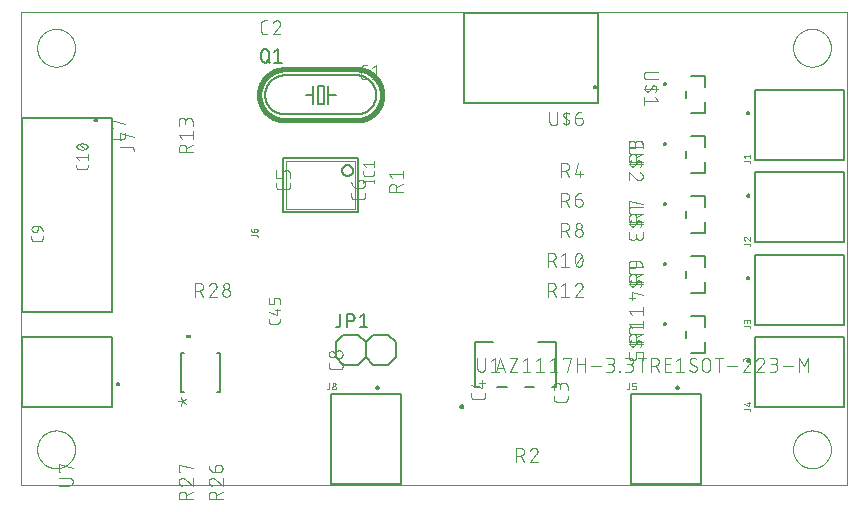
<source format=gto>
G04 EAGLE Gerber RS-274X export*
G75*
%MOMM*%
%FSLAX34Y34*%
%LPD*%
%INSilk top*%
%IPPOS*%
%AMOC8*
5,1,8,0,0,1.08239X$1,22.5*%
G01*
%ADD10C,0.000000*%
%ADD11C,0.127000*%
%ADD12C,0.200000*%
%ADD13C,0.050800*%
%ADD14C,0.101600*%
%ADD15C,0.152400*%
%ADD16C,0.406400*%
%ADD17C,0.076200*%

G36*
X144307Y124462D02*
X144307Y124462D01*
X144309Y124461D01*
X144352Y124481D01*
X144396Y124499D01*
X144396Y124501D01*
X144398Y124502D01*
X144431Y124587D01*
X144431Y127127D01*
X144430Y127129D01*
X144431Y127131D01*
X144411Y127174D01*
X144393Y127218D01*
X144391Y127218D01*
X144390Y127220D01*
X144305Y127253D01*
X140495Y127253D01*
X140493Y127252D01*
X140491Y127253D01*
X140448Y127233D01*
X140404Y127215D01*
X140404Y127213D01*
X140402Y127212D01*
X140369Y127127D01*
X140369Y124587D01*
X140370Y124585D01*
X140369Y124583D01*
X140389Y124540D01*
X140407Y124496D01*
X140409Y124496D01*
X140410Y124494D01*
X140495Y124461D01*
X144305Y124461D01*
X144307Y124462D01*
G37*
D10*
X0Y0D02*
X700000Y0D01*
X700000Y400000D01*
X0Y400000D01*
X0Y0D01*
X14000Y30000D02*
X14005Y30393D01*
X14019Y30785D01*
X14043Y31177D01*
X14077Y31568D01*
X14120Y31959D01*
X14173Y32348D01*
X14236Y32735D01*
X14307Y33121D01*
X14389Y33506D01*
X14479Y33888D01*
X14580Y34267D01*
X14689Y34645D01*
X14808Y35019D01*
X14935Y35390D01*
X15072Y35758D01*
X15218Y36123D01*
X15373Y36484D01*
X15536Y36841D01*
X15708Y37194D01*
X15889Y37542D01*
X16079Y37886D01*
X16276Y38226D01*
X16482Y38560D01*
X16696Y38889D01*
X16919Y39213D01*
X17149Y39531D01*
X17386Y39844D01*
X17632Y40150D01*
X17885Y40451D01*
X18145Y40745D01*
X18412Y41033D01*
X18686Y41314D01*
X18967Y41588D01*
X19255Y41855D01*
X19549Y42115D01*
X19850Y42368D01*
X20156Y42614D01*
X20469Y42851D01*
X20787Y43081D01*
X21111Y43304D01*
X21440Y43518D01*
X21774Y43724D01*
X22114Y43921D01*
X22458Y44111D01*
X22806Y44292D01*
X23159Y44464D01*
X23516Y44627D01*
X23877Y44782D01*
X24242Y44928D01*
X24610Y45065D01*
X24981Y45192D01*
X25355Y45311D01*
X25733Y45420D01*
X26112Y45521D01*
X26494Y45611D01*
X26879Y45693D01*
X27265Y45764D01*
X27652Y45827D01*
X28041Y45880D01*
X28432Y45923D01*
X28823Y45957D01*
X29215Y45981D01*
X29607Y45995D01*
X30000Y46000D01*
X30393Y45995D01*
X30785Y45981D01*
X31177Y45957D01*
X31568Y45923D01*
X31959Y45880D01*
X32348Y45827D01*
X32735Y45764D01*
X33121Y45693D01*
X33506Y45611D01*
X33888Y45521D01*
X34267Y45420D01*
X34645Y45311D01*
X35019Y45192D01*
X35390Y45065D01*
X35758Y44928D01*
X36123Y44782D01*
X36484Y44627D01*
X36841Y44464D01*
X37194Y44292D01*
X37542Y44111D01*
X37886Y43921D01*
X38226Y43724D01*
X38560Y43518D01*
X38889Y43304D01*
X39213Y43081D01*
X39531Y42851D01*
X39844Y42614D01*
X40150Y42368D01*
X40451Y42115D01*
X40745Y41855D01*
X41033Y41588D01*
X41314Y41314D01*
X41588Y41033D01*
X41855Y40745D01*
X42115Y40451D01*
X42368Y40150D01*
X42614Y39844D01*
X42851Y39531D01*
X43081Y39213D01*
X43304Y38889D01*
X43518Y38560D01*
X43724Y38226D01*
X43921Y37886D01*
X44111Y37542D01*
X44292Y37194D01*
X44464Y36841D01*
X44627Y36484D01*
X44782Y36123D01*
X44928Y35758D01*
X45065Y35390D01*
X45192Y35019D01*
X45311Y34645D01*
X45420Y34267D01*
X45521Y33888D01*
X45611Y33506D01*
X45693Y33121D01*
X45764Y32735D01*
X45827Y32348D01*
X45880Y31959D01*
X45923Y31568D01*
X45957Y31177D01*
X45981Y30785D01*
X45995Y30393D01*
X46000Y30000D01*
X45995Y29607D01*
X45981Y29215D01*
X45957Y28823D01*
X45923Y28432D01*
X45880Y28041D01*
X45827Y27652D01*
X45764Y27265D01*
X45693Y26879D01*
X45611Y26494D01*
X45521Y26112D01*
X45420Y25733D01*
X45311Y25355D01*
X45192Y24981D01*
X45065Y24610D01*
X44928Y24242D01*
X44782Y23877D01*
X44627Y23516D01*
X44464Y23159D01*
X44292Y22806D01*
X44111Y22458D01*
X43921Y22114D01*
X43724Y21774D01*
X43518Y21440D01*
X43304Y21111D01*
X43081Y20787D01*
X42851Y20469D01*
X42614Y20156D01*
X42368Y19850D01*
X42115Y19549D01*
X41855Y19255D01*
X41588Y18967D01*
X41314Y18686D01*
X41033Y18412D01*
X40745Y18145D01*
X40451Y17885D01*
X40150Y17632D01*
X39844Y17386D01*
X39531Y17149D01*
X39213Y16919D01*
X38889Y16696D01*
X38560Y16482D01*
X38226Y16276D01*
X37886Y16079D01*
X37542Y15889D01*
X37194Y15708D01*
X36841Y15536D01*
X36484Y15373D01*
X36123Y15218D01*
X35758Y15072D01*
X35390Y14935D01*
X35019Y14808D01*
X34645Y14689D01*
X34267Y14580D01*
X33888Y14479D01*
X33506Y14389D01*
X33121Y14307D01*
X32735Y14236D01*
X32348Y14173D01*
X31959Y14120D01*
X31568Y14077D01*
X31177Y14043D01*
X30785Y14019D01*
X30393Y14005D01*
X30000Y14000D01*
X29607Y14005D01*
X29215Y14019D01*
X28823Y14043D01*
X28432Y14077D01*
X28041Y14120D01*
X27652Y14173D01*
X27265Y14236D01*
X26879Y14307D01*
X26494Y14389D01*
X26112Y14479D01*
X25733Y14580D01*
X25355Y14689D01*
X24981Y14808D01*
X24610Y14935D01*
X24242Y15072D01*
X23877Y15218D01*
X23516Y15373D01*
X23159Y15536D01*
X22806Y15708D01*
X22458Y15889D01*
X22114Y16079D01*
X21774Y16276D01*
X21440Y16482D01*
X21111Y16696D01*
X20787Y16919D01*
X20469Y17149D01*
X20156Y17386D01*
X19850Y17632D01*
X19549Y17885D01*
X19255Y18145D01*
X18967Y18412D01*
X18686Y18686D01*
X18412Y18967D01*
X18145Y19255D01*
X17885Y19549D01*
X17632Y19850D01*
X17386Y20156D01*
X17149Y20469D01*
X16919Y20787D01*
X16696Y21111D01*
X16482Y21440D01*
X16276Y21774D01*
X16079Y22114D01*
X15889Y22458D01*
X15708Y22806D01*
X15536Y23159D01*
X15373Y23516D01*
X15218Y23877D01*
X15072Y24242D01*
X14935Y24610D01*
X14808Y24981D01*
X14689Y25355D01*
X14580Y25733D01*
X14479Y26112D01*
X14389Y26494D01*
X14307Y26879D01*
X14236Y27265D01*
X14173Y27652D01*
X14120Y28041D01*
X14077Y28432D01*
X14043Y28823D01*
X14019Y29215D01*
X14005Y29607D01*
X14000Y30000D01*
X654000Y30000D02*
X654005Y30393D01*
X654019Y30785D01*
X654043Y31177D01*
X654077Y31568D01*
X654120Y31959D01*
X654173Y32348D01*
X654236Y32735D01*
X654307Y33121D01*
X654389Y33506D01*
X654479Y33888D01*
X654580Y34267D01*
X654689Y34645D01*
X654808Y35019D01*
X654935Y35390D01*
X655072Y35758D01*
X655218Y36123D01*
X655373Y36484D01*
X655536Y36841D01*
X655708Y37194D01*
X655889Y37542D01*
X656079Y37886D01*
X656276Y38226D01*
X656482Y38560D01*
X656696Y38889D01*
X656919Y39213D01*
X657149Y39531D01*
X657386Y39844D01*
X657632Y40150D01*
X657885Y40451D01*
X658145Y40745D01*
X658412Y41033D01*
X658686Y41314D01*
X658967Y41588D01*
X659255Y41855D01*
X659549Y42115D01*
X659850Y42368D01*
X660156Y42614D01*
X660469Y42851D01*
X660787Y43081D01*
X661111Y43304D01*
X661440Y43518D01*
X661774Y43724D01*
X662114Y43921D01*
X662458Y44111D01*
X662806Y44292D01*
X663159Y44464D01*
X663516Y44627D01*
X663877Y44782D01*
X664242Y44928D01*
X664610Y45065D01*
X664981Y45192D01*
X665355Y45311D01*
X665733Y45420D01*
X666112Y45521D01*
X666494Y45611D01*
X666879Y45693D01*
X667265Y45764D01*
X667652Y45827D01*
X668041Y45880D01*
X668432Y45923D01*
X668823Y45957D01*
X669215Y45981D01*
X669607Y45995D01*
X670000Y46000D01*
X670393Y45995D01*
X670785Y45981D01*
X671177Y45957D01*
X671568Y45923D01*
X671959Y45880D01*
X672348Y45827D01*
X672735Y45764D01*
X673121Y45693D01*
X673506Y45611D01*
X673888Y45521D01*
X674267Y45420D01*
X674645Y45311D01*
X675019Y45192D01*
X675390Y45065D01*
X675758Y44928D01*
X676123Y44782D01*
X676484Y44627D01*
X676841Y44464D01*
X677194Y44292D01*
X677542Y44111D01*
X677886Y43921D01*
X678226Y43724D01*
X678560Y43518D01*
X678889Y43304D01*
X679213Y43081D01*
X679531Y42851D01*
X679844Y42614D01*
X680150Y42368D01*
X680451Y42115D01*
X680745Y41855D01*
X681033Y41588D01*
X681314Y41314D01*
X681588Y41033D01*
X681855Y40745D01*
X682115Y40451D01*
X682368Y40150D01*
X682614Y39844D01*
X682851Y39531D01*
X683081Y39213D01*
X683304Y38889D01*
X683518Y38560D01*
X683724Y38226D01*
X683921Y37886D01*
X684111Y37542D01*
X684292Y37194D01*
X684464Y36841D01*
X684627Y36484D01*
X684782Y36123D01*
X684928Y35758D01*
X685065Y35390D01*
X685192Y35019D01*
X685311Y34645D01*
X685420Y34267D01*
X685521Y33888D01*
X685611Y33506D01*
X685693Y33121D01*
X685764Y32735D01*
X685827Y32348D01*
X685880Y31959D01*
X685923Y31568D01*
X685957Y31177D01*
X685981Y30785D01*
X685995Y30393D01*
X686000Y30000D01*
X685995Y29607D01*
X685981Y29215D01*
X685957Y28823D01*
X685923Y28432D01*
X685880Y28041D01*
X685827Y27652D01*
X685764Y27265D01*
X685693Y26879D01*
X685611Y26494D01*
X685521Y26112D01*
X685420Y25733D01*
X685311Y25355D01*
X685192Y24981D01*
X685065Y24610D01*
X684928Y24242D01*
X684782Y23877D01*
X684627Y23516D01*
X684464Y23159D01*
X684292Y22806D01*
X684111Y22458D01*
X683921Y22114D01*
X683724Y21774D01*
X683518Y21440D01*
X683304Y21111D01*
X683081Y20787D01*
X682851Y20469D01*
X682614Y20156D01*
X682368Y19850D01*
X682115Y19549D01*
X681855Y19255D01*
X681588Y18967D01*
X681314Y18686D01*
X681033Y18412D01*
X680745Y18145D01*
X680451Y17885D01*
X680150Y17632D01*
X679844Y17386D01*
X679531Y17149D01*
X679213Y16919D01*
X678889Y16696D01*
X678560Y16482D01*
X678226Y16276D01*
X677886Y16079D01*
X677542Y15889D01*
X677194Y15708D01*
X676841Y15536D01*
X676484Y15373D01*
X676123Y15218D01*
X675758Y15072D01*
X675390Y14935D01*
X675019Y14808D01*
X674645Y14689D01*
X674267Y14580D01*
X673888Y14479D01*
X673506Y14389D01*
X673121Y14307D01*
X672735Y14236D01*
X672348Y14173D01*
X671959Y14120D01*
X671568Y14077D01*
X671177Y14043D01*
X670785Y14019D01*
X670393Y14005D01*
X670000Y14000D01*
X669607Y14005D01*
X669215Y14019D01*
X668823Y14043D01*
X668432Y14077D01*
X668041Y14120D01*
X667652Y14173D01*
X667265Y14236D01*
X666879Y14307D01*
X666494Y14389D01*
X666112Y14479D01*
X665733Y14580D01*
X665355Y14689D01*
X664981Y14808D01*
X664610Y14935D01*
X664242Y15072D01*
X663877Y15218D01*
X663516Y15373D01*
X663159Y15536D01*
X662806Y15708D01*
X662458Y15889D01*
X662114Y16079D01*
X661774Y16276D01*
X661440Y16482D01*
X661111Y16696D01*
X660787Y16919D01*
X660469Y17149D01*
X660156Y17386D01*
X659850Y17632D01*
X659549Y17885D01*
X659255Y18145D01*
X658967Y18412D01*
X658686Y18686D01*
X658412Y18967D01*
X658145Y19255D01*
X657885Y19549D01*
X657632Y19850D01*
X657386Y20156D01*
X657149Y20469D01*
X656919Y20787D01*
X656696Y21111D01*
X656482Y21440D01*
X656276Y21774D01*
X656079Y22114D01*
X655889Y22458D01*
X655708Y22806D01*
X655536Y23159D01*
X655373Y23516D01*
X655218Y23877D01*
X655072Y24242D01*
X654935Y24610D01*
X654808Y24981D01*
X654689Y25355D01*
X654580Y25733D01*
X654479Y26112D01*
X654389Y26494D01*
X654307Y26879D01*
X654236Y27265D01*
X654173Y27652D01*
X654120Y28041D01*
X654077Y28432D01*
X654043Y28823D01*
X654019Y29215D01*
X654005Y29607D01*
X654000Y30000D01*
X14000Y370000D02*
X14005Y370393D01*
X14019Y370785D01*
X14043Y371177D01*
X14077Y371568D01*
X14120Y371959D01*
X14173Y372348D01*
X14236Y372735D01*
X14307Y373121D01*
X14389Y373506D01*
X14479Y373888D01*
X14580Y374267D01*
X14689Y374645D01*
X14808Y375019D01*
X14935Y375390D01*
X15072Y375758D01*
X15218Y376123D01*
X15373Y376484D01*
X15536Y376841D01*
X15708Y377194D01*
X15889Y377542D01*
X16079Y377886D01*
X16276Y378226D01*
X16482Y378560D01*
X16696Y378889D01*
X16919Y379213D01*
X17149Y379531D01*
X17386Y379844D01*
X17632Y380150D01*
X17885Y380451D01*
X18145Y380745D01*
X18412Y381033D01*
X18686Y381314D01*
X18967Y381588D01*
X19255Y381855D01*
X19549Y382115D01*
X19850Y382368D01*
X20156Y382614D01*
X20469Y382851D01*
X20787Y383081D01*
X21111Y383304D01*
X21440Y383518D01*
X21774Y383724D01*
X22114Y383921D01*
X22458Y384111D01*
X22806Y384292D01*
X23159Y384464D01*
X23516Y384627D01*
X23877Y384782D01*
X24242Y384928D01*
X24610Y385065D01*
X24981Y385192D01*
X25355Y385311D01*
X25733Y385420D01*
X26112Y385521D01*
X26494Y385611D01*
X26879Y385693D01*
X27265Y385764D01*
X27652Y385827D01*
X28041Y385880D01*
X28432Y385923D01*
X28823Y385957D01*
X29215Y385981D01*
X29607Y385995D01*
X30000Y386000D01*
X30393Y385995D01*
X30785Y385981D01*
X31177Y385957D01*
X31568Y385923D01*
X31959Y385880D01*
X32348Y385827D01*
X32735Y385764D01*
X33121Y385693D01*
X33506Y385611D01*
X33888Y385521D01*
X34267Y385420D01*
X34645Y385311D01*
X35019Y385192D01*
X35390Y385065D01*
X35758Y384928D01*
X36123Y384782D01*
X36484Y384627D01*
X36841Y384464D01*
X37194Y384292D01*
X37542Y384111D01*
X37886Y383921D01*
X38226Y383724D01*
X38560Y383518D01*
X38889Y383304D01*
X39213Y383081D01*
X39531Y382851D01*
X39844Y382614D01*
X40150Y382368D01*
X40451Y382115D01*
X40745Y381855D01*
X41033Y381588D01*
X41314Y381314D01*
X41588Y381033D01*
X41855Y380745D01*
X42115Y380451D01*
X42368Y380150D01*
X42614Y379844D01*
X42851Y379531D01*
X43081Y379213D01*
X43304Y378889D01*
X43518Y378560D01*
X43724Y378226D01*
X43921Y377886D01*
X44111Y377542D01*
X44292Y377194D01*
X44464Y376841D01*
X44627Y376484D01*
X44782Y376123D01*
X44928Y375758D01*
X45065Y375390D01*
X45192Y375019D01*
X45311Y374645D01*
X45420Y374267D01*
X45521Y373888D01*
X45611Y373506D01*
X45693Y373121D01*
X45764Y372735D01*
X45827Y372348D01*
X45880Y371959D01*
X45923Y371568D01*
X45957Y371177D01*
X45981Y370785D01*
X45995Y370393D01*
X46000Y370000D01*
X45995Y369607D01*
X45981Y369215D01*
X45957Y368823D01*
X45923Y368432D01*
X45880Y368041D01*
X45827Y367652D01*
X45764Y367265D01*
X45693Y366879D01*
X45611Y366494D01*
X45521Y366112D01*
X45420Y365733D01*
X45311Y365355D01*
X45192Y364981D01*
X45065Y364610D01*
X44928Y364242D01*
X44782Y363877D01*
X44627Y363516D01*
X44464Y363159D01*
X44292Y362806D01*
X44111Y362458D01*
X43921Y362114D01*
X43724Y361774D01*
X43518Y361440D01*
X43304Y361111D01*
X43081Y360787D01*
X42851Y360469D01*
X42614Y360156D01*
X42368Y359850D01*
X42115Y359549D01*
X41855Y359255D01*
X41588Y358967D01*
X41314Y358686D01*
X41033Y358412D01*
X40745Y358145D01*
X40451Y357885D01*
X40150Y357632D01*
X39844Y357386D01*
X39531Y357149D01*
X39213Y356919D01*
X38889Y356696D01*
X38560Y356482D01*
X38226Y356276D01*
X37886Y356079D01*
X37542Y355889D01*
X37194Y355708D01*
X36841Y355536D01*
X36484Y355373D01*
X36123Y355218D01*
X35758Y355072D01*
X35390Y354935D01*
X35019Y354808D01*
X34645Y354689D01*
X34267Y354580D01*
X33888Y354479D01*
X33506Y354389D01*
X33121Y354307D01*
X32735Y354236D01*
X32348Y354173D01*
X31959Y354120D01*
X31568Y354077D01*
X31177Y354043D01*
X30785Y354019D01*
X30393Y354005D01*
X30000Y354000D01*
X29607Y354005D01*
X29215Y354019D01*
X28823Y354043D01*
X28432Y354077D01*
X28041Y354120D01*
X27652Y354173D01*
X27265Y354236D01*
X26879Y354307D01*
X26494Y354389D01*
X26112Y354479D01*
X25733Y354580D01*
X25355Y354689D01*
X24981Y354808D01*
X24610Y354935D01*
X24242Y355072D01*
X23877Y355218D01*
X23516Y355373D01*
X23159Y355536D01*
X22806Y355708D01*
X22458Y355889D01*
X22114Y356079D01*
X21774Y356276D01*
X21440Y356482D01*
X21111Y356696D01*
X20787Y356919D01*
X20469Y357149D01*
X20156Y357386D01*
X19850Y357632D01*
X19549Y357885D01*
X19255Y358145D01*
X18967Y358412D01*
X18686Y358686D01*
X18412Y358967D01*
X18145Y359255D01*
X17885Y359549D01*
X17632Y359850D01*
X17386Y360156D01*
X17149Y360469D01*
X16919Y360787D01*
X16696Y361111D01*
X16482Y361440D01*
X16276Y361774D01*
X16079Y362114D01*
X15889Y362458D01*
X15708Y362806D01*
X15536Y363159D01*
X15373Y363516D01*
X15218Y363877D01*
X15072Y364242D01*
X14935Y364610D01*
X14808Y364981D01*
X14689Y365355D01*
X14580Y365733D01*
X14479Y366112D01*
X14389Y366494D01*
X14307Y366879D01*
X14236Y367265D01*
X14173Y367652D01*
X14120Y368041D01*
X14077Y368432D01*
X14043Y368823D01*
X14019Y369215D01*
X14005Y369607D01*
X14000Y370000D01*
X654000Y370000D02*
X654005Y370393D01*
X654019Y370785D01*
X654043Y371177D01*
X654077Y371568D01*
X654120Y371959D01*
X654173Y372348D01*
X654236Y372735D01*
X654307Y373121D01*
X654389Y373506D01*
X654479Y373888D01*
X654580Y374267D01*
X654689Y374645D01*
X654808Y375019D01*
X654935Y375390D01*
X655072Y375758D01*
X655218Y376123D01*
X655373Y376484D01*
X655536Y376841D01*
X655708Y377194D01*
X655889Y377542D01*
X656079Y377886D01*
X656276Y378226D01*
X656482Y378560D01*
X656696Y378889D01*
X656919Y379213D01*
X657149Y379531D01*
X657386Y379844D01*
X657632Y380150D01*
X657885Y380451D01*
X658145Y380745D01*
X658412Y381033D01*
X658686Y381314D01*
X658967Y381588D01*
X659255Y381855D01*
X659549Y382115D01*
X659850Y382368D01*
X660156Y382614D01*
X660469Y382851D01*
X660787Y383081D01*
X661111Y383304D01*
X661440Y383518D01*
X661774Y383724D01*
X662114Y383921D01*
X662458Y384111D01*
X662806Y384292D01*
X663159Y384464D01*
X663516Y384627D01*
X663877Y384782D01*
X664242Y384928D01*
X664610Y385065D01*
X664981Y385192D01*
X665355Y385311D01*
X665733Y385420D01*
X666112Y385521D01*
X666494Y385611D01*
X666879Y385693D01*
X667265Y385764D01*
X667652Y385827D01*
X668041Y385880D01*
X668432Y385923D01*
X668823Y385957D01*
X669215Y385981D01*
X669607Y385995D01*
X670000Y386000D01*
X670393Y385995D01*
X670785Y385981D01*
X671177Y385957D01*
X671568Y385923D01*
X671959Y385880D01*
X672348Y385827D01*
X672735Y385764D01*
X673121Y385693D01*
X673506Y385611D01*
X673888Y385521D01*
X674267Y385420D01*
X674645Y385311D01*
X675019Y385192D01*
X675390Y385065D01*
X675758Y384928D01*
X676123Y384782D01*
X676484Y384627D01*
X676841Y384464D01*
X677194Y384292D01*
X677542Y384111D01*
X677886Y383921D01*
X678226Y383724D01*
X678560Y383518D01*
X678889Y383304D01*
X679213Y383081D01*
X679531Y382851D01*
X679844Y382614D01*
X680150Y382368D01*
X680451Y382115D01*
X680745Y381855D01*
X681033Y381588D01*
X681314Y381314D01*
X681588Y381033D01*
X681855Y380745D01*
X682115Y380451D01*
X682368Y380150D01*
X682614Y379844D01*
X682851Y379531D01*
X683081Y379213D01*
X683304Y378889D01*
X683518Y378560D01*
X683724Y378226D01*
X683921Y377886D01*
X684111Y377542D01*
X684292Y377194D01*
X684464Y376841D01*
X684627Y376484D01*
X684782Y376123D01*
X684928Y375758D01*
X685065Y375390D01*
X685192Y375019D01*
X685311Y374645D01*
X685420Y374267D01*
X685521Y373888D01*
X685611Y373506D01*
X685693Y373121D01*
X685764Y372735D01*
X685827Y372348D01*
X685880Y371959D01*
X685923Y371568D01*
X685957Y371177D01*
X685981Y370785D01*
X685995Y370393D01*
X686000Y370000D01*
X685995Y369607D01*
X685981Y369215D01*
X685957Y368823D01*
X685923Y368432D01*
X685880Y368041D01*
X685827Y367652D01*
X685764Y367265D01*
X685693Y366879D01*
X685611Y366494D01*
X685521Y366112D01*
X685420Y365733D01*
X685311Y365355D01*
X685192Y364981D01*
X685065Y364610D01*
X684928Y364242D01*
X684782Y363877D01*
X684627Y363516D01*
X684464Y363159D01*
X684292Y362806D01*
X684111Y362458D01*
X683921Y362114D01*
X683724Y361774D01*
X683518Y361440D01*
X683304Y361111D01*
X683081Y360787D01*
X682851Y360469D01*
X682614Y360156D01*
X682368Y359850D01*
X682115Y359549D01*
X681855Y359255D01*
X681588Y358967D01*
X681314Y358686D01*
X681033Y358412D01*
X680745Y358145D01*
X680451Y357885D01*
X680150Y357632D01*
X679844Y357386D01*
X679531Y357149D01*
X679213Y356919D01*
X678889Y356696D01*
X678560Y356482D01*
X678226Y356276D01*
X677886Y356079D01*
X677542Y355889D01*
X677194Y355708D01*
X676841Y355536D01*
X676484Y355373D01*
X676123Y355218D01*
X675758Y355072D01*
X675390Y354935D01*
X675019Y354808D01*
X674645Y354689D01*
X674267Y354580D01*
X673888Y354479D01*
X673506Y354389D01*
X673121Y354307D01*
X672735Y354236D01*
X672348Y354173D01*
X671959Y354120D01*
X671568Y354077D01*
X671177Y354043D01*
X670785Y354019D01*
X670393Y354005D01*
X670000Y354000D01*
X669607Y354005D01*
X669215Y354019D01*
X668823Y354043D01*
X668432Y354077D01*
X668041Y354120D01*
X667652Y354173D01*
X667265Y354236D01*
X666879Y354307D01*
X666494Y354389D01*
X666112Y354479D01*
X665733Y354580D01*
X665355Y354689D01*
X664981Y354808D01*
X664610Y354935D01*
X664242Y355072D01*
X663877Y355218D01*
X663516Y355373D01*
X663159Y355536D01*
X662806Y355708D01*
X662458Y355889D01*
X662114Y356079D01*
X661774Y356276D01*
X661440Y356482D01*
X661111Y356696D01*
X660787Y356919D01*
X660469Y357149D01*
X660156Y357386D01*
X659850Y357632D01*
X659549Y357885D01*
X659255Y358145D01*
X658967Y358412D01*
X658686Y358686D01*
X658412Y358967D01*
X658145Y359255D01*
X657885Y359549D01*
X657632Y359850D01*
X657386Y360156D01*
X657149Y360469D01*
X656919Y360787D01*
X656696Y361111D01*
X656482Y361440D01*
X656276Y361774D01*
X656079Y362114D01*
X655889Y362458D01*
X655708Y362806D01*
X655536Y363159D01*
X655373Y363516D01*
X655218Y363877D01*
X655072Y364242D01*
X654935Y364610D01*
X654808Y364981D01*
X654689Y365355D01*
X654580Y365733D01*
X654479Y366112D01*
X654389Y366494D01*
X654307Y366879D01*
X654236Y367265D01*
X654173Y367652D01*
X654120Y368041D01*
X654077Y368432D01*
X654043Y368823D01*
X654019Y369215D01*
X654005Y369607D01*
X654000Y370000D01*
D11*
X621500Y334300D02*
X621500Y275300D01*
X621500Y334300D02*
X697500Y334300D01*
X697500Y275300D02*
X621500Y275300D01*
D12*
X615000Y314800D02*
X615002Y314863D01*
X615008Y314925D01*
X615018Y314987D01*
X615031Y315049D01*
X615049Y315109D01*
X615070Y315168D01*
X615095Y315226D01*
X615124Y315282D01*
X615156Y315336D01*
X615191Y315388D01*
X615229Y315437D01*
X615271Y315485D01*
X615315Y315529D01*
X615363Y315571D01*
X615412Y315609D01*
X615464Y315644D01*
X615518Y315676D01*
X615574Y315705D01*
X615632Y315730D01*
X615691Y315751D01*
X615751Y315769D01*
X615813Y315782D01*
X615875Y315792D01*
X615937Y315798D01*
X616000Y315800D01*
X616063Y315798D01*
X616125Y315792D01*
X616187Y315782D01*
X616249Y315769D01*
X616309Y315751D01*
X616368Y315730D01*
X616426Y315705D01*
X616482Y315676D01*
X616536Y315644D01*
X616588Y315609D01*
X616637Y315571D01*
X616685Y315529D01*
X616729Y315485D01*
X616771Y315437D01*
X616809Y315388D01*
X616844Y315336D01*
X616876Y315282D01*
X616905Y315226D01*
X616930Y315168D01*
X616951Y315109D01*
X616969Y315049D01*
X616982Y314987D01*
X616992Y314925D01*
X616998Y314863D01*
X617000Y314800D01*
X616998Y314737D01*
X616992Y314675D01*
X616982Y314613D01*
X616969Y314551D01*
X616951Y314491D01*
X616930Y314432D01*
X616905Y314374D01*
X616876Y314318D01*
X616844Y314264D01*
X616809Y314212D01*
X616771Y314163D01*
X616729Y314115D01*
X616685Y314071D01*
X616637Y314029D01*
X616588Y313991D01*
X616536Y313956D01*
X616482Y313924D01*
X616426Y313895D01*
X616368Y313870D01*
X616309Y313849D01*
X616249Y313831D01*
X616187Y313818D01*
X616125Y313808D01*
X616063Y313802D01*
X616000Y313800D01*
X615937Y313802D01*
X615875Y313808D01*
X615813Y313818D01*
X615751Y313831D01*
X615691Y313849D01*
X615632Y313870D01*
X615574Y313895D01*
X615518Y313924D01*
X615464Y313956D01*
X615412Y313991D01*
X615363Y314029D01*
X615315Y314071D01*
X615271Y314115D01*
X615229Y314163D01*
X615191Y314212D01*
X615156Y314264D01*
X615124Y314318D01*
X615095Y314374D01*
X615070Y314432D01*
X615049Y314491D01*
X615031Y314551D01*
X615018Y314613D01*
X615008Y314675D01*
X615002Y314737D01*
X615000Y314800D01*
D11*
X697500Y334300D02*
X697500Y275300D01*
D13*
X616504Y273917D02*
X612158Y273917D01*
X616504Y273917D02*
X616574Y273915D01*
X616643Y273909D01*
X616712Y273899D01*
X616780Y273886D01*
X616848Y273868D01*
X616914Y273847D01*
X616979Y273822D01*
X617043Y273794D01*
X617105Y273762D01*
X617165Y273727D01*
X617223Y273688D01*
X617278Y273646D01*
X617332Y273601D01*
X617382Y273553D01*
X617430Y273503D01*
X617475Y273449D01*
X617517Y273394D01*
X617556Y273336D01*
X617591Y273276D01*
X617623Y273214D01*
X617651Y273150D01*
X617676Y273085D01*
X617697Y273019D01*
X617715Y272951D01*
X617728Y272883D01*
X617738Y272814D01*
X617744Y272745D01*
X617746Y272675D01*
X617746Y272054D01*
X613400Y276459D02*
X612158Y278011D01*
X617746Y278011D01*
X617746Y276459D02*
X617746Y279563D01*
D11*
X621500Y264450D02*
X621500Y205450D01*
X621500Y264450D02*
X697500Y264450D01*
X697500Y205450D02*
X621500Y205450D01*
D12*
X615000Y244950D02*
X615002Y245013D01*
X615008Y245075D01*
X615018Y245137D01*
X615031Y245199D01*
X615049Y245259D01*
X615070Y245318D01*
X615095Y245376D01*
X615124Y245432D01*
X615156Y245486D01*
X615191Y245538D01*
X615229Y245587D01*
X615271Y245635D01*
X615315Y245679D01*
X615363Y245721D01*
X615412Y245759D01*
X615464Y245794D01*
X615518Y245826D01*
X615574Y245855D01*
X615632Y245880D01*
X615691Y245901D01*
X615751Y245919D01*
X615813Y245932D01*
X615875Y245942D01*
X615937Y245948D01*
X616000Y245950D01*
X616063Y245948D01*
X616125Y245942D01*
X616187Y245932D01*
X616249Y245919D01*
X616309Y245901D01*
X616368Y245880D01*
X616426Y245855D01*
X616482Y245826D01*
X616536Y245794D01*
X616588Y245759D01*
X616637Y245721D01*
X616685Y245679D01*
X616729Y245635D01*
X616771Y245587D01*
X616809Y245538D01*
X616844Y245486D01*
X616876Y245432D01*
X616905Y245376D01*
X616930Y245318D01*
X616951Y245259D01*
X616969Y245199D01*
X616982Y245137D01*
X616992Y245075D01*
X616998Y245013D01*
X617000Y244950D01*
X616998Y244887D01*
X616992Y244825D01*
X616982Y244763D01*
X616969Y244701D01*
X616951Y244641D01*
X616930Y244582D01*
X616905Y244524D01*
X616876Y244468D01*
X616844Y244414D01*
X616809Y244362D01*
X616771Y244313D01*
X616729Y244265D01*
X616685Y244221D01*
X616637Y244179D01*
X616588Y244141D01*
X616536Y244106D01*
X616482Y244074D01*
X616426Y244045D01*
X616368Y244020D01*
X616309Y243999D01*
X616249Y243981D01*
X616187Y243968D01*
X616125Y243958D01*
X616063Y243952D01*
X616000Y243950D01*
X615937Y243952D01*
X615875Y243958D01*
X615813Y243968D01*
X615751Y243981D01*
X615691Y243999D01*
X615632Y244020D01*
X615574Y244045D01*
X615518Y244074D01*
X615464Y244106D01*
X615412Y244141D01*
X615363Y244179D01*
X615315Y244221D01*
X615271Y244265D01*
X615229Y244313D01*
X615191Y244362D01*
X615156Y244414D01*
X615124Y244468D01*
X615095Y244524D01*
X615070Y244582D01*
X615049Y244641D01*
X615031Y244701D01*
X615018Y244763D01*
X615008Y244825D01*
X615002Y244887D01*
X615000Y244950D01*
D11*
X697500Y264450D02*
X697500Y205450D01*
D13*
X616504Y204067D02*
X612158Y204067D01*
X616504Y204067D02*
X616574Y204065D01*
X616643Y204059D01*
X616712Y204049D01*
X616780Y204036D01*
X616848Y204018D01*
X616914Y203997D01*
X616979Y203972D01*
X617043Y203944D01*
X617105Y203912D01*
X617165Y203877D01*
X617223Y203838D01*
X617278Y203796D01*
X617332Y203751D01*
X617382Y203703D01*
X617430Y203653D01*
X617475Y203599D01*
X617517Y203544D01*
X617556Y203486D01*
X617591Y203426D01*
X617623Y203364D01*
X617651Y203300D01*
X617676Y203235D01*
X617697Y203169D01*
X617715Y203101D01*
X617728Y203033D01*
X617738Y202964D01*
X617744Y202895D01*
X617746Y202825D01*
X617746Y202204D01*
X612158Y208316D02*
X612160Y208389D01*
X612166Y208462D01*
X612175Y208535D01*
X612189Y208606D01*
X612206Y208678D01*
X612226Y208748D01*
X612251Y208817D01*
X612279Y208884D01*
X612310Y208950D01*
X612345Y209015D01*
X612383Y209077D01*
X612425Y209137D01*
X612469Y209195D01*
X612517Y209251D01*
X612567Y209304D01*
X612620Y209354D01*
X612676Y209402D01*
X612734Y209446D01*
X612794Y209488D01*
X612857Y209526D01*
X612921Y209561D01*
X612987Y209592D01*
X613054Y209620D01*
X613123Y209645D01*
X613193Y209665D01*
X613265Y209682D01*
X613336Y209696D01*
X613409Y209705D01*
X613482Y209711D01*
X613555Y209713D01*
X612158Y208316D02*
X612160Y208232D01*
X612166Y208149D01*
X612175Y208066D01*
X612189Y207983D01*
X612206Y207902D01*
X612228Y207821D01*
X612253Y207741D01*
X612281Y207663D01*
X612313Y207585D01*
X612349Y207510D01*
X612388Y207436D01*
X612431Y207364D01*
X612477Y207294D01*
X612526Y207227D01*
X612579Y207161D01*
X612634Y207099D01*
X612692Y207039D01*
X612753Y206981D01*
X612816Y206927D01*
X612882Y206875D01*
X612950Y206827D01*
X613021Y206782D01*
X613093Y206740D01*
X613168Y206702D01*
X613244Y206667D01*
X613321Y206636D01*
X613400Y206608D01*
X614641Y209247D02*
X614588Y209301D01*
X614531Y209352D01*
X614472Y209400D01*
X614411Y209445D01*
X614348Y209486D01*
X614282Y209525D01*
X614215Y209560D01*
X614146Y209592D01*
X614075Y209620D01*
X614004Y209644D01*
X613931Y209665D01*
X613857Y209682D01*
X613782Y209696D01*
X613707Y209705D01*
X613631Y209711D01*
X613555Y209713D01*
X614642Y209247D02*
X617746Y206609D01*
X617746Y209713D01*
D11*
X621500Y194600D02*
X621500Y135600D01*
X621500Y194600D02*
X697500Y194600D01*
X697500Y135600D02*
X621500Y135600D01*
D12*
X615000Y175100D02*
X615002Y175163D01*
X615008Y175225D01*
X615018Y175287D01*
X615031Y175349D01*
X615049Y175409D01*
X615070Y175468D01*
X615095Y175526D01*
X615124Y175582D01*
X615156Y175636D01*
X615191Y175688D01*
X615229Y175737D01*
X615271Y175785D01*
X615315Y175829D01*
X615363Y175871D01*
X615412Y175909D01*
X615464Y175944D01*
X615518Y175976D01*
X615574Y176005D01*
X615632Y176030D01*
X615691Y176051D01*
X615751Y176069D01*
X615813Y176082D01*
X615875Y176092D01*
X615937Y176098D01*
X616000Y176100D01*
X616063Y176098D01*
X616125Y176092D01*
X616187Y176082D01*
X616249Y176069D01*
X616309Y176051D01*
X616368Y176030D01*
X616426Y176005D01*
X616482Y175976D01*
X616536Y175944D01*
X616588Y175909D01*
X616637Y175871D01*
X616685Y175829D01*
X616729Y175785D01*
X616771Y175737D01*
X616809Y175688D01*
X616844Y175636D01*
X616876Y175582D01*
X616905Y175526D01*
X616930Y175468D01*
X616951Y175409D01*
X616969Y175349D01*
X616982Y175287D01*
X616992Y175225D01*
X616998Y175163D01*
X617000Y175100D01*
X616998Y175037D01*
X616992Y174975D01*
X616982Y174913D01*
X616969Y174851D01*
X616951Y174791D01*
X616930Y174732D01*
X616905Y174674D01*
X616876Y174618D01*
X616844Y174564D01*
X616809Y174512D01*
X616771Y174463D01*
X616729Y174415D01*
X616685Y174371D01*
X616637Y174329D01*
X616588Y174291D01*
X616536Y174256D01*
X616482Y174224D01*
X616426Y174195D01*
X616368Y174170D01*
X616309Y174149D01*
X616249Y174131D01*
X616187Y174118D01*
X616125Y174108D01*
X616063Y174102D01*
X616000Y174100D01*
X615937Y174102D01*
X615875Y174108D01*
X615813Y174118D01*
X615751Y174131D01*
X615691Y174149D01*
X615632Y174170D01*
X615574Y174195D01*
X615518Y174224D01*
X615464Y174256D01*
X615412Y174291D01*
X615363Y174329D01*
X615315Y174371D01*
X615271Y174415D01*
X615229Y174463D01*
X615191Y174512D01*
X615156Y174564D01*
X615124Y174618D01*
X615095Y174674D01*
X615070Y174732D01*
X615049Y174791D01*
X615031Y174851D01*
X615018Y174913D01*
X615008Y174975D01*
X615002Y175037D01*
X615000Y175100D01*
D11*
X697500Y194600D02*
X697500Y135600D01*
D13*
X616504Y134217D02*
X612158Y134217D01*
X616504Y134217D02*
X616574Y134215D01*
X616643Y134209D01*
X616712Y134199D01*
X616780Y134186D01*
X616848Y134168D01*
X616914Y134147D01*
X616979Y134122D01*
X617043Y134094D01*
X617105Y134062D01*
X617165Y134027D01*
X617223Y133988D01*
X617278Y133946D01*
X617332Y133901D01*
X617382Y133853D01*
X617430Y133803D01*
X617475Y133749D01*
X617517Y133694D01*
X617556Y133636D01*
X617591Y133576D01*
X617623Y133514D01*
X617651Y133450D01*
X617676Y133385D01*
X617697Y133319D01*
X617715Y133251D01*
X617728Y133183D01*
X617738Y133114D01*
X617744Y133045D01*
X617746Y132975D01*
X617746Y132354D01*
X617746Y136759D02*
X617746Y138311D01*
X617744Y138388D01*
X617738Y138466D01*
X617729Y138542D01*
X617715Y138619D01*
X617698Y138694D01*
X617677Y138768D01*
X617652Y138842D01*
X617624Y138914D01*
X617592Y138984D01*
X617557Y139053D01*
X617518Y139120D01*
X617476Y139185D01*
X617431Y139248D01*
X617383Y139309D01*
X617332Y139367D01*
X617278Y139422D01*
X617221Y139475D01*
X617162Y139524D01*
X617100Y139571D01*
X617036Y139615D01*
X616970Y139655D01*
X616902Y139692D01*
X616832Y139726D01*
X616761Y139756D01*
X616688Y139782D01*
X616614Y139805D01*
X616539Y139824D01*
X616464Y139839D01*
X616387Y139851D01*
X616310Y139859D01*
X616233Y139863D01*
X616155Y139863D01*
X616078Y139859D01*
X616001Y139851D01*
X615924Y139839D01*
X615849Y139824D01*
X615774Y139805D01*
X615700Y139782D01*
X615627Y139756D01*
X615556Y139726D01*
X615486Y139692D01*
X615418Y139655D01*
X615352Y139615D01*
X615288Y139571D01*
X615226Y139524D01*
X615167Y139475D01*
X615110Y139422D01*
X615056Y139367D01*
X615005Y139309D01*
X614957Y139248D01*
X614912Y139185D01*
X614870Y139120D01*
X614831Y139053D01*
X614796Y138984D01*
X614764Y138914D01*
X614736Y138842D01*
X614711Y138768D01*
X614690Y138694D01*
X614673Y138619D01*
X614659Y138542D01*
X614650Y138466D01*
X614644Y138388D01*
X614642Y138311D01*
X612158Y138621D02*
X612158Y136759D01*
X612158Y138621D02*
X612160Y138691D01*
X612166Y138760D01*
X612176Y138829D01*
X612189Y138897D01*
X612207Y138965D01*
X612228Y139031D01*
X612253Y139096D01*
X612281Y139160D01*
X612313Y139222D01*
X612348Y139282D01*
X612387Y139340D01*
X612429Y139395D01*
X612474Y139449D01*
X612522Y139499D01*
X612572Y139547D01*
X612626Y139592D01*
X612681Y139634D01*
X612739Y139673D01*
X612799Y139708D01*
X612861Y139740D01*
X612925Y139768D01*
X612990Y139793D01*
X613056Y139814D01*
X613124Y139832D01*
X613192Y139845D01*
X613261Y139855D01*
X613330Y139861D01*
X613400Y139863D01*
X613470Y139861D01*
X613539Y139855D01*
X613608Y139845D01*
X613676Y139832D01*
X613744Y139814D01*
X613810Y139793D01*
X613875Y139768D01*
X613939Y139740D01*
X614001Y139708D01*
X614061Y139673D01*
X614119Y139634D01*
X614174Y139592D01*
X614228Y139547D01*
X614278Y139499D01*
X614326Y139449D01*
X614371Y139395D01*
X614413Y139340D01*
X614452Y139282D01*
X614487Y139222D01*
X614519Y139160D01*
X614547Y139096D01*
X614572Y139031D01*
X614593Y138965D01*
X614611Y138897D01*
X614624Y138829D01*
X614634Y138760D01*
X614640Y138691D01*
X614642Y138621D01*
X614642Y137380D01*
D11*
X621500Y124750D02*
X621500Y65750D01*
X621500Y124750D02*
X697500Y124750D01*
X697500Y65750D02*
X621500Y65750D01*
D12*
X615000Y105250D02*
X615002Y105313D01*
X615008Y105375D01*
X615018Y105437D01*
X615031Y105499D01*
X615049Y105559D01*
X615070Y105618D01*
X615095Y105676D01*
X615124Y105732D01*
X615156Y105786D01*
X615191Y105838D01*
X615229Y105887D01*
X615271Y105935D01*
X615315Y105979D01*
X615363Y106021D01*
X615412Y106059D01*
X615464Y106094D01*
X615518Y106126D01*
X615574Y106155D01*
X615632Y106180D01*
X615691Y106201D01*
X615751Y106219D01*
X615813Y106232D01*
X615875Y106242D01*
X615937Y106248D01*
X616000Y106250D01*
X616063Y106248D01*
X616125Y106242D01*
X616187Y106232D01*
X616249Y106219D01*
X616309Y106201D01*
X616368Y106180D01*
X616426Y106155D01*
X616482Y106126D01*
X616536Y106094D01*
X616588Y106059D01*
X616637Y106021D01*
X616685Y105979D01*
X616729Y105935D01*
X616771Y105887D01*
X616809Y105838D01*
X616844Y105786D01*
X616876Y105732D01*
X616905Y105676D01*
X616930Y105618D01*
X616951Y105559D01*
X616969Y105499D01*
X616982Y105437D01*
X616992Y105375D01*
X616998Y105313D01*
X617000Y105250D01*
X616998Y105187D01*
X616992Y105125D01*
X616982Y105063D01*
X616969Y105001D01*
X616951Y104941D01*
X616930Y104882D01*
X616905Y104824D01*
X616876Y104768D01*
X616844Y104714D01*
X616809Y104662D01*
X616771Y104613D01*
X616729Y104565D01*
X616685Y104521D01*
X616637Y104479D01*
X616588Y104441D01*
X616536Y104406D01*
X616482Y104374D01*
X616426Y104345D01*
X616368Y104320D01*
X616309Y104299D01*
X616249Y104281D01*
X616187Y104268D01*
X616125Y104258D01*
X616063Y104252D01*
X616000Y104250D01*
X615937Y104252D01*
X615875Y104258D01*
X615813Y104268D01*
X615751Y104281D01*
X615691Y104299D01*
X615632Y104320D01*
X615574Y104345D01*
X615518Y104374D01*
X615464Y104406D01*
X615412Y104441D01*
X615363Y104479D01*
X615315Y104521D01*
X615271Y104565D01*
X615229Y104613D01*
X615191Y104662D01*
X615156Y104714D01*
X615124Y104768D01*
X615095Y104824D01*
X615070Y104882D01*
X615049Y104941D01*
X615031Y105001D01*
X615018Y105063D01*
X615008Y105125D01*
X615002Y105187D01*
X615000Y105250D01*
D11*
X697500Y124750D02*
X697500Y65750D01*
D13*
X616504Y64367D02*
X612158Y64367D01*
X616504Y64367D02*
X616574Y64365D01*
X616643Y64359D01*
X616712Y64349D01*
X616780Y64336D01*
X616848Y64318D01*
X616914Y64297D01*
X616979Y64272D01*
X617043Y64244D01*
X617105Y64212D01*
X617165Y64177D01*
X617223Y64138D01*
X617278Y64096D01*
X617332Y64051D01*
X617382Y64003D01*
X617430Y63953D01*
X617475Y63899D01*
X617517Y63844D01*
X617556Y63786D01*
X617591Y63726D01*
X617623Y63664D01*
X617651Y63600D01*
X617676Y63535D01*
X617697Y63469D01*
X617715Y63401D01*
X617728Y63333D01*
X617738Y63264D01*
X617744Y63195D01*
X617746Y63125D01*
X617746Y62504D01*
X616504Y66909D02*
X612158Y68150D01*
X616504Y66909D02*
X616504Y70013D01*
X615262Y69082D02*
X617746Y69082D01*
D11*
X575600Y77000D02*
X516600Y77000D01*
X575600Y77000D02*
X575600Y1000D01*
X516600Y1000D02*
X516600Y77000D01*
D12*
X555100Y82500D02*
X555102Y82563D01*
X555108Y82625D01*
X555118Y82687D01*
X555131Y82749D01*
X555149Y82809D01*
X555170Y82868D01*
X555195Y82926D01*
X555224Y82982D01*
X555256Y83036D01*
X555291Y83088D01*
X555329Y83137D01*
X555371Y83185D01*
X555415Y83229D01*
X555463Y83271D01*
X555512Y83309D01*
X555564Y83344D01*
X555618Y83376D01*
X555674Y83405D01*
X555732Y83430D01*
X555791Y83451D01*
X555851Y83469D01*
X555913Y83482D01*
X555975Y83492D01*
X556037Y83498D01*
X556100Y83500D01*
X556163Y83498D01*
X556225Y83492D01*
X556287Y83482D01*
X556349Y83469D01*
X556409Y83451D01*
X556468Y83430D01*
X556526Y83405D01*
X556582Y83376D01*
X556636Y83344D01*
X556688Y83309D01*
X556737Y83271D01*
X556785Y83229D01*
X556829Y83185D01*
X556871Y83137D01*
X556909Y83088D01*
X556944Y83036D01*
X556976Y82982D01*
X557005Y82926D01*
X557030Y82868D01*
X557051Y82809D01*
X557069Y82749D01*
X557082Y82687D01*
X557092Y82625D01*
X557098Y82563D01*
X557100Y82500D01*
X557098Y82437D01*
X557092Y82375D01*
X557082Y82313D01*
X557069Y82251D01*
X557051Y82191D01*
X557030Y82132D01*
X557005Y82074D01*
X556976Y82018D01*
X556944Y81964D01*
X556909Y81912D01*
X556871Y81863D01*
X556829Y81815D01*
X556785Y81771D01*
X556737Y81729D01*
X556688Y81691D01*
X556636Y81656D01*
X556582Y81624D01*
X556526Y81595D01*
X556468Y81570D01*
X556409Y81549D01*
X556349Y81531D01*
X556287Y81518D01*
X556225Y81508D01*
X556163Y81502D01*
X556100Y81500D01*
X556037Y81502D01*
X555975Y81508D01*
X555913Y81518D01*
X555851Y81531D01*
X555791Y81549D01*
X555732Y81570D01*
X555674Y81595D01*
X555618Y81624D01*
X555564Y81656D01*
X555512Y81691D01*
X555463Y81729D01*
X555415Y81771D01*
X555371Y81815D01*
X555329Y81863D01*
X555291Y81912D01*
X555256Y81964D01*
X555224Y82018D01*
X555195Y82074D01*
X555170Y82132D01*
X555149Y82191D01*
X555131Y82251D01*
X555118Y82313D01*
X555108Y82375D01*
X555102Y82437D01*
X555100Y82500D01*
D11*
X575600Y1000D02*
X516600Y1000D01*
D13*
X515217Y81996D02*
X515217Y86342D01*
X515217Y81996D02*
X515215Y81926D01*
X515209Y81857D01*
X515199Y81788D01*
X515186Y81720D01*
X515168Y81652D01*
X515147Y81586D01*
X515122Y81521D01*
X515094Y81457D01*
X515062Y81395D01*
X515027Y81335D01*
X514988Y81277D01*
X514946Y81222D01*
X514901Y81168D01*
X514853Y81118D01*
X514803Y81070D01*
X514749Y81025D01*
X514694Y80983D01*
X514636Y80944D01*
X514576Y80909D01*
X514514Y80877D01*
X514450Y80849D01*
X514385Y80824D01*
X514319Y80803D01*
X514251Y80785D01*
X514183Y80772D01*
X514114Y80762D01*
X514045Y80756D01*
X513975Y80754D01*
X513354Y80754D01*
X517759Y80754D02*
X519621Y80754D01*
X519691Y80756D01*
X519760Y80762D01*
X519829Y80772D01*
X519897Y80785D01*
X519965Y80803D01*
X520031Y80824D01*
X520096Y80849D01*
X520160Y80877D01*
X520222Y80909D01*
X520282Y80944D01*
X520340Y80983D01*
X520395Y81025D01*
X520449Y81070D01*
X520499Y81118D01*
X520547Y81168D01*
X520592Y81222D01*
X520634Y81277D01*
X520673Y81335D01*
X520708Y81395D01*
X520740Y81457D01*
X520768Y81521D01*
X520793Y81586D01*
X520814Y81652D01*
X520832Y81720D01*
X520845Y81788D01*
X520855Y81857D01*
X520861Y81926D01*
X520863Y81996D01*
X520863Y82617D01*
X520861Y82687D01*
X520855Y82756D01*
X520845Y82825D01*
X520832Y82893D01*
X520814Y82961D01*
X520793Y83027D01*
X520768Y83092D01*
X520740Y83156D01*
X520708Y83218D01*
X520673Y83278D01*
X520634Y83336D01*
X520592Y83391D01*
X520547Y83445D01*
X520499Y83495D01*
X520449Y83543D01*
X520395Y83588D01*
X520340Y83630D01*
X520282Y83669D01*
X520222Y83704D01*
X520160Y83736D01*
X520096Y83764D01*
X520031Y83789D01*
X519965Y83810D01*
X519897Y83828D01*
X519829Y83841D01*
X519760Y83851D01*
X519691Y83857D01*
X519621Y83859D01*
X519621Y83858D02*
X517759Y83858D01*
X517759Y86342D01*
X520863Y86342D01*
D11*
X77000Y65750D02*
X77000Y124750D01*
X77000Y65750D02*
X1000Y65750D01*
X1000Y124750D02*
X77000Y124750D01*
D12*
X81500Y85250D02*
X81502Y85313D01*
X81508Y85375D01*
X81518Y85437D01*
X81531Y85499D01*
X81549Y85559D01*
X81570Y85618D01*
X81595Y85676D01*
X81624Y85732D01*
X81656Y85786D01*
X81691Y85838D01*
X81729Y85887D01*
X81771Y85935D01*
X81815Y85979D01*
X81863Y86021D01*
X81912Y86059D01*
X81964Y86094D01*
X82018Y86126D01*
X82074Y86155D01*
X82132Y86180D01*
X82191Y86201D01*
X82251Y86219D01*
X82313Y86232D01*
X82375Y86242D01*
X82437Y86248D01*
X82500Y86250D01*
X82563Y86248D01*
X82625Y86242D01*
X82687Y86232D01*
X82749Y86219D01*
X82809Y86201D01*
X82868Y86180D01*
X82926Y86155D01*
X82982Y86126D01*
X83036Y86094D01*
X83088Y86059D01*
X83137Y86021D01*
X83185Y85979D01*
X83229Y85935D01*
X83271Y85887D01*
X83309Y85838D01*
X83344Y85786D01*
X83376Y85732D01*
X83405Y85676D01*
X83430Y85618D01*
X83451Y85559D01*
X83469Y85499D01*
X83482Y85437D01*
X83492Y85375D01*
X83498Y85313D01*
X83500Y85250D01*
X83498Y85187D01*
X83492Y85125D01*
X83482Y85063D01*
X83469Y85001D01*
X83451Y84941D01*
X83430Y84882D01*
X83405Y84824D01*
X83376Y84768D01*
X83344Y84714D01*
X83309Y84662D01*
X83271Y84613D01*
X83229Y84565D01*
X83185Y84521D01*
X83137Y84479D01*
X83088Y84441D01*
X83036Y84406D01*
X82982Y84374D01*
X82926Y84345D01*
X82868Y84320D01*
X82809Y84299D01*
X82749Y84281D01*
X82687Y84268D01*
X82625Y84258D01*
X82563Y84252D01*
X82500Y84250D01*
X82437Y84252D01*
X82375Y84258D01*
X82313Y84268D01*
X82251Y84281D01*
X82191Y84299D01*
X82132Y84320D01*
X82074Y84345D01*
X82018Y84374D01*
X81964Y84406D01*
X81912Y84441D01*
X81863Y84479D01*
X81815Y84521D01*
X81771Y84565D01*
X81729Y84613D01*
X81691Y84662D01*
X81656Y84714D01*
X81624Y84768D01*
X81595Y84824D01*
X81570Y84882D01*
X81549Y84941D01*
X81531Y85001D01*
X81518Y85063D01*
X81508Y85125D01*
X81502Y85187D01*
X81500Y85250D01*
D11*
X1000Y65750D02*
X1000Y124750D01*
D13*
X195054Y211250D02*
X199400Y211250D01*
X199470Y211248D01*
X199539Y211242D01*
X199608Y211232D01*
X199676Y211219D01*
X199744Y211201D01*
X199810Y211180D01*
X199875Y211155D01*
X199939Y211127D01*
X200001Y211095D01*
X200061Y211060D01*
X200119Y211021D01*
X200174Y210979D01*
X200228Y210934D01*
X200278Y210886D01*
X200326Y210836D01*
X200371Y210782D01*
X200413Y210727D01*
X200452Y210669D01*
X200487Y210609D01*
X200519Y210547D01*
X200547Y210483D01*
X200572Y210418D01*
X200593Y210352D01*
X200611Y210284D01*
X200624Y210216D01*
X200634Y210147D01*
X200640Y210078D01*
X200642Y210008D01*
X200642Y209387D01*
X197538Y213792D02*
X197538Y215654D01*
X197537Y215654D02*
X197539Y215724D01*
X197545Y215793D01*
X197555Y215862D01*
X197568Y215930D01*
X197586Y215998D01*
X197607Y216064D01*
X197632Y216129D01*
X197660Y216193D01*
X197692Y216255D01*
X197727Y216315D01*
X197766Y216373D01*
X197808Y216428D01*
X197853Y216482D01*
X197901Y216532D01*
X197951Y216580D01*
X198005Y216625D01*
X198060Y216667D01*
X198118Y216706D01*
X198178Y216741D01*
X198240Y216773D01*
X198304Y216801D01*
X198369Y216826D01*
X198435Y216847D01*
X198503Y216865D01*
X198571Y216878D01*
X198640Y216888D01*
X198709Y216894D01*
X198779Y216896D01*
X199090Y216896D01*
X199167Y216894D01*
X199245Y216888D01*
X199321Y216879D01*
X199398Y216865D01*
X199473Y216848D01*
X199547Y216827D01*
X199621Y216802D01*
X199693Y216774D01*
X199763Y216742D01*
X199832Y216707D01*
X199899Y216668D01*
X199964Y216626D01*
X200027Y216581D01*
X200088Y216533D01*
X200146Y216482D01*
X200201Y216428D01*
X200254Y216371D01*
X200303Y216312D01*
X200350Y216250D01*
X200394Y216186D01*
X200434Y216120D01*
X200471Y216052D01*
X200505Y215982D01*
X200535Y215911D01*
X200561Y215838D01*
X200584Y215764D01*
X200603Y215689D01*
X200618Y215614D01*
X200630Y215537D01*
X200638Y215460D01*
X200642Y215383D01*
X200642Y215305D01*
X200638Y215228D01*
X200630Y215151D01*
X200618Y215074D01*
X200603Y214999D01*
X200584Y214924D01*
X200561Y214850D01*
X200535Y214777D01*
X200505Y214706D01*
X200471Y214636D01*
X200434Y214568D01*
X200394Y214502D01*
X200350Y214438D01*
X200303Y214376D01*
X200254Y214317D01*
X200201Y214260D01*
X200146Y214206D01*
X200088Y214155D01*
X200027Y214107D01*
X199964Y214062D01*
X199899Y214020D01*
X199832Y213981D01*
X199763Y213946D01*
X199693Y213914D01*
X199621Y213886D01*
X199547Y213861D01*
X199473Y213840D01*
X199398Y213823D01*
X199321Y213809D01*
X199245Y213800D01*
X199167Y213794D01*
X199090Y213792D01*
X197538Y213792D01*
X197538Y213791D02*
X197440Y213793D01*
X197343Y213799D01*
X197246Y213808D01*
X197149Y213822D01*
X197053Y213839D01*
X196958Y213860D01*
X196864Y213884D01*
X196770Y213913D01*
X196678Y213945D01*
X196587Y213980D01*
X196498Y214019D01*
X196410Y214062D01*
X196324Y214108D01*
X196240Y214157D01*
X196158Y214210D01*
X196078Y214265D01*
X196000Y214324D01*
X195925Y214386D01*
X195852Y214451D01*
X195782Y214519D01*
X195714Y214589D01*
X195649Y214662D01*
X195587Y214737D01*
X195528Y214815D01*
X195473Y214895D01*
X195420Y214977D01*
X195371Y215061D01*
X195325Y215147D01*
X195282Y215235D01*
X195243Y215324D01*
X195208Y215415D01*
X195176Y215507D01*
X195147Y215601D01*
X195123Y215695D01*
X195102Y215790D01*
X195085Y215886D01*
X195071Y215983D01*
X195062Y216080D01*
X195056Y216177D01*
X195054Y216275D01*
D11*
X77000Y146400D02*
X77000Y310800D01*
X77000Y146400D02*
X1000Y146400D01*
X1000Y310800D01*
D12*
X62500Y308600D02*
X62502Y308663D01*
X62508Y308725D01*
X62518Y308787D01*
X62531Y308849D01*
X62549Y308909D01*
X62570Y308968D01*
X62595Y309026D01*
X62624Y309082D01*
X62656Y309136D01*
X62691Y309188D01*
X62729Y309237D01*
X62771Y309285D01*
X62815Y309329D01*
X62863Y309371D01*
X62912Y309409D01*
X62964Y309444D01*
X63018Y309476D01*
X63074Y309505D01*
X63132Y309530D01*
X63191Y309551D01*
X63251Y309569D01*
X63313Y309582D01*
X63375Y309592D01*
X63437Y309598D01*
X63500Y309600D01*
X63563Y309598D01*
X63625Y309592D01*
X63687Y309582D01*
X63749Y309569D01*
X63809Y309551D01*
X63868Y309530D01*
X63926Y309505D01*
X63982Y309476D01*
X64036Y309444D01*
X64088Y309409D01*
X64137Y309371D01*
X64185Y309329D01*
X64229Y309285D01*
X64271Y309237D01*
X64309Y309188D01*
X64344Y309136D01*
X64376Y309082D01*
X64405Y309026D01*
X64430Y308968D01*
X64451Y308909D01*
X64469Y308849D01*
X64482Y308787D01*
X64492Y308725D01*
X64498Y308663D01*
X64500Y308600D01*
X64498Y308537D01*
X64492Y308475D01*
X64482Y308413D01*
X64469Y308351D01*
X64451Y308291D01*
X64430Y308232D01*
X64405Y308174D01*
X64376Y308118D01*
X64344Y308064D01*
X64309Y308012D01*
X64271Y307963D01*
X64229Y307915D01*
X64185Y307871D01*
X64137Y307829D01*
X64088Y307791D01*
X64036Y307756D01*
X63982Y307724D01*
X63926Y307695D01*
X63868Y307670D01*
X63809Y307649D01*
X63749Y307631D01*
X63687Y307618D01*
X63625Y307608D01*
X63563Y307602D01*
X63500Y307600D01*
X63437Y307602D01*
X63375Y307608D01*
X63313Y307618D01*
X63251Y307631D01*
X63191Y307649D01*
X63132Y307670D01*
X63074Y307695D01*
X63018Y307724D01*
X62964Y307756D01*
X62912Y307791D01*
X62863Y307829D01*
X62815Y307871D01*
X62771Y307915D01*
X62729Y307963D01*
X62691Y308012D01*
X62656Y308064D01*
X62624Y308118D01*
X62595Y308174D01*
X62570Y308232D01*
X62549Y308291D01*
X62531Y308351D01*
X62518Y308413D01*
X62508Y308475D01*
X62502Y308537D01*
X62500Y308600D01*
D11*
X77000Y310800D02*
X1000Y310800D01*
D14*
X84008Y286317D02*
X93104Y286317D01*
X93204Y286315D01*
X93303Y286309D01*
X93402Y286300D01*
X93501Y286287D01*
X93599Y286269D01*
X93696Y286249D01*
X93793Y286224D01*
X93888Y286196D01*
X93983Y286164D01*
X94076Y286129D01*
X94167Y286090D01*
X94257Y286047D01*
X94346Y286001D01*
X94432Y285952D01*
X94517Y285900D01*
X94599Y285844D01*
X94680Y285785D01*
X94758Y285723D01*
X94833Y285658D01*
X94906Y285591D01*
X94977Y285520D01*
X95044Y285447D01*
X95109Y285372D01*
X95171Y285294D01*
X95230Y285213D01*
X95286Y285131D01*
X95338Y285046D01*
X95387Y284960D01*
X95433Y284871D01*
X95476Y284781D01*
X95515Y284690D01*
X95550Y284596D01*
X95582Y284502D01*
X95610Y284407D01*
X95635Y284310D01*
X95655Y284213D01*
X95673Y284115D01*
X95686Y284016D01*
X95695Y283917D01*
X95701Y283818D01*
X95703Y283718D01*
X95703Y282419D01*
X85307Y291595D02*
X84008Y291595D01*
X84008Y298092D01*
X95703Y294843D01*
D15*
X222354Y276828D02*
X285646Y276828D01*
X222354Y276828D02*
X222354Y231172D01*
X285646Y231172D01*
X285646Y276828D01*
D13*
X283360Y274542D02*
X224640Y274542D01*
X224640Y233458D01*
X283360Y233458D01*
X283360Y274542D01*
D15*
X272184Y266192D02*
X272186Y266327D01*
X272192Y266462D01*
X272202Y266596D01*
X272216Y266730D01*
X272234Y266864D01*
X272255Y266997D01*
X272281Y267129D01*
X272311Y267261D01*
X272344Y267392D01*
X272381Y267521D01*
X272423Y267650D01*
X272467Y267777D01*
X272516Y267903D01*
X272568Y268027D01*
X272624Y268150D01*
X272684Y268271D01*
X272747Y268390D01*
X272813Y268507D01*
X272883Y268622D01*
X272957Y268736D01*
X273034Y268847D01*
X273113Y268955D01*
X273197Y269061D01*
X273283Y269165D01*
X273372Y269266D01*
X273464Y269365D01*
X273559Y269460D01*
X273657Y269553D01*
X273757Y269643D01*
X273860Y269730D01*
X273966Y269814D01*
X274074Y269895D01*
X274184Y269972D01*
X274297Y270046D01*
X274412Y270117D01*
X274529Y270185D01*
X274647Y270249D01*
X274768Y270309D01*
X274890Y270366D01*
X275014Y270419D01*
X275140Y270469D01*
X275266Y270515D01*
X275395Y270557D01*
X275524Y270595D01*
X275654Y270629D01*
X275786Y270660D01*
X275918Y270687D01*
X276051Y270709D01*
X276184Y270728D01*
X276318Y270743D01*
X276453Y270754D01*
X276587Y270761D01*
X276722Y270764D01*
X276857Y270763D01*
X276992Y270758D01*
X277126Y270749D01*
X277261Y270736D01*
X277395Y270719D01*
X277528Y270698D01*
X277660Y270674D01*
X277792Y270645D01*
X277923Y270613D01*
X278053Y270576D01*
X278182Y270536D01*
X278309Y270492D01*
X278435Y270444D01*
X278560Y270393D01*
X278683Y270338D01*
X278805Y270279D01*
X278924Y270217D01*
X279042Y270151D01*
X279158Y270082D01*
X279271Y270010D01*
X279383Y269934D01*
X279492Y269855D01*
X279599Y269773D01*
X279703Y269687D01*
X279805Y269599D01*
X279904Y269507D01*
X280001Y269413D01*
X280094Y269316D01*
X280185Y269216D01*
X280273Y269114D01*
X280357Y269009D01*
X280439Y268901D01*
X280517Y268791D01*
X280592Y268679D01*
X280664Y268565D01*
X280732Y268449D01*
X280797Y268330D01*
X280858Y268210D01*
X280916Y268088D01*
X280970Y267965D01*
X281021Y267840D01*
X281067Y267713D01*
X281110Y267586D01*
X281150Y267457D01*
X281185Y267326D01*
X281217Y267195D01*
X281244Y267063D01*
X281268Y266931D01*
X281288Y266797D01*
X281304Y266663D01*
X281316Y266529D01*
X281324Y266394D01*
X281328Y266259D01*
X281328Y266125D01*
X281324Y265990D01*
X281316Y265855D01*
X281304Y265721D01*
X281288Y265587D01*
X281268Y265453D01*
X281244Y265321D01*
X281217Y265189D01*
X281185Y265058D01*
X281150Y264927D01*
X281110Y264798D01*
X281067Y264671D01*
X281021Y264544D01*
X280970Y264419D01*
X280916Y264296D01*
X280858Y264174D01*
X280797Y264054D01*
X280732Y263935D01*
X280664Y263819D01*
X280592Y263705D01*
X280517Y263593D01*
X280439Y263483D01*
X280357Y263375D01*
X280273Y263270D01*
X280185Y263168D01*
X280094Y263068D01*
X280001Y262971D01*
X279904Y262877D01*
X279805Y262785D01*
X279703Y262697D01*
X279599Y262611D01*
X279492Y262529D01*
X279383Y262450D01*
X279271Y262374D01*
X279158Y262302D01*
X279042Y262233D01*
X278924Y262167D01*
X278805Y262105D01*
X278683Y262046D01*
X278560Y261991D01*
X278435Y261940D01*
X278309Y261892D01*
X278182Y261848D01*
X278053Y261808D01*
X277923Y261771D01*
X277792Y261739D01*
X277660Y261710D01*
X277528Y261686D01*
X277395Y261665D01*
X277261Y261648D01*
X277126Y261635D01*
X276992Y261626D01*
X276857Y261621D01*
X276722Y261620D01*
X276587Y261623D01*
X276453Y261630D01*
X276318Y261641D01*
X276184Y261656D01*
X276051Y261675D01*
X275918Y261697D01*
X275786Y261724D01*
X275654Y261755D01*
X275524Y261789D01*
X275395Y261827D01*
X275266Y261869D01*
X275140Y261915D01*
X275014Y261965D01*
X274890Y262018D01*
X274768Y262075D01*
X274647Y262135D01*
X274529Y262199D01*
X274412Y262267D01*
X274297Y262338D01*
X274184Y262412D01*
X274074Y262489D01*
X273966Y262570D01*
X273860Y262654D01*
X273757Y262741D01*
X273657Y262831D01*
X273559Y262924D01*
X273464Y263019D01*
X273372Y263118D01*
X273283Y263219D01*
X273197Y263323D01*
X273113Y263429D01*
X273034Y263537D01*
X272957Y263648D01*
X272883Y263762D01*
X272813Y263877D01*
X272747Y263994D01*
X272684Y264113D01*
X272624Y264234D01*
X272568Y264357D01*
X272516Y264481D01*
X272467Y264607D01*
X272423Y264734D01*
X272381Y264863D01*
X272344Y264992D01*
X272311Y265123D01*
X272281Y265255D01*
X272255Y265387D01*
X272234Y265520D01*
X272216Y265654D01*
X272202Y265788D01*
X272192Y265922D01*
X272186Y266057D01*
X272184Y266192D01*
D14*
X290031Y256851D02*
X299194Y256851D01*
X299194Y255833D02*
X299194Y257869D01*
X290031Y257869D02*
X290031Y255833D01*
X299194Y263641D02*
X299194Y265677D01*
X299194Y263641D02*
X299192Y263552D01*
X299186Y263464D01*
X299177Y263375D01*
X299163Y263287D01*
X299146Y263200D01*
X299125Y263114D01*
X299100Y263029D01*
X299071Y262945D01*
X299039Y262862D01*
X299003Y262781D01*
X298964Y262701D01*
X298921Y262623D01*
X298875Y262547D01*
X298826Y262473D01*
X298773Y262402D01*
X298718Y262332D01*
X298659Y262265D01*
X298598Y262201D01*
X298534Y262140D01*
X298467Y262081D01*
X298397Y262026D01*
X298326Y261973D01*
X298252Y261924D01*
X298176Y261878D01*
X298098Y261835D01*
X298018Y261796D01*
X297937Y261760D01*
X297854Y261728D01*
X297770Y261699D01*
X297685Y261674D01*
X297599Y261653D01*
X297512Y261636D01*
X297424Y261622D01*
X297335Y261613D01*
X297247Y261607D01*
X297158Y261605D01*
X292067Y261605D01*
X291978Y261607D01*
X291890Y261613D01*
X291801Y261622D01*
X291713Y261636D01*
X291626Y261653D01*
X291540Y261674D01*
X291455Y261699D01*
X291371Y261728D01*
X291288Y261760D01*
X291207Y261796D01*
X291127Y261835D01*
X291049Y261878D01*
X290973Y261924D01*
X290899Y261973D01*
X290828Y262026D01*
X290758Y262081D01*
X290692Y262140D01*
X290627Y262201D01*
X290566Y262265D01*
X290507Y262332D01*
X290452Y262402D01*
X290399Y262473D01*
X290350Y262547D01*
X290304Y262623D01*
X290261Y262701D01*
X290222Y262781D01*
X290186Y262862D01*
X290154Y262945D01*
X290125Y263029D01*
X290100Y263114D01*
X290079Y263200D01*
X290062Y263287D01*
X290048Y263375D01*
X290039Y263463D01*
X290033Y263552D01*
X290031Y263641D01*
X290031Y265677D01*
X292067Y269269D02*
X290031Y271814D01*
X299194Y271814D01*
X299194Y269269D02*
X299194Y274359D01*
D16*
X284480Y308610D02*
X223520Y308610D01*
X223520Y351790D02*
X284480Y351790D01*
D15*
X284480Y313690D02*
X223520Y313690D01*
X223520Y346710D02*
X284480Y346710D01*
X256540Y337820D02*
X251460Y337820D01*
X256540Y337820D02*
X256540Y322580D01*
X251460Y322580D01*
X251460Y337820D01*
X260350Y337820D02*
X260350Y330200D01*
X260350Y322580D01*
X247650Y330200D02*
X247650Y337820D01*
X247650Y330200D02*
X247650Y322580D01*
X260350Y330200D02*
X266700Y330200D01*
X247650Y330200D02*
X241300Y330200D01*
D16*
X223520Y351790D02*
X222994Y351784D01*
X222469Y351764D01*
X221944Y351732D01*
X221420Y351688D01*
X220898Y351630D01*
X220376Y351560D01*
X219857Y351477D01*
X219340Y351382D01*
X218826Y351273D01*
X218314Y351153D01*
X217805Y351020D01*
X217300Y350875D01*
X216798Y350717D01*
X216301Y350547D01*
X215807Y350365D01*
X215319Y350172D01*
X214835Y349966D01*
X214356Y349749D01*
X213883Y349520D01*
X213415Y349279D01*
X212953Y349028D01*
X212498Y348765D01*
X212049Y348491D01*
X211607Y348206D01*
X211172Y347911D01*
X210745Y347605D01*
X210325Y347288D01*
X209913Y346962D01*
X209508Y346626D01*
X209113Y346280D01*
X208725Y345924D01*
X208347Y345559D01*
X207977Y345185D01*
X207617Y344802D01*
X207266Y344411D01*
X206925Y344011D01*
X206594Y343602D01*
X206272Y343186D01*
X205961Y342762D01*
X205660Y342331D01*
X205370Y341893D01*
X205091Y341447D01*
X204823Y340995D01*
X204565Y340536D01*
X204319Y340072D01*
X204084Y339601D01*
X203861Y339125D01*
X203650Y338644D01*
X203450Y338158D01*
X203262Y337667D01*
X203086Y337171D01*
X202923Y336671D01*
X202771Y336168D01*
X202632Y335661D01*
X202505Y335151D01*
X202391Y334637D01*
X202289Y334122D01*
X202200Y333603D01*
X202123Y333083D01*
X202060Y332561D01*
X202008Y332038D01*
X201970Y331514D01*
X201944Y330989D01*
X201932Y330463D01*
X201932Y329937D01*
X201944Y329411D01*
X201970Y328886D01*
X202008Y328362D01*
X202060Y327839D01*
X202123Y327317D01*
X202200Y326797D01*
X202289Y326278D01*
X202391Y325763D01*
X202505Y325249D01*
X202632Y324739D01*
X202771Y324232D01*
X202923Y323729D01*
X203086Y323229D01*
X203262Y322733D01*
X203450Y322242D01*
X203650Y321756D01*
X203861Y321275D01*
X204084Y320799D01*
X204319Y320328D01*
X204565Y319864D01*
X204823Y319405D01*
X205091Y318953D01*
X205370Y318507D01*
X205660Y318069D01*
X205961Y317638D01*
X206272Y317214D01*
X206594Y316798D01*
X206925Y316389D01*
X207266Y315989D01*
X207617Y315598D01*
X207977Y315215D01*
X208347Y314841D01*
X208725Y314476D01*
X209113Y314120D01*
X209508Y313774D01*
X209913Y313438D01*
X210325Y313112D01*
X210745Y312795D01*
X211172Y312489D01*
X211607Y312194D01*
X212049Y311909D01*
X212498Y311635D01*
X212953Y311372D01*
X213415Y311121D01*
X213883Y310880D01*
X214356Y310651D01*
X214835Y310434D01*
X215319Y310228D01*
X215807Y310035D01*
X216301Y309853D01*
X216798Y309683D01*
X217300Y309525D01*
X217805Y309380D01*
X218314Y309247D01*
X218826Y309127D01*
X219340Y309018D01*
X219857Y308923D01*
X220376Y308840D01*
X220898Y308770D01*
X221420Y308712D01*
X221944Y308668D01*
X222469Y308636D01*
X222994Y308616D01*
X223520Y308610D01*
X284480Y308610D02*
X285006Y308616D01*
X285531Y308636D01*
X286056Y308668D01*
X286580Y308712D01*
X287102Y308770D01*
X287624Y308840D01*
X288143Y308923D01*
X288660Y309018D01*
X289174Y309127D01*
X289686Y309247D01*
X290195Y309380D01*
X290700Y309525D01*
X291202Y309683D01*
X291699Y309853D01*
X292193Y310035D01*
X292681Y310228D01*
X293165Y310434D01*
X293644Y310651D01*
X294117Y310880D01*
X294585Y311121D01*
X295047Y311372D01*
X295502Y311635D01*
X295951Y311909D01*
X296393Y312194D01*
X296828Y312489D01*
X297255Y312795D01*
X297675Y313112D01*
X298087Y313438D01*
X298492Y313774D01*
X298887Y314120D01*
X299275Y314476D01*
X299653Y314841D01*
X300023Y315215D01*
X300383Y315598D01*
X300734Y315989D01*
X301075Y316389D01*
X301406Y316798D01*
X301728Y317214D01*
X302039Y317638D01*
X302340Y318069D01*
X302630Y318507D01*
X302909Y318953D01*
X303177Y319405D01*
X303435Y319864D01*
X303681Y320328D01*
X303916Y320799D01*
X304139Y321275D01*
X304350Y321756D01*
X304550Y322242D01*
X304738Y322733D01*
X304914Y323229D01*
X305077Y323729D01*
X305229Y324232D01*
X305368Y324739D01*
X305495Y325249D01*
X305609Y325763D01*
X305711Y326278D01*
X305800Y326797D01*
X305877Y327317D01*
X305940Y327839D01*
X305992Y328362D01*
X306030Y328886D01*
X306056Y329411D01*
X306068Y329937D01*
X306068Y330463D01*
X306056Y330989D01*
X306030Y331514D01*
X305992Y332038D01*
X305940Y332561D01*
X305877Y333083D01*
X305800Y333603D01*
X305711Y334122D01*
X305609Y334637D01*
X305495Y335151D01*
X305368Y335661D01*
X305229Y336168D01*
X305077Y336671D01*
X304914Y337171D01*
X304738Y337667D01*
X304550Y338158D01*
X304350Y338644D01*
X304139Y339125D01*
X303916Y339601D01*
X303681Y340072D01*
X303435Y340536D01*
X303177Y340995D01*
X302909Y341447D01*
X302630Y341893D01*
X302340Y342331D01*
X302039Y342762D01*
X301728Y343186D01*
X301406Y343602D01*
X301075Y344011D01*
X300734Y344411D01*
X300383Y344802D01*
X300023Y345185D01*
X299653Y345559D01*
X299275Y345924D01*
X298887Y346280D01*
X298492Y346626D01*
X298087Y346962D01*
X297675Y347288D01*
X297255Y347605D01*
X296828Y347911D01*
X296393Y348206D01*
X295951Y348491D01*
X295502Y348765D01*
X295047Y349028D01*
X294585Y349279D01*
X294117Y349520D01*
X293644Y349749D01*
X293165Y349966D01*
X292681Y350172D01*
X292193Y350365D01*
X291699Y350547D01*
X291202Y350717D01*
X290700Y350875D01*
X290195Y351020D01*
X289686Y351153D01*
X289174Y351273D01*
X288660Y351382D01*
X288143Y351477D01*
X287624Y351560D01*
X287102Y351630D01*
X286580Y351688D01*
X286056Y351732D01*
X285531Y351764D01*
X285006Y351784D01*
X284480Y351790D01*
D15*
X223520Y346710D02*
X223118Y346705D01*
X222716Y346690D01*
X222315Y346666D01*
X221914Y346632D01*
X221515Y346588D01*
X221116Y346534D01*
X220719Y346471D01*
X220324Y346398D01*
X219930Y346315D01*
X219539Y346223D01*
X219150Y346121D01*
X218763Y346010D01*
X218380Y345889D01*
X217999Y345760D01*
X217622Y345621D01*
X217248Y345472D01*
X216878Y345315D01*
X216512Y345149D01*
X216150Y344974D01*
X215793Y344790D01*
X215440Y344598D01*
X215092Y344397D01*
X214748Y344187D01*
X214410Y343969D01*
X214078Y343743D01*
X213751Y343509D01*
X213430Y343268D01*
X213114Y343018D01*
X212805Y342761D01*
X212503Y342496D01*
X212206Y342224D01*
X211917Y341945D01*
X211634Y341659D01*
X211359Y341366D01*
X211091Y341067D01*
X210830Y340761D01*
X210576Y340449D01*
X210330Y340131D01*
X210093Y339806D01*
X209863Y339477D01*
X209641Y339141D01*
X209427Y338801D01*
X209222Y338455D01*
X209025Y338104D01*
X208837Y337749D01*
X208657Y337389D01*
X208487Y337025D01*
X208325Y336657D01*
X208172Y336285D01*
X208029Y335910D01*
X207894Y335531D01*
X207769Y335149D01*
X207653Y334764D01*
X207547Y334376D01*
X207450Y333986D01*
X207362Y333593D01*
X207285Y333199D01*
X207216Y332803D01*
X207158Y332405D01*
X207109Y332006D01*
X207070Y331606D01*
X207041Y331205D01*
X207021Y330803D01*
X207011Y330401D01*
X207011Y329999D01*
X207021Y329597D01*
X207041Y329195D01*
X207070Y328794D01*
X207109Y328394D01*
X207158Y327995D01*
X207216Y327597D01*
X207285Y327201D01*
X207362Y326807D01*
X207450Y326414D01*
X207547Y326024D01*
X207653Y325636D01*
X207769Y325251D01*
X207894Y324869D01*
X208029Y324490D01*
X208172Y324115D01*
X208325Y323743D01*
X208487Y323375D01*
X208657Y323011D01*
X208837Y322651D01*
X209025Y322296D01*
X209222Y321945D01*
X209427Y321599D01*
X209641Y321259D01*
X209863Y320923D01*
X210093Y320594D01*
X210330Y320269D01*
X210576Y319951D01*
X210830Y319639D01*
X211091Y319333D01*
X211359Y319034D01*
X211634Y318741D01*
X211917Y318455D01*
X212206Y318176D01*
X212503Y317904D01*
X212805Y317639D01*
X213114Y317382D01*
X213430Y317132D01*
X213751Y316891D01*
X214078Y316657D01*
X214410Y316431D01*
X214748Y316213D01*
X215092Y316003D01*
X215440Y315802D01*
X215793Y315610D01*
X216150Y315426D01*
X216512Y315251D01*
X216878Y315085D01*
X217248Y314928D01*
X217622Y314779D01*
X217999Y314640D01*
X218380Y314511D01*
X218763Y314390D01*
X219150Y314279D01*
X219539Y314177D01*
X219930Y314085D01*
X220324Y314002D01*
X220719Y313929D01*
X221116Y313866D01*
X221515Y313812D01*
X221914Y313768D01*
X222315Y313734D01*
X222716Y313710D01*
X223118Y313695D01*
X223520Y313690D01*
X284480Y313690D02*
X284882Y313695D01*
X285284Y313710D01*
X285685Y313734D01*
X286086Y313768D01*
X286485Y313812D01*
X286884Y313866D01*
X287281Y313929D01*
X287676Y314002D01*
X288070Y314085D01*
X288461Y314177D01*
X288850Y314279D01*
X289237Y314390D01*
X289620Y314511D01*
X290001Y314640D01*
X290378Y314779D01*
X290752Y314928D01*
X291122Y315085D01*
X291488Y315251D01*
X291850Y315426D01*
X292207Y315610D01*
X292560Y315802D01*
X292908Y316003D01*
X293252Y316213D01*
X293590Y316431D01*
X293922Y316657D01*
X294249Y316891D01*
X294570Y317132D01*
X294886Y317382D01*
X295195Y317639D01*
X295497Y317904D01*
X295794Y318176D01*
X296083Y318455D01*
X296366Y318741D01*
X296641Y319034D01*
X296909Y319333D01*
X297170Y319639D01*
X297424Y319951D01*
X297670Y320269D01*
X297907Y320594D01*
X298137Y320923D01*
X298359Y321259D01*
X298573Y321599D01*
X298778Y321945D01*
X298975Y322296D01*
X299163Y322651D01*
X299343Y323011D01*
X299513Y323375D01*
X299675Y323743D01*
X299828Y324115D01*
X299971Y324490D01*
X300106Y324869D01*
X300231Y325251D01*
X300347Y325636D01*
X300453Y326024D01*
X300550Y326414D01*
X300638Y326807D01*
X300715Y327201D01*
X300784Y327597D01*
X300842Y327995D01*
X300891Y328394D01*
X300930Y328794D01*
X300959Y329195D01*
X300979Y329597D01*
X300989Y329999D01*
X300989Y330401D01*
X300979Y330803D01*
X300959Y331205D01*
X300930Y331606D01*
X300891Y332006D01*
X300842Y332405D01*
X300784Y332803D01*
X300715Y333199D01*
X300638Y333593D01*
X300550Y333986D01*
X300453Y334376D01*
X300347Y334764D01*
X300231Y335149D01*
X300106Y335531D01*
X299971Y335910D01*
X299828Y336285D01*
X299675Y336657D01*
X299513Y337025D01*
X299343Y337389D01*
X299163Y337749D01*
X298975Y338104D01*
X298778Y338455D01*
X298573Y338801D01*
X298359Y339141D01*
X298137Y339477D01*
X297907Y339806D01*
X297670Y340131D01*
X297424Y340449D01*
X297170Y340761D01*
X296909Y341067D01*
X296641Y341366D01*
X296366Y341659D01*
X296083Y341945D01*
X295794Y342224D01*
X295497Y342496D01*
X295195Y342761D01*
X294886Y343018D01*
X294570Y343268D01*
X294249Y343509D01*
X293922Y343743D01*
X293590Y343969D01*
X293252Y344187D01*
X292908Y344397D01*
X292560Y344598D01*
X292207Y344790D01*
X291850Y344974D01*
X291488Y345149D01*
X291122Y345315D01*
X290752Y345472D01*
X290378Y345621D01*
X290001Y345760D01*
X289620Y345889D01*
X289237Y346010D01*
X288850Y346121D01*
X288461Y346223D01*
X288070Y346315D01*
X287676Y346398D01*
X287281Y346471D01*
X286884Y346534D01*
X286485Y346588D01*
X286086Y346632D01*
X285685Y346666D01*
X285284Y346690D01*
X284882Y346705D01*
X284480Y346710D01*
D11*
X203835Y360680D02*
X203835Y365760D01*
X203837Y365871D01*
X203843Y365981D01*
X203852Y366092D01*
X203866Y366202D01*
X203883Y366311D01*
X203904Y366420D01*
X203929Y366528D01*
X203958Y366635D01*
X203990Y366741D01*
X204026Y366846D01*
X204066Y366949D01*
X204109Y367051D01*
X204156Y367152D01*
X204207Y367251D01*
X204260Y367348D01*
X204317Y367442D01*
X204378Y367535D01*
X204441Y367626D01*
X204508Y367715D01*
X204578Y367801D01*
X204651Y367884D01*
X204726Y367966D01*
X204804Y368044D01*
X204886Y368119D01*
X204969Y368192D01*
X205055Y368262D01*
X205144Y368329D01*
X205235Y368392D01*
X205328Y368453D01*
X205423Y368510D01*
X205519Y368563D01*
X205618Y368614D01*
X205719Y368661D01*
X205821Y368704D01*
X205924Y368744D01*
X206029Y368780D01*
X206135Y368812D01*
X206242Y368841D01*
X206350Y368866D01*
X206459Y368887D01*
X206568Y368904D01*
X206678Y368918D01*
X206789Y368927D01*
X206899Y368933D01*
X207010Y368935D01*
X207121Y368933D01*
X207231Y368927D01*
X207342Y368918D01*
X207452Y368904D01*
X207561Y368887D01*
X207670Y368866D01*
X207778Y368841D01*
X207885Y368812D01*
X207991Y368780D01*
X208096Y368744D01*
X208199Y368704D01*
X208301Y368661D01*
X208402Y368614D01*
X208501Y368563D01*
X208598Y368510D01*
X208692Y368453D01*
X208785Y368392D01*
X208876Y368329D01*
X208965Y368262D01*
X209051Y368192D01*
X209134Y368119D01*
X209216Y368044D01*
X209294Y367966D01*
X209369Y367884D01*
X209442Y367801D01*
X209512Y367715D01*
X209579Y367626D01*
X209642Y367535D01*
X209703Y367442D01*
X209760Y367348D01*
X209813Y367251D01*
X209864Y367152D01*
X209911Y367051D01*
X209954Y366949D01*
X209994Y366846D01*
X210030Y366741D01*
X210062Y366635D01*
X210091Y366528D01*
X210116Y366420D01*
X210137Y366311D01*
X210154Y366202D01*
X210168Y366092D01*
X210177Y365981D01*
X210183Y365871D01*
X210185Y365760D01*
X210185Y360680D01*
X210183Y360569D01*
X210177Y360459D01*
X210168Y360348D01*
X210154Y360238D01*
X210137Y360129D01*
X210116Y360020D01*
X210091Y359912D01*
X210062Y359805D01*
X210030Y359699D01*
X209994Y359594D01*
X209954Y359491D01*
X209911Y359389D01*
X209864Y359288D01*
X209813Y359189D01*
X209760Y359092D01*
X209703Y358998D01*
X209642Y358905D01*
X209579Y358814D01*
X209512Y358725D01*
X209442Y358639D01*
X209369Y358556D01*
X209294Y358474D01*
X209216Y358396D01*
X209134Y358321D01*
X209051Y358248D01*
X208965Y358178D01*
X208876Y358111D01*
X208785Y358048D01*
X208692Y357987D01*
X208597Y357930D01*
X208501Y357877D01*
X208402Y357826D01*
X208301Y357779D01*
X208199Y357736D01*
X208096Y357696D01*
X207991Y357660D01*
X207885Y357628D01*
X207778Y357599D01*
X207670Y357574D01*
X207561Y357553D01*
X207452Y357536D01*
X207342Y357522D01*
X207231Y357513D01*
X207121Y357507D01*
X207010Y357505D01*
X206899Y357507D01*
X206789Y357513D01*
X206678Y357522D01*
X206568Y357536D01*
X206459Y357553D01*
X206350Y357574D01*
X206242Y357599D01*
X206135Y357628D01*
X206029Y357660D01*
X205924Y357696D01*
X205821Y357736D01*
X205719Y357779D01*
X205618Y357826D01*
X205519Y357877D01*
X205423Y357930D01*
X205328Y357987D01*
X205235Y358048D01*
X205144Y358111D01*
X205055Y358178D01*
X204969Y358248D01*
X204886Y358321D01*
X204804Y358396D01*
X204726Y358474D01*
X204651Y358556D01*
X204578Y358639D01*
X204508Y358725D01*
X204441Y358814D01*
X204378Y358905D01*
X204317Y358998D01*
X204260Y359093D01*
X204207Y359189D01*
X204156Y359288D01*
X204109Y359389D01*
X204066Y359491D01*
X204026Y359594D01*
X203990Y359699D01*
X203958Y359805D01*
X203929Y359912D01*
X203904Y360020D01*
X203883Y360129D01*
X203866Y360238D01*
X203852Y360348D01*
X203843Y360459D01*
X203837Y360569D01*
X203835Y360680D01*
X208915Y360045D02*
X211455Y357505D01*
X214896Y366395D02*
X218071Y368935D01*
X218071Y357505D01*
X214896Y357505D02*
X221246Y357505D01*
D17*
X219329Y140535D02*
X219329Y138447D01*
X219327Y138358D01*
X219321Y138270D01*
X219312Y138182D01*
X219299Y138094D01*
X219282Y138007D01*
X219262Y137921D01*
X219237Y137836D01*
X219210Y137751D01*
X219178Y137668D01*
X219144Y137587D01*
X219105Y137507D01*
X219064Y137429D01*
X219019Y137352D01*
X218971Y137278D01*
X218920Y137205D01*
X218866Y137135D01*
X218808Y137068D01*
X218748Y137002D01*
X218686Y136940D01*
X218620Y136880D01*
X218553Y136822D01*
X218483Y136768D01*
X218410Y136717D01*
X218336Y136669D01*
X218259Y136624D01*
X218181Y136583D01*
X218101Y136544D01*
X218020Y136510D01*
X217937Y136478D01*
X217852Y136451D01*
X217767Y136426D01*
X217681Y136406D01*
X217594Y136389D01*
X217506Y136376D01*
X217418Y136367D01*
X217330Y136361D01*
X217241Y136359D01*
X217241Y136358D02*
X212019Y136358D01*
X211928Y136360D01*
X211837Y136366D01*
X211746Y136376D01*
X211656Y136390D01*
X211567Y136408D01*
X211478Y136429D01*
X211391Y136455D01*
X211305Y136484D01*
X211220Y136517D01*
X211136Y136554D01*
X211054Y136594D01*
X210975Y136638D01*
X210897Y136685D01*
X210821Y136736D01*
X210747Y136790D01*
X210676Y136847D01*
X210608Y136907D01*
X210542Y136970D01*
X210479Y137036D01*
X210419Y137104D01*
X210362Y137175D01*
X210308Y137249D01*
X210257Y137325D01*
X210210Y137402D01*
X210166Y137482D01*
X210126Y137564D01*
X210089Y137648D01*
X210056Y137732D01*
X210027Y137819D01*
X210001Y137906D01*
X209980Y137995D01*
X209962Y138084D01*
X209948Y138174D01*
X209938Y138265D01*
X209932Y138356D01*
X209930Y138447D01*
X209931Y138447D02*
X209931Y140535D01*
X209931Y146092D02*
X217241Y144004D01*
X217241Y149225D01*
X215152Y147659D02*
X219329Y147659D01*
X219329Y153148D02*
X219329Y156281D01*
X219327Y156370D01*
X219321Y156458D01*
X219312Y156546D01*
X219299Y156634D01*
X219282Y156721D01*
X219262Y156807D01*
X219237Y156892D01*
X219210Y156977D01*
X219178Y157060D01*
X219144Y157141D01*
X219105Y157221D01*
X219064Y157299D01*
X219019Y157376D01*
X218971Y157450D01*
X218920Y157523D01*
X218866Y157593D01*
X218808Y157660D01*
X218748Y157726D01*
X218686Y157788D01*
X218620Y157848D01*
X218553Y157906D01*
X218483Y157960D01*
X218410Y158011D01*
X218336Y158059D01*
X218259Y158104D01*
X218181Y158145D01*
X218101Y158184D01*
X218020Y158218D01*
X217937Y158250D01*
X217852Y158277D01*
X217767Y158302D01*
X217681Y158322D01*
X217594Y158339D01*
X217506Y158352D01*
X217418Y158361D01*
X217330Y158367D01*
X217241Y158369D01*
X216196Y158369D01*
X216107Y158367D01*
X216019Y158361D01*
X215931Y158352D01*
X215843Y158339D01*
X215756Y158322D01*
X215670Y158302D01*
X215585Y158277D01*
X215500Y158250D01*
X215417Y158218D01*
X215336Y158184D01*
X215256Y158145D01*
X215178Y158104D01*
X215101Y158059D01*
X215027Y158011D01*
X214954Y157960D01*
X214884Y157906D01*
X214817Y157848D01*
X214751Y157788D01*
X214689Y157726D01*
X214629Y157660D01*
X214571Y157593D01*
X214517Y157523D01*
X214466Y157450D01*
X214418Y157376D01*
X214373Y157299D01*
X214332Y157221D01*
X214293Y157141D01*
X214259Y157060D01*
X214227Y156977D01*
X214200Y156892D01*
X214175Y156807D01*
X214155Y156721D01*
X214138Y156634D01*
X214125Y156546D01*
X214116Y156458D01*
X214110Y156370D01*
X214108Y156281D01*
X214108Y153148D01*
X209931Y153148D01*
X209931Y158369D01*
D15*
X169164Y112014D02*
X169164Y78486D01*
X169164Y112014D02*
X166624Y112014D01*
X135636Y112014D02*
X135636Y78486D01*
X138176Y78486D01*
X166624Y78486D02*
X169164Y78486D01*
X138176Y112014D02*
X135636Y112014D01*
D17*
X136962Y70577D02*
X132983Y70577D01*
X136962Y70577D02*
X139947Y72898D01*
X136962Y70577D02*
X139947Y68255D01*
X136962Y70577D02*
X135636Y74224D01*
X136962Y70577D02*
X135636Y66929D01*
X40753Y-635D02*
X32131Y-635D01*
X40753Y-635D02*
X40867Y-633D01*
X40982Y-627D01*
X41096Y-617D01*
X41209Y-603D01*
X41323Y-586D01*
X41435Y-564D01*
X41547Y-539D01*
X41657Y-509D01*
X41767Y-476D01*
X41875Y-439D01*
X41982Y-399D01*
X42088Y-354D01*
X42192Y-307D01*
X42294Y-255D01*
X42394Y-200D01*
X42493Y-142D01*
X42589Y-80D01*
X42684Y-15D01*
X42775Y53D01*
X42865Y125D01*
X42952Y199D01*
X43036Y276D01*
X43118Y357D01*
X43197Y440D01*
X43273Y525D01*
X43346Y614D01*
X43415Y704D01*
X43482Y797D01*
X43545Y893D01*
X43605Y990D01*
X43662Y1090D01*
X43715Y1191D01*
X43765Y1294D01*
X43811Y1399D01*
X43854Y1505D01*
X43892Y1613D01*
X43927Y1722D01*
X43958Y1832D01*
X43986Y1943D01*
X44009Y2055D01*
X44029Y2168D01*
X44045Y2281D01*
X44057Y2395D01*
X44065Y2509D01*
X44069Y2624D01*
X44069Y2738D01*
X44065Y2853D01*
X44057Y2967D01*
X44045Y3081D01*
X44029Y3194D01*
X44009Y3307D01*
X43986Y3419D01*
X43958Y3530D01*
X43927Y3640D01*
X43892Y3749D01*
X43854Y3857D01*
X43811Y3963D01*
X43765Y4068D01*
X43715Y4171D01*
X43662Y4272D01*
X43605Y4372D01*
X43545Y4469D01*
X43482Y4565D01*
X43415Y4658D01*
X43346Y4748D01*
X43273Y4837D01*
X43197Y4922D01*
X43118Y5005D01*
X43036Y5086D01*
X42952Y5163D01*
X42865Y5237D01*
X42775Y5309D01*
X42684Y5377D01*
X42589Y5442D01*
X42493Y5504D01*
X42394Y5562D01*
X42294Y5617D01*
X42192Y5669D01*
X42088Y5716D01*
X41982Y5761D01*
X41875Y5801D01*
X41767Y5838D01*
X41657Y5871D01*
X41547Y5901D01*
X41435Y5926D01*
X41323Y5948D01*
X41209Y5965D01*
X41096Y5979D01*
X40982Y5989D01*
X40867Y5995D01*
X40753Y5997D01*
X32131Y5997D01*
X32131Y11176D02*
X33457Y11176D01*
X32131Y11176D02*
X32131Y17808D01*
X44069Y14492D01*
D14*
X159258Y-12192D02*
X170942Y-12192D01*
X159258Y-12192D02*
X159258Y-8946D01*
X159260Y-8833D01*
X159266Y-8720D01*
X159276Y-8607D01*
X159290Y-8494D01*
X159307Y-8382D01*
X159329Y-8271D01*
X159354Y-8161D01*
X159384Y-8051D01*
X159417Y-7943D01*
X159454Y-7836D01*
X159494Y-7730D01*
X159539Y-7626D01*
X159587Y-7523D01*
X159638Y-7422D01*
X159693Y-7323D01*
X159751Y-7226D01*
X159813Y-7131D01*
X159878Y-7038D01*
X159946Y-6948D01*
X160017Y-6860D01*
X160092Y-6774D01*
X160169Y-6691D01*
X160249Y-6611D01*
X160332Y-6534D01*
X160418Y-6459D01*
X160506Y-6388D01*
X160596Y-6320D01*
X160689Y-6255D01*
X160784Y-6193D01*
X160881Y-6135D01*
X160980Y-6080D01*
X161081Y-6029D01*
X161184Y-5981D01*
X161288Y-5936D01*
X161394Y-5896D01*
X161501Y-5859D01*
X161609Y-5826D01*
X161719Y-5796D01*
X161829Y-5771D01*
X161940Y-5749D01*
X162052Y-5732D01*
X162165Y-5718D01*
X162278Y-5708D01*
X162391Y-5702D01*
X162504Y-5700D01*
X162617Y-5702D01*
X162730Y-5708D01*
X162843Y-5718D01*
X162956Y-5732D01*
X163068Y-5749D01*
X163179Y-5771D01*
X163289Y-5796D01*
X163399Y-5826D01*
X163507Y-5859D01*
X163614Y-5896D01*
X163720Y-5936D01*
X163824Y-5981D01*
X163927Y-6029D01*
X164028Y-6080D01*
X164127Y-6135D01*
X164224Y-6193D01*
X164319Y-6255D01*
X164412Y-6320D01*
X164502Y-6388D01*
X164590Y-6459D01*
X164676Y-6534D01*
X164759Y-6611D01*
X164839Y-6691D01*
X164916Y-6774D01*
X164991Y-6860D01*
X165062Y-6948D01*
X165130Y-7038D01*
X165195Y-7131D01*
X165257Y-7226D01*
X165315Y-7323D01*
X165370Y-7422D01*
X165421Y-7523D01*
X165469Y-7626D01*
X165514Y-7730D01*
X165554Y-7836D01*
X165591Y-7943D01*
X165624Y-8051D01*
X165654Y-8161D01*
X165679Y-8271D01*
X165701Y-8382D01*
X165718Y-8494D01*
X165732Y-8607D01*
X165742Y-8720D01*
X165748Y-8833D01*
X165750Y-8946D01*
X165749Y-8946D02*
X165749Y-12192D01*
X165749Y-8297D02*
X170942Y-5701D01*
X162179Y5655D02*
X162072Y5653D01*
X161966Y5647D01*
X161860Y5637D01*
X161754Y5624D01*
X161648Y5606D01*
X161544Y5585D01*
X161440Y5560D01*
X161337Y5531D01*
X161236Y5499D01*
X161136Y5462D01*
X161037Y5422D01*
X160939Y5379D01*
X160843Y5332D01*
X160749Y5281D01*
X160657Y5227D01*
X160567Y5170D01*
X160479Y5110D01*
X160394Y5046D01*
X160311Y4979D01*
X160230Y4909D01*
X160152Y4837D01*
X160076Y4761D01*
X160004Y4683D01*
X159934Y4602D01*
X159867Y4519D01*
X159803Y4434D01*
X159743Y4346D01*
X159686Y4256D01*
X159632Y4164D01*
X159581Y4070D01*
X159534Y3974D01*
X159491Y3876D01*
X159451Y3777D01*
X159414Y3677D01*
X159382Y3576D01*
X159353Y3473D01*
X159328Y3369D01*
X159307Y3265D01*
X159289Y3159D01*
X159276Y3053D01*
X159266Y2947D01*
X159260Y2841D01*
X159258Y2734D01*
X159260Y2613D01*
X159266Y2492D01*
X159276Y2372D01*
X159289Y2251D01*
X159307Y2132D01*
X159328Y2012D01*
X159353Y1894D01*
X159382Y1777D01*
X159415Y1660D01*
X159451Y1545D01*
X159492Y1431D01*
X159535Y1318D01*
X159583Y1206D01*
X159634Y1097D01*
X159689Y989D01*
X159747Y882D01*
X159808Y778D01*
X159873Y676D01*
X159941Y576D01*
X160012Y478D01*
X160086Y382D01*
X160163Y289D01*
X160244Y199D01*
X160327Y111D01*
X160413Y26D01*
X160502Y-57D01*
X160593Y-136D01*
X160687Y-213D01*
X160783Y-286D01*
X160881Y-356D01*
X160982Y-423D01*
X161085Y-487D01*
X161190Y-547D01*
X161297Y-605D01*
X161405Y-658D01*
X161515Y-708D01*
X161627Y-754D01*
X161740Y-797D01*
X161855Y-836D01*
X164451Y4681D02*
X164373Y4760D01*
X164293Y4836D01*
X164210Y4909D01*
X164124Y4979D01*
X164037Y5046D01*
X163946Y5110D01*
X163854Y5170D01*
X163760Y5228D01*
X163663Y5282D01*
X163565Y5332D01*
X163465Y5379D01*
X163364Y5423D01*
X163261Y5463D01*
X163156Y5499D01*
X163051Y5531D01*
X162944Y5560D01*
X162837Y5585D01*
X162728Y5607D01*
X162619Y5624D01*
X162510Y5638D01*
X162400Y5647D01*
X162289Y5653D01*
X162179Y5655D01*
X164451Y4682D02*
X170942Y-836D01*
X170942Y5655D01*
X164451Y10594D02*
X164451Y14489D01*
X164453Y14588D01*
X164459Y14688D01*
X164468Y14787D01*
X164481Y14885D01*
X164498Y14983D01*
X164519Y15081D01*
X164544Y15177D01*
X164572Y15272D01*
X164604Y15366D01*
X164639Y15459D01*
X164678Y15551D01*
X164721Y15641D01*
X164766Y15729D01*
X164816Y15816D01*
X164868Y15900D01*
X164924Y15983D01*
X164982Y16063D01*
X165044Y16141D01*
X165109Y16216D01*
X165177Y16289D01*
X165247Y16359D01*
X165320Y16427D01*
X165395Y16492D01*
X165473Y16554D01*
X165553Y16612D01*
X165636Y16668D01*
X165720Y16720D01*
X165807Y16770D01*
X165895Y16815D01*
X165985Y16858D01*
X166077Y16897D01*
X166170Y16932D01*
X166264Y16964D01*
X166359Y16992D01*
X166455Y17017D01*
X166553Y17038D01*
X166651Y17055D01*
X166749Y17068D01*
X166848Y17077D01*
X166948Y17083D01*
X167047Y17085D01*
X167696Y17085D01*
X167696Y17086D02*
X167809Y17084D01*
X167922Y17078D01*
X168035Y17068D01*
X168148Y17054D01*
X168260Y17037D01*
X168371Y17015D01*
X168481Y16990D01*
X168591Y16960D01*
X168699Y16927D01*
X168806Y16890D01*
X168912Y16850D01*
X169016Y16805D01*
X169119Y16757D01*
X169220Y16706D01*
X169319Y16651D01*
X169416Y16593D01*
X169511Y16531D01*
X169604Y16466D01*
X169694Y16398D01*
X169782Y16327D01*
X169868Y16252D01*
X169951Y16175D01*
X170031Y16095D01*
X170108Y16012D01*
X170183Y15926D01*
X170254Y15838D01*
X170322Y15748D01*
X170387Y15655D01*
X170449Y15560D01*
X170507Y15463D01*
X170562Y15364D01*
X170613Y15263D01*
X170661Y15160D01*
X170706Y15056D01*
X170746Y14950D01*
X170783Y14843D01*
X170816Y14735D01*
X170846Y14625D01*
X170871Y14515D01*
X170893Y14404D01*
X170910Y14292D01*
X170924Y14179D01*
X170934Y14066D01*
X170940Y13953D01*
X170942Y13840D01*
X170940Y13727D01*
X170934Y13614D01*
X170924Y13501D01*
X170910Y13388D01*
X170893Y13276D01*
X170871Y13165D01*
X170846Y13055D01*
X170816Y12945D01*
X170783Y12837D01*
X170746Y12730D01*
X170706Y12624D01*
X170661Y12520D01*
X170613Y12417D01*
X170562Y12316D01*
X170507Y12217D01*
X170449Y12120D01*
X170387Y12025D01*
X170322Y11932D01*
X170254Y11842D01*
X170183Y11754D01*
X170108Y11668D01*
X170031Y11585D01*
X169951Y11505D01*
X169868Y11428D01*
X169782Y11353D01*
X169694Y11282D01*
X169604Y11214D01*
X169511Y11149D01*
X169416Y11087D01*
X169319Y11029D01*
X169220Y10974D01*
X169119Y10923D01*
X169016Y10875D01*
X168912Y10830D01*
X168806Y10790D01*
X168699Y10753D01*
X168591Y10720D01*
X168481Y10690D01*
X168371Y10665D01*
X168260Y10643D01*
X168148Y10626D01*
X168035Y10612D01*
X167922Y10602D01*
X167809Y10596D01*
X167696Y10594D01*
X164451Y10594D01*
X164308Y10596D01*
X164165Y10602D01*
X164022Y10612D01*
X163880Y10626D01*
X163738Y10643D01*
X163596Y10665D01*
X163455Y10690D01*
X163315Y10720D01*
X163176Y10753D01*
X163038Y10790D01*
X162901Y10831D01*
X162765Y10875D01*
X162630Y10924D01*
X162497Y10976D01*
X162365Y11031D01*
X162235Y11091D01*
X162106Y11154D01*
X161979Y11220D01*
X161855Y11290D01*
X161732Y11363D01*
X161611Y11440D01*
X161492Y11519D01*
X161376Y11603D01*
X161261Y11689D01*
X161150Y11778D01*
X161041Y11871D01*
X160934Y11966D01*
X160830Y12065D01*
X160729Y12166D01*
X160630Y12270D01*
X160535Y12376D01*
X160442Y12486D01*
X160353Y12597D01*
X160267Y12711D01*
X160184Y12828D01*
X160104Y12947D01*
X160027Y13068D01*
X159954Y13190D01*
X159884Y13315D01*
X159818Y13442D01*
X159755Y13571D01*
X159695Y13701D01*
X159640Y13833D01*
X159588Y13966D01*
X159539Y14101D01*
X159495Y14237D01*
X159454Y14374D01*
X159417Y14512D01*
X159384Y14651D01*
X159354Y14791D01*
X159329Y14932D01*
X159307Y15074D01*
X159290Y15216D01*
X159276Y15358D01*
X159266Y15501D01*
X159260Y15644D01*
X159258Y15787D01*
X145542Y-12192D02*
X133858Y-12192D01*
X133858Y-8946D01*
X133860Y-8833D01*
X133866Y-8720D01*
X133876Y-8607D01*
X133890Y-8494D01*
X133907Y-8382D01*
X133929Y-8271D01*
X133954Y-8161D01*
X133984Y-8051D01*
X134017Y-7943D01*
X134054Y-7836D01*
X134094Y-7730D01*
X134139Y-7626D01*
X134187Y-7523D01*
X134238Y-7422D01*
X134293Y-7323D01*
X134351Y-7226D01*
X134413Y-7131D01*
X134478Y-7038D01*
X134546Y-6948D01*
X134617Y-6860D01*
X134692Y-6774D01*
X134769Y-6691D01*
X134849Y-6611D01*
X134932Y-6534D01*
X135018Y-6459D01*
X135106Y-6388D01*
X135196Y-6320D01*
X135289Y-6255D01*
X135384Y-6193D01*
X135481Y-6135D01*
X135580Y-6080D01*
X135681Y-6029D01*
X135784Y-5981D01*
X135888Y-5936D01*
X135994Y-5896D01*
X136101Y-5859D01*
X136209Y-5826D01*
X136319Y-5796D01*
X136429Y-5771D01*
X136540Y-5749D01*
X136652Y-5732D01*
X136765Y-5718D01*
X136878Y-5708D01*
X136991Y-5702D01*
X137104Y-5700D01*
X137217Y-5702D01*
X137330Y-5708D01*
X137443Y-5718D01*
X137556Y-5732D01*
X137668Y-5749D01*
X137779Y-5771D01*
X137889Y-5796D01*
X137999Y-5826D01*
X138107Y-5859D01*
X138214Y-5896D01*
X138320Y-5936D01*
X138424Y-5981D01*
X138527Y-6029D01*
X138628Y-6080D01*
X138727Y-6135D01*
X138824Y-6193D01*
X138919Y-6255D01*
X139012Y-6320D01*
X139102Y-6388D01*
X139190Y-6459D01*
X139276Y-6534D01*
X139359Y-6611D01*
X139439Y-6691D01*
X139516Y-6774D01*
X139591Y-6860D01*
X139662Y-6948D01*
X139730Y-7038D01*
X139795Y-7131D01*
X139857Y-7226D01*
X139915Y-7323D01*
X139970Y-7422D01*
X140021Y-7523D01*
X140069Y-7626D01*
X140114Y-7730D01*
X140154Y-7836D01*
X140191Y-7943D01*
X140224Y-8051D01*
X140254Y-8161D01*
X140279Y-8271D01*
X140301Y-8382D01*
X140318Y-8494D01*
X140332Y-8607D01*
X140342Y-8720D01*
X140348Y-8833D01*
X140350Y-8946D01*
X140349Y-8946D02*
X140349Y-12192D01*
X140349Y-8297D02*
X145542Y-5701D01*
X136779Y5655D02*
X136672Y5653D01*
X136566Y5647D01*
X136460Y5637D01*
X136354Y5624D01*
X136248Y5606D01*
X136144Y5585D01*
X136040Y5560D01*
X135937Y5531D01*
X135836Y5499D01*
X135736Y5462D01*
X135637Y5422D01*
X135539Y5379D01*
X135443Y5332D01*
X135349Y5281D01*
X135257Y5227D01*
X135167Y5170D01*
X135079Y5110D01*
X134994Y5046D01*
X134911Y4979D01*
X134830Y4909D01*
X134752Y4837D01*
X134676Y4761D01*
X134604Y4683D01*
X134534Y4602D01*
X134467Y4519D01*
X134403Y4434D01*
X134343Y4346D01*
X134286Y4256D01*
X134232Y4164D01*
X134181Y4070D01*
X134134Y3974D01*
X134091Y3876D01*
X134051Y3777D01*
X134014Y3677D01*
X133982Y3576D01*
X133953Y3473D01*
X133928Y3369D01*
X133907Y3265D01*
X133889Y3159D01*
X133876Y3053D01*
X133866Y2947D01*
X133860Y2841D01*
X133858Y2734D01*
X133860Y2613D01*
X133866Y2492D01*
X133876Y2372D01*
X133889Y2251D01*
X133907Y2132D01*
X133928Y2012D01*
X133953Y1894D01*
X133982Y1777D01*
X134015Y1660D01*
X134051Y1545D01*
X134092Y1431D01*
X134135Y1318D01*
X134183Y1206D01*
X134234Y1097D01*
X134289Y989D01*
X134347Y882D01*
X134408Y778D01*
X134473Y676D01*
X134541Y576D01*
X134612Y478D01*
X134686Y382D01*
X134763Y289D01*
X134844Y199D01*
X134927Y111D01*
X135013Y26D01*
X135102Y-57D01*
X135193Y-136D01*
X135287Y-213D01*
X135383Y-286D01*
X135481Y-356D01*
X135582Y-423D01*
X135685Y-487D01*
X135790Y-547D01*
X135897Y-605D01*
X136005Y-658D01*
X136115Y-708D01*
X136227Y-754D01*
X136340Y-797D01*
X136455Y-836D01*
X139051Y4681D02*
X138973Y4760D01*
X138893Y4836D01*
X138810Y4909D01*
X138724Y4979D01*
X138637Y5046D01*
X138546Y5110D01*
X138454Y5170D01*
X138360Y5228D01*
X138263Y5282D01*
X138165Y5332D01*
X138065Y5379D01*
X137964Y5423D01*
X137861Y5463D01*
X137756Y5499D01*
X137651Y5531D01*
X137544Y5560D01*
X137437Y5585D01*
X137328Y5607D01*
X137219Y5624D01*
X137110Y5638D01*
X137000Y5647D01*
X136889Y5653D01*
X136779Y5655D01*
X139051Y4682D02*
X145542Y-836D01*
X145542Y5655D01*
X135156Y10594D02*
X133858Y10594D01*
X133858Y17085D01*
X145542Y13840D01*
D17*
X18529Y208391D02*
X18529Y210479D01*
X18529Y208391D02*
X18527Y208302D01*
X18521Y208214D01*
X18512Y208126D01*
X18499Y208038D01*
X18482Y207951D01*
X18462Y207865D01*
X18437Y207780D01*
X18410Y207695D01*
X18378Y207612D01*
X18344Y207531D01*
X18305Y207451D01*
X18264Y207373D01*
X18219Y207296D01*
X18171Y207222D01*
X18120Y207149D01*
X18066Y207079D01*
X18008Y207012D01*
X17948Y206946D01*
X17886Y206884D01*
X17820Y206824D01*
X17753Y206766D01*
X17683Y206712D01*
X17610Y206661D01*
X17536Y206613D01*
X17459Y206568D01*
X17381Y206527D01*
X17301Y206488D01*
X17220Y206454D01*
X17137Y206422D01*
X17052Y206395D01*
X16967Y206370D01*
X16881Y206350D01*
X16794Y206333D01*
X16706Y206320D01*
X16618Y206311D01*
X16530Y206305D01*
X16441Y206303D01*
X16441Y206302D02*
X11219Y206302D01*
X11128Y206304D01*
X11037Y206310D01*
X10946Y206320D01*
X10856Y206334D01*
X10767Y206352D01*
X10678Y206373D01*
X10591Y206399D01*
X10505Y206428D01*
X10420Y206461D01*
X10336Y206498D01*
X10254Y206538D01*
X10175Y206582D01*
X10097Y206629D01*
X10021Y206680D01*
X9947Y206734D01*
X9876Y206791D01*
X9808Y206851D01*
X9742Y206914D01*
X9679Y206980D01*
X9619Y207048D01*
X9562Y207119D01*
X9508Y207193D01*
X9457Y207269D01*
X9410Y207346D01*
X9366Y207426D01*
X9326Y207508D01*
X9289Y207592D01*
X9256Y207676D01*
X9227Y207763D01*
X9201Y207850D01*
X9180Y207939D01*
X9162Y208028D01*
X9148Y208118D01*
X9138Y208209D01*
X9132Y208300D01*
X9130Y208391D01*
X9131Y208391D02*
X9131Y210479D01*
X14352Y216036D02*
X14352Y219169D01*
X14352Y216036D02*
X14350Y215947D01*
X14344Y215859D01*
X14335Y215771D01*
X14322Y215683D01*
X14305Y215596D01*
X14285Y215510D01*
X14260Y215425D01*
X14233Y215340D01*
X14201Y215257D01*
X14167Y215176D01*
X14128Y215096D01*
X14087Y215018D01*
X14042Y214941D01*
X13994Y214867D01*
X13943Y214794D01*
X13889Y214724D01*
X13831Y214657D01*
X13771Y214591D01*
X13709Y214529D01*
X13643Y214469D01*
X13576Y214411D01*
X13506Y214357D01*
X13433Y214306D01*
X13359Y214258D01*
X13282Y214213D01*
X13204Y214172D01*
X13124Y214133D01*
X13043Y214099D01*
X12960Y214067D01*
X12875Y214040D01*
X12790Y214015D01*
X12704Y213995D01*
X12617Y213978D01*
X12529Y213965D01*
X12441Y213956D01*
X12353Y213950D01*
X12264Y213948D01*
X11742Y213948D01*
X11742Y213947D02*
X11641Y213949D01*
X11540Y213955D01*
X11439Y213965D01*
X11339Y213978D01*
X11239Y213996D01*
X11140Y214017D01*
X11042Y214043D01*
X10945Y214072D01*
X10849Y214104D01*
X10755Y214141D01*
X10662Y214181D01*
X10570Y214225D01*
X10481Y214272D01*
X10393Y214323D01*
X10307Y214377D01*
X10224Y214434D01*
X10142Y214494D01*
X10064Y214558D01*
X9987Y214624D01*
X9914Y214694D01*
X9843Y214766D01*
X9775Y214841D01*
X9710Y214919D01*
X9648Y214999D01*
X9589Y215081D01*
X9533Y215166D01*
X9481Y215253D01*
X9432Y215341D01*
X9386Y215432D01*
X9345Y215524D01*
X9306Y215618D01*
X9272Y215713D01*
X9241Y215809D01*
X9214Y215907D01*
X9190Y216005D01*
X9171Y216105D01*
X9155Y216205D01*
X9143Y216305D01*
X9135Y216406D01*
X9131Y216507D01*
X9131Y216609D01*
X9135Y216710D01*
X9143Y216811D01*
X9155Y216911D01*
X9171Y217011D01*
X9190Y217111D01*
X9214Y217209D01*
X9241Y217307D01*
X9272Y217403D01*
X9306Y217498D01*
X9345Y217592D01*
X9386Y217684D01*
X9432Y217775D01*
X9481Y217864D01*
X9533Y217950D01*
X9589Y218035D01*
X9648Y218117D01*
X9710Y218197D01*
X9775Y218275D01*
X9843Y218350D01*
X9914Y218422D01*
X9987Y218492D01*
X10064Y218558D01*
X10142Y218622D01*
X10224Y218682D01*
X10307Y218739D01*
X10393Y218793D01*
X10481Y218844D01*
X10570Y218891D01*
X10662Y218935D01*
X10755Y218975D01*
X10849Y219012D01*
X10945Y219044D01*
X11042Y219073D01*
X11140Y219099D01*
X11239Y219120D01*
X11339Y219138D01*
X11439Y219151D01*
X11540Y219161D01*
X11641Y219167D01*
X11742Y219169D01*
X14352Y219169D01*
X14478Y219167D01*
X14604Y219161D01*
X14730Y219152D01*
X14855Y219139D01*
X14980Y219121D01*
X15105Y219101D01*
X15229Y219076D01*
X15352Y219048D01*
X15474Y219016D01*
X15595Y218980D01*
X15715Y218941D01*
X15833Y218898D01*
X15950Y218851D01*
X16066Y218801D01*
X16181Y218747D01*
X16293Y218691D01*
X16404Y218630D01*
X16513Y218567D01*
X16620Y218500D01*
X16725Y218430D01*
X16828Y218356D01*
X16928Y218280D01*
X17026Y218201D01*
X17122Y218119D01*
X17215Y218033D01*
X17306Y217946D01*
X17393Y217855D01*
X17479Y217762D01*
X17561Y217666D01*
X17640Y217568D01*
X17716Y217468D01*
X17790Y217365D01*
X17860Y217260D01*
X17927Y217153D01*
X17990Y217044D01*
X18051Y216933D01*
X18107Y216821D01*
X18161Y216706D01*
X18211Y216590D01*
X18258Y216473D01*
X18301Y216355D01*
X18340Y216235D01*
X18376Y216114D01*
X18408Y215992D01*
X18436Y215869D01*
X18461Y215745D01*
X18481Y215620D01*
X18499Y215495D01*
X18512Y215370D01*
X18521Y215244D01*
X18527Y215118D01*
X18529Y214992D01*
X56629Y269097D02*
X56629Y271185D01*
X56629Y269097D02*
X56627Y269008D01*
X56621Y268920D01*
X56612Y268832D01*
X56599Y268744D01*
X56582Y268657D01*
X56562Y268571D01*
X56537Y268486D01*
X56510Y268401D01*
X56478Y268318D01*
X56444Y268237D01*
X56405Y268157D01*
X56364Y268079D01*
X56319Y268002D01*
X56271Y267928D01*
X56220Y267855D01*
X56166Y267785D01*
X56108Y267718D01*
X56048Y267652D01*
X55986Y267590D01*
X55920Y267530D01*
X55853Y267472D01*
X55783Y267418D01*
X55710Y267367D01*
X55636Y267319D01*
X55559Y267274D01*
X55481Y267233D01*
X55401Y267194D01*
X55320Y267160D01*
X55237Y267128D01*
X55152Y267101D01*
X55067Y267076D01*
X54981Y267056D01*
X54894Y267039D01*
X54806Y267026D01*
X54718Y267017D01*
X54630Y267011D01*
X54541Y267009D01*
X54541Y267008D02*
X49319Y267008D01*
X49228Y267010D01*
X49137Y267016D01*
X49046Y267026D01*
X48956Y267040D01*
X48867Y267058D01*
X48778Y267079D01*
X48691Y267105D01*
X48605Y267134D01*
X48520Y267167D01*
X48436Y267204D01*
X48354Y267244D01*
X48275Y267288D01*
X48197Y267335D01*
X48121Y267386D01*
X48047Y267440D01*
X47976Y267497D01*
X47908Y267557D01*
X47842Y267620D01*
X47779Y267686D01*
X47719Y267754D01*
X47662Y267825D01*
X47608Y267899D01*
X47557Y267975D01*
X47510Y268052D01*
X47466Y268132D01*
X47426Y268214D01*
X47389Y268298D01*
X47356Y268382D01*
X47327Y268469D01*
X47301Y268556D01*
X47280Y268645D01*
X47262Y268734D01*
X47248Y268824D01*
X47238Y268915D01*
X47232Y269006D01*
X47230Y269097D01*
X47231Y269097D02*
X47231Y271185D01*
X49319Y274654D02*
X47231Y277264D01*
X56629Y277264D01*
X56629Y274654D02*
X56629Y279875D01*
X51930Y283798D02*
X51745Y283800D01*
X51560Y283807D01*
X51376Y283818D01*
X51192Y283833D01*
X51008Y283853D01*
X50824Y283877D01*
X50642Y283906D01*
X50460Y283939D01*
X50279Y283976D01*
X50099Y284018D01*
X49919Y284064D01*
X49741Y284114D01*
X49565Y284168D01*
X49389Y284227D01*
X49215Y284289D01*
X49043Y284356D01*
X48872Y284427D01*
X48703Y284502D01*
X48536Y284581D01*
X48536Y284580D02*
X48456Y284610D01*
X48377Y284643D01*
X48300Y284680D01*
X48224Y284720D01*
X48150Y284763D01*
X48078Y284809D01*
X48009Y284859D01*
X47941Y284911D01*
X47876Y284967D01*
X47813Y285025D01*
X47754Y285087D01*
X47696Y285150D01*
X47642Y285217D01*
X47591Y285285D01*
X47543Y285356D01*
X47498Y285429D01*
X47456Y285503D01*
X47418Y285580D01*
X47383Y285658D01*
X47351Y285737D01*
X47323Y285818D01*
X47299Y285900D01*
X47278Y285984D01*
X47261Y286067D01*
X47248Y286152D01*
X47239Y286237D01*
X47233Y286322D01*
X47231Y286408D01*
X47233Y286494D01*
X47239Y286579D01*
X47248Y286664D01*
X47261Y286749D01*
X47278Y286832D01*
X47299Y286916D01*
X47323Y286998D01*
X47351Y287079D01*
X47383Y287158D01*
X47418Y287236D01*
X47456Y287313D01*
X47498Y287387D01*
X47543Y287460D01*
X47591Y287531D01*
X47642Y287599D01*
X47696Y287666D01*
X47754Y287729D01*
X47813Y287791D01*
X47876Y287849D01*
X47941Y287905D01*
X48009Y287957D01*
X48078Y288007D01*
X48150Y288053D01*
X48224Y288096D01*
X48300Y288136D01*
X48377Y288173D01*
X48456Y288206D01*
X48536Y288236D01*
X48703Y288315D01*
X48872Y288390D01*
X49043Y288461D01*
X49215Y288528D01*
X49389Y288590D01*
X49565Y288649D01*
X49741Y288703D01*
X49919Y288753D01*
X50099Y288799D01*
X50279Y288841D01*
X50460Y288878D01*
X50642Y288911D01*
X50824Y288940D01*
X51008Y288964D01*
X51192Y288984D01*
X51376Y288999D01*
X51560Y289010D01*
X51745Y289017D01*
X51930Y289019D01*
X51930Y283798D02*
X52115Y283800D01*
X52300Y283807D01*
X52484Y283818D01*
X52668Y283833D01*
X52852Y283853D01*
X53036Y283877D01*
X53218Y283906D01*
X53400Y283939D01*
X53581Y283976D01*
X53761Y284018D01*
X53941Y284064D01*
X54119Y284114D01*
X54295Y284168D01*
X54471Y284227D01*
X54645Y284289D01*
X54817Y284356D01*
X54988Y284427D01*
X55157Y284502D01*
X55324Y284581D01*
X55324Y284580D02*
X55404Y284610D01*
X55483Y284643D01*
X55560Y284680D01*
X55636Y284720D01*
X55710Y284763D01*
X55782Y284809D01*
X55851Y284859D01*
X55919Y284912D01*
X55984Y284967D01*
X56047Y285026D01*
X56106Y285087D01*
X56164Y285150D01*
X56218Y285217D01*
X56269Y285285D01*
X56317Y285356D01*
X56362Y285429D01*
X56404Y285503D01*
X56442Y285580D01*
X56477Y285658D01*
X56509Y285737D01*
X56537Y285818D01*
X56561Y285900D01*
X56582Y285984D01*
X56599Y286067D01*
X56612Y286152D01*
X56621Y286237D01*
X56627Y286322D01*
X56629Y286408D01*
X55324Y288236D02*
X55157Y288315D01*
X54988Y288390D01*
X54817Y288461D01*
X54645Y288528D01*
X54471Y288590D01*
X54295Y288649D01*
X54119Y288703D01*
X53941Y288753D01*
X53761Y288799D01*
X53581Y288841D01*
X53400Y288878D01*
X53218Y288911D01*
X53036Y288940D01*
X52852Y288964D01*
X52668Y288984D01*
X52484Y288999D01*
X52300Y289010D01*
X52115Y289017D01*
X51930Y289019D01*
X55324Y288236D02*
X55404Y288206D01*
X55483Y288173D01*
X55560Y288136D01*
X55636Y288096D01*
X55710Y288053D01*
X55782Y288007D01*
X55851Y287957D01*
X55919Y287905D01*
X55984Y287849D01*
X56047Y287791D01*
X56106Y287729D01*
X56164Y287666D01*
X56218Y287599D01*
X56269Y287531D01*
X56317Y287460D01*
X56362Y287387D01*
X56404Y287313D01*
X56442Y287236D01*
X56477Y287158D01*
X56509Y287079D01*
X56537Y286998D01*
X56561Y286916D01*
X56582Y286832D01*
X56599Y286749D01*
X56612Y286664D01*
X56621Y286579D01*
X56627Y286494D01*
X56629Y286408D01*
X54541Y284320D02*
X49319Y288497D01*
D14*
X148015Y170942D02*
X148015Y159258D01*
X148015Y170942D02*
X151260Y170942D01*
X151373Y170940D01*
X151486Y170934D01*
X151599Y170924D01*
X151712Y170910D01*
X151824Y170893D01*
X151935Y170871D01*
X152045Y170846D01*
X152155Y170816D01*
X152263Y170783D01*
X152370Y170746D01*
X152476Y170706D01*
X152580Y170661D01*
X152683Y170613D01*
X152784Y170562D01*
X152883Y170507D01*
X152980Y170449D01*
X153075Y170387D01*
X153168Y170322D01*
X153258Y170254D01*
X153346Y170183D01*
X153432Y170108D01*
X153515Y170031D01*
X153595Y169951D01*
X153672Y169868D01*
X153747Y169782D01*
X153818Y169694D01*
X153886Y169604D01*
X153951Y169511D01*
X154013Y169416D01*
X154071Y169319D01*
X154126Y169220D01*
X154177Y169119D01*
X154225Y169016D01*
X154270Y168912D01*
X154310Y168806D01*
X154347Y168699D01*
X154380Y168591D01*
X154410Y168481D01*
X154435Y168371D01*
X154457Y168260D01*
X154474Y168148D01*
X154488Y168035D01*
X154498Y167922D01*
X154504Y167809D01*
X154506Y167696D01*
X154504Y167583D01*
X154498Y167470D01*
X154488Y167357D01*
X154474Y167244D01*
X154457Y167132D01*
X154435Y167021D01*
X154410Y166911D01*
X154380Y166801D01*
X154347Y166693D01*
X154310Y166586D01*
X154270Y166480D01*
X154225Y166376D01*
X154177Y166273D01*
X154126Y166172D01*
X154071Y166073D01*
X154013Y165976D01*
X153951Y165881D01*
X153886Y165788D01*
X153818Y165698D01*
X153747Y165610D01*
X153672Y165524D01*
X153595Y165441D01*
X153515Y165361D01*
X153432Y165284D01*
X153346Y165209D01*
X153258Y165138D01*
X153168Y165070D01*
X153075Y165005D01*
X152980Y164943D01*
X152883Y164885D01*
X152784Y164830D01*
X152683Y164779D01*
X152580Y164731D01*
X152476Y164686D01*
X152370Y164646D01*
X152263Y164609D01*
X152155Y164576D01*
X152045Y164546D01*
X151935Y164521D01*
X151824Y164499D01*
X151712Y164482D01*
X151599Y164468D01*
X151486Y164458D01*
X151373Y164452D01*
X151260Y164450D01*
X151260Y164451D02*
X148015Y164451D01*
X151909Y164451D02*
X154506Y159258D01*
X165862Y168021D02*
X165860Y168128D01*
X165854Y168234D01*
X165844Y168340D01*
X165831Y168446D01*
X165813Y168552D01*
X165792Y168656D01*
X165767Y168760D01*
X165738Y168863D01*
X165706Y168964D01*
X165669Y169064D01*
X165629Y169163D01*
X165586Y169261D01*
X165539Y169357D01*
X165488Y169451D01*
X165434Y169543D01*
X165377Y169633D01*
X165317Y169721D01*
X165253Y169806D01*
X165186Y169889D01*
X165116Y169970D01*
X165044Y170048D01*
X164968Y170124D01*
X164890Y170196D01*
X164809Y170266D01*
X164726Y170333D01*
X164641Y170397D01*
X164553Y170457D01*
X164463Y170514D01*
X164371Y170568D01*
X164277Y170619D01*
X164181Y170666D01*
X164083Y170709D01*
X163984Y170749D01*
X163884Y170786D01*
X163783Y170818D01*
X163680Y170847D01*
X163576Y170872D01*
X163472Y170893D01*
X163366Y170911D01*
X163260Y170924D01*
X163154Y170934D01*
X163048Y170940D01*
X162941Y170942D01*
X162820Y170940D01*
X162699Y170934D01*
X162579Y170924D01*
X162458Y170911D01*
X162339Y170893D01*
X162219Y170872D01*
X162101Y170847D01*
X161984Y170818D01*
X161867Y170785D01*
X161752Y170749D01*
X161638Y170708D01*
X161525Y170665D01*
X161413Y170617D01*
X161304Y170566D01*
X161196Y170511D01*
X161089Y170453D01*
X160985Y170392D01*
X160883Y170327D01*
X160783Y170259D01*
X160685Y170188D01*
X160589Y170114D01*
X160496Y170037D01*
X160406Y169956D01*
X160318Y169873D01*
X160233Y169787D01*
X160150Y169698D01*
X160071Y169607D01*
X159994Y169513D01*
X159921Y169417D01*
X159851Y169319D01*
X159784Y169218D01*
X159720Y169115D01*
X159660Y169010D01*
X159603Y168903D01*
X159549Y168795D01*
X159499Y168685D01*
X159453Y168573D01*
X159410Y168460D01*
X159371Y168345D01*
X164889Y165749D02*
X164968Y165826D01*
X165044Y165907D01*
X165117Y165990D01*
X165187Y166075D01*
X165254Y166163D01*
X165318Y166253D01*
X165378Y166345D01*
X165435Y166440D01*
X165489Y166536D01*
X165540Y166634D01*
X165587Y166734D01*
X165631Y166836D01*
X165671Y166939D01*
X165707Y167043D01*
X165739Y167149D01*
X165768Y167255D01*
X165793Y167363D01*
X165815Y167471D01*
X165832Y167581D01*
X165846Y167690D01*
X165855Y167800D01*
X165861Y167911D01*
X165863Y168021D01*
X164888Y165749D02*
X159371Y159258D01*
X165862Y159258D01*
X170800Y162504D02*
X170802Y162617D01*
X170808Y162730D01*
X170818Y162843D01*
X170832Y162956D01*
X170849Y163068D01*
X170871Y163179D01*
X170896Y163289D01*
X170926Y163399D01*
X170959Y163507D01*
X170996Y163614D01*
X171036Y163720D01*
X171081Y163824D01*
X171129Y163927D01*
X171180Y164028D01*
X171235Y164127D01*
X171293Y164224D01*
X171355Y164319D01*
X171420Y164412D01*
X171488Y164502D01*
X171559Y164590D01*
X171634Y164676D01*
X171711Y164759D01*
X171791Y164839D01*
X171874Y164916D01*
X171960Y164991D01*
X172048Y165062D01*
X172138Y165130D01*
X172231Y165195D01*
X172326Y165257D01*
X172423Y165315D01*
X172522Y165370D01*
X172623Y165421D01*
X172726Y165469D01*
X172830Y165514D01*
X172936Y165554D01*
X173043Y165591D01*
X173151Y165624D01*
X173261Y165654D01*
X173371Y165679D01*
X173482Y165701D01*
X173594Y165718D01*
X173707Y165732D01*
X173820Y165742D01*
X173933Y165748D01*
X174046Y165750D01*
X174159Y165748D01*
X174272Y165742D01*
X174385Y165732D01*
X174498Y165718D01*
X174610Y165701D01*
X174721Y165679D01*
X174831Y165654D01*
X174941Y165624D01*
X175049Y165591D01*
X175156Y165554D01*
X175262Y165514D01*
X175366Y165469D01*
X175469Y165421D01*
X175570Y165370D01*
X175669Y165315D01*
X175766Y165257D01*
X175861Y165195D01*
X175954Y165130D01*
X176044Y165062D01*
X176132Y164991D01*
X176218Y164916D01*
X176301Y164839D01*
X176381Y164759D01*
X176458Y164676D01*
X176533Y164590D01*
X176604Y164502D01*
X176672Y164412D01*
X176737Y164319D01*
X176799Y164224D01*
X176857Y164127D01*
X176912Y164028D01*
X176963Y163927D01*
X177011Y163824D01*
X177056Y163720D01*
X177096Y163614D01*
X177133Y163507D01*
X177166Y163399D01*
X177196Y163289D01*
X177221Y163179D01*
X177243Y163068D01*
X177260Y162956D01*
X177274Y162843D01*
X177284Y162730D01*
X177290Y162617D01*
X177292Y162504D01*
X177290Y162391D01*
X177284Y162278D01*
X177274Y162165D01*
X177260Y162052D01*
X177243Y161940D01*
X177221Y161829D01*
X177196Y161719D01*
X177166Y161609D01*
X177133Y161501D01*
X177096Y161394D01*
X177056Y161288D01*
X177011Y161184D01*
X176963Y161081D01*
X176912Y160980D01*
X176857Y160881D01*
X176799Y160784D01*
X176737Y160689D01*
X176672Y160596D01*
X176604Y160506D01*
X176533Y160418D01*
X176458Y160332D01*
X176381Y160249D01*
X176301Y160169D01*
X176218Y160092D01*
X176132Y160017D01*
X176044Y159946D01*
X175954Y159878D01*
X175861Y159813D01*
X175766Y159751D01*
X175669Y159693D01*
X175570Y159638D01*
X175469Y159587D01*
X175366Y159539D01*
X175262Y159494D01*
X175156Y159454D01*
X175049Y159417D01*
X174941Y159384D01*
X174831Y159354D01*
X174721Y159329D01*
X174610Y159307D01*
X174498Y159290D01*
X174385Y159276D01*
X174272Y159266D01*
X174159Y159260D01*
X174046Y159258D01*
X173933Y159260D01*
X173820Y159266D01*
X173707Y159276D01*
X173594Y159290D01*
X173482Y159307D01*
X173371Y159329D01*
X173261Y159354D01*
X173151Y159384D01*
X173043Y159417D01*
X172936Y159454D01*
X172830Y159494D01*
X172726Y159539D01*
X172623Y159587D01*
X172522Y159638D01*
X172423Y159693D01*
X172326Y159751D01*
X172231Y159813D01*
X172138Y159878D01*
X172048Y159946D01*
X171960Y160017D01*
X171874Y160092D01*
X171791Y160169D01*
X171711Y160249D01*
X171634Y160332D01*
X171559Y160418D01*
X171488Y160506D01*
X171420Y160596D01*
X171355Y160689D01*
X171293Y160784D01*
X171235Y160881D01*
X171180Y160980D01*
X171129Y161081D01*
X171081Y161184D01*
X171036Y161288D01*
X170996Y161394D01*
X170959Y161501D01*
X170926Y161609D01*
X170896Y161719D01*
X170871Y161829D01*
X170849Y161940D01*
X170832Y162052D01*
X170818Y162165D01*
X170808Y162278D01*
X170802Y162391D01*
X170800Y162504D01*
X171450Y168346D02*
X171452Y168447D01*
X171458Y168547D01*
X171468Y168647D01*
X171481Y168747D01*
X171499Y168846D01*
X171520Y168945D01*
X171545Y169042D01*
X171574Y169139D01*
X171607Y169234D01*
X171643Y169328D01*
X171683Y169420D01*
X171726Y169511D01*
X171773Y169600D01*
X171823Y169687D01*
X171877Y169773D01*
X171934Y169856D01*
X171994Y169936D01*
X172057Y170015D01*
X172124Y170091D01*
X172193Y170164D01*
X172265Y170234D01*
X172339Y170302D01*
X172416Y170367D01*
X172496Y170428D01*
X172578Y170487D01*
X172662Y170542D01*
X172748Y170594D01*
X172836Y170643D01*
X172926Y170688D01*
X173018Y170730D01*
X173111Y170768D01*
X173206Y170802D01*
X173301Y170833D01*
X173398Y170860D01*
X173496Y170883D01*
X173595Y170903D01*
X173695Y170918D01*
X173795Y170930D01*
X173895Y170938D01*
X173996Y170942D01*
X174096Y170942D01*
X174197Y170938D01*
X174297Y170930D01*
X174397Y170918D01*
X174497Y170903D01*
X174596Y170883D01*
X174694Y170860D01*
X174791Y170833D01*
X174886Y170802D01*
X174981Y170768D01*
X175074Y170730D01*
X175166Y170688D01*
X175256Y170643D01*
X175344Y170594D01*
X175430Y170542D01*
X175514Y170487D01*
X175596Y170428D01*
X175676Y170367D01*
X175753Y170302D01*
X175827Y170234D01*
X175899Y170164D01*
X175968Y170091D01*
X176035Y170015D01*
X176098Y169936D01*
X176158Y169856D01*
X176215Y169773D01*
X176269Y169687D01*
X176319Y169600D01*
X176366Y169511D01*
X176409Y169420D01*
X176449Y169328D01*
X176485Y169234D01*
X176518Y169139D01*
X176547Y169042D01*
X176572Y168945D01*
X176593Y168846D01*
X176611Y168747D01*
X176624Y168647D01*
X176634Y168547D01*
X176640Y168447D01*
X176642Y168346D01*
X176640Y168245D01*
X176634Y168145D01*
X176624Y168045D01*
X176611Y167945D01*
X176593Y167846D01*
X176572Y167747D01*
X176547Y167650D01*
X176518Y167553D01*
X176485Y167458D01*
X176449Y167364D01*
X176409Y167272D01*
X176366Y167181D01*
X176319Y167092D01*
X176269Y167005D01*
X176215Y166919D01*
X176158Y166836D01*
X176098Y166756D01*
X176035Y166677D01*
X175968Y166601D01*
X175899Y166528D01*
X175827Y166458D01*
X175753Y166390D01*
X175676Y166325D01*
X175596Y166264D01*
X175514Y166205D01*
X175430Y166150D01*
X175344Y166098D01*
X175256Y166049D01*
X175166Y166004D01*
X175074Y165962D01*
X174981Y165924D01*
X174886Y165890D01*
X174791Y165859D01*
X174694Y165832D01*
X174596Y165809D01*
X174497Y165789D01*
X174397Y165774D01*
X174297Y165762D01*
X174197Y165754D01*
X174096Y165750D01*
X173996Y165750D01*
X173895Y165754D01*
X173795Y165762D01*
X173695Y165774D01*
X173595Y165789D01*
X173496Y165809D01*
X173398Y165832D01*
X173301Y165859D01*
X173206Y165890D01*
X173111Y165924D01*
X173018Y165962D01*
X172926Y166004D01*
X172836Y166049D01*
X172748Y166098D01*
X172662Y166150D01*
X172578Y166205D01*
X172496Y166264D01*
X172416Y166325D01*
X172339Y166390D01*
X172265Y166458D01*
X172193Y166528D01*
X172124Y166601D01*
X172057Y166677D01*
X171994Y166756D01*
X171934Y166836D01*
X171877Y166919D01*
X171823Y167005D01*
X171773Y167092D01*
X171726Y167181D01*
X171683Y167272D01*
X171643Y167364D01*
X171607Y167458D01*
X171574Y167553D01*
X171545Y167650D01*
X171520Y167747D01*
X171499Y167846D01*
X171481Y167945D01*
X171468Y168045D01*
X171458Y168145D01*
X171452Y168245D01*
X171450Y168346D01*
D11*
X262600Y77000D02*
X321600Y77000D01*
X321600Y1000D01*
X262600Y1000D02*
X262600Y77000D01*
D12*
X301100Y82500D02*
X301102Y82563D01*
X301108Y82625D01*
X301118Y82687D01*
X301131Y82749D01*
X301149Y82809D01*
X301170Y82868D01*
X301195Y82926D01*
X301224Y82982D01*
X301256Y83036D01*
X301291Y83088D01*
X301329Y83137D01*
X301371Y83185D01*
X301415Y83229D01*
X301463Y83271D01*
X301512Y83309D01*
X301564Y83344D01*
X301618Y83376D01*
X301674Y83405D01*
X301732Y83430D01*
X301791Y83451D01*
X301851Y83469D01*
X301913Y83482D01*
X301975Y83492D01*
X302037Y83498D01*
X302100Y83500D01*
X302163Y83498D01*
X302225Y83492D01*
X302287Y83482D01*
X302349Y83469D01*
X302409Y83451D01*
X302468Y83430D01*
X302526Y83405D01*
X302582Y83376D01*
X302636Y83344D01*
X302688Y83309D01*
X302737Y83271D01*
X302785Y83229D01*
X302829Y83185D01*
X302871Y83137D01*
X302909Y83088D01*
X302944Y83036D01*
X302976Y82982D01*
X303005Y82926D01*
X303030Y82868D01*
X303051Y82809D01*
X303069Y82749D01*
X303082Y82687D01*
X303092Y82625D01*
X303098Y82563D01*
X303100Y82500D01*
X303098Y82437D01*
X303092Y82375D01*
X303082Y82313D01*
X303069Y82251D01*
X303051Y82191D01*
X303030Y82132D01*
X303005Y82074D01*
X302976Y82018D01*
X302944Y81964D01*
X302909Y81912D01*
X302871Y81863D01*
X302829Y81815D01*
X302785Y81771D01*
X302737Y81729D01*
X302688Y81691D01*
X302636Y81656D01*
X302582Y81624D01*
X302526Y81595D01*
X302468Y81570D01*
X302409Y81549D01*
X302349Y81531D01*
X302287Y81518D01*
X302225Y81508D01*
X302163Y81502D01*
X302100Y81500D01*
X302037Y81502D01*
X301975Y81508D01*
X301913Y81518D01*
X301851Y81531D01*
X301791Y81549D01*
X301732Y81570D01*
X301674Y81595D01*
X301618Y81624D01*
X301564Y81656D01*
X301512Y81691D01*
X301463Y81729D01*
X301415Y81771D01*
X301371Y81815D01*
X301329Y81863D01*
X301291Y81912D01*
X301256Y81964D01*
X301224Y82018D01*
X301195Y82074D01*
X301170Y82132D01*
X301149Y82191D01*
X301131Y82251D01*
X301118Y82313D01*
X301108Y82375D01*
X301102Y82437D01*
X301100Y82500D01*
D11*
X321600Y1000D02*
X262600Y1000D01*
D13*
X261217Y81996D02*
X261217Y86342D01*
X261217Y81996D02*
X261215Y81926D01*
X261209Y81857D01*
X261199Y81788D01*
X261186Y81720D01*
X261168Y81652D01*
X261147Y81586D01*
X261122Y81521D01*
X261094Y81457D01*
X261062Y81395D01*
X261027Y81335D01*
X260988Y81277D01*
X260946Y81222D01*
X260901Y81168D01*
X260853Y81118D01*
X260803Y81070D01*
X260749Y81025D01*
X260694Y80983D01*
X260636Y80944D01*
X260576Y80909D01*
X260514Y80877D01*
X260450Y80849D01*
X260385Y80824D01*
X260319Y80803D01*
X260251Y80785D01*
X260183Y80772D01*
X260114Y80762D01*
X260045Y80756D01*
X259975Y80754D01*
X259354Y80754D01*
X263759Y82306D02*
X263761Y82383D01*
X263767Y82461D01*
X263776Y82537D01*
X263790Y82614D01*
X263807Y82689D01*
X263828Y82763D01*
X263853Y82837D01*
X263881Y82909D01*
X263913Y82979D01*
X263948Y83048D01*
X263987Y83115D01*
X264029Y83180D01*
X264074Y83243D01*
X264122Y83304D01*
X264173Y83362D01*
X264227Y83417D01*
X264284Y83470D01*
X264343Y83519D01*
X264405Y83566D01*
X264469Y83610D01*
X264535Y83650D01*
X264603Y83687D01*
X264673Y83721D01*
X264744Y83751D01*
X264817Y83777D01*
X264891Y83800D01*
X264966Y83819D01*
X265041Y83834D01*
X265118Y83846D01*
X265195Y83854D01*
X265272Y83858D01*
X265350Y83858D01*
X265427Y83854D01*
X265504Y83846D01*
X265581Y83834D01*
X265656Y83819D01*
X265731Y83800D01*
X265805Y83777D01*
X265878Y83751D01*
X265949Y83721D01*
X266019Y83687D01*
X266087Y83650D01*
X266153Y83610D01*
X266217Y83566D01*
X266279Y83519D01*
X266338Y83470D01*
X266395Y83417D01*
X266449Y83362D01*
X266500Y83304D01*
X266548Y83243D01*
X266593Y83180D01*
X266635Y83115D01*
X266674Y83048D01*
X266709Y82979D01*
X266741Y82909D01*
X266769Y82837D01*
X266794Y82763D01*
X266815Y82689D01*
X266832Y82614D01*
X266846Y82537D01*
X266855Y82461D01*
X266861Y82383D01*
X266863Y82306D01*
X266861Y82229D01*
X266855Y82151D01*
X266846Y82075D01*
X266832Y81998D01*
X266815Y81923D01*
X266794Y81849D01*
X266769Y81775D01*
X266741Y81703D01*
X266709Y81633D01*
X266674Y81564D01*
X266635Y81497D01*
X266593Y81432D01*
X266548Y81369D01*
X266500Y81308D01*
X266449Y81250D01*
X266395Y81195D01*
X266338Y81142D01*
X266279Y81093D01*
X266217Y81046D01*
X266153Y81002D01*
X266087Y80962D01*
X266019Y80925D01*
X265949Y80891D01*
X265878Y80861D01*
X265805Y80835D01*
X265731Y80812D01*
X265656Y80793D01*
X265581Y80778D01*
X265504Y80766D01*
X265427Y80758D01*
X265350Y80754D01*
X265272Y80754D01*
X265195Y80758D01*
X265118Y80766D01*
X265041Y80778D01*
X264966Y80793D01*
X264891Y80812D01*
X264817Y80835D01*
X264744Y80861D01*
X264673Y80891D01*
X264603Y80925D01*
X264535Y80962D01*
X264469Y81002D01*
X264405Y81046D01*
X264343Y81093D01*
X264284Y81142D01*
X264227Y81195D01*
X264173Y81250D01*
X264122Y81308D01*
X264074Y81369D01*
X264029Y81432D01*
X263987Y81497D01*
X263948Y81564D01*
X263913Y81633D01*
X263881Y81703D01*
X263853Y81775D01*
X263828Y81849D01*
X263807Y81923D01*
X263790Y81998D01*
X263776Y82075D01*
X263767Y82151D01*
X263761Y82229D01*
X263759Y82306D01*
X264069Y85100D02*
X264071Y85170D01*
X264077Y85239D01*
X264087Y85308D01*
X264100Y85376D01*
X264118Y85444D01*
X264139Y85510D01*
X264164Y85575D01*
X264192Y85639D01*
X264224Y85701D01*
X264259Y85761D01*
X264298Y85819D01*
X264340Y85874D01*
X264385Y85928D01*
X264433Y85978D01*
X264483Y86026D01*
X264537Y86071D01*
X264592Y86113D01*
X264650Y86152D01*
X264710Y86187D01*
X264772Y86219D01*
X264836Y86247D01*
X264901Y86272D01*
X264967Y86293D01*
X265035Y86311D01*
X265103Y86324D01*
X265172Y86334D01*
X265241Y86340D01*
X265311Y86342D01*
X265381Y86340D01*
X265450Y86334D01*
X265519Y86324D01*
X265587Y86311D01*
X265655Y86293D01*
X265721Y86272D01*
X265786Y86247D01*
X265850Y86219D01*
X265912Y86187D01*
X265972Y86152D01*
X266030Y86113D01*
X266085Y86071D01*
X266139Y86026D01*
X266189Y85978D01*
X266237Y85928D01*
X266282Y85874D01*
X266324Y85819D01*
X266363Y85761D01*
X266398Y85701D01*
X266430Y85639D01*
X266458Y85575D01*
X266483Y85510D01*
X266504Y85444D01*
X266522Y85376D01*
X266535Y85308D01*
X266545Y85239D01*
X266551Y85170D01*
X266553Y85100D01*
X266551Y85030D01*
X266545Y84961D01*
X266535Y84892D01*
X266522Y84824D01*
X266504Y84756D01*
X266483Y84690D01*
X266458Y84625D01*
X266430Y84561D01*
X266398Y84499D01*
X266363Y84439D01*
X266324Y84381D01*
X266282Y84326D01*
X266237Y84272D01*
X266189Y84222D01*
X266139Y84174D01*
X266085Y84129D01*
X266030Y84087D01*
X265972Y84048D01*
X265912Y84013D01*
X265850Y83981D01*
X265786Y83953D01*
X265721Y83928D01*
X265655Y83907D01*
X265587Y83889D01*
X265519Y83876D01*
X265450Y83866D01*
X265381Y83860D01*
X265311Y83858D01*
X265241Y83860D01*
X265172Y83866D01*
X265103Y83876D01*
X265035Y83889D01*
X264967Y83907D01*
X264901Y83928D01*
X264836Y83953D01*
X264772Y83981D01*
X264710Y84013D01*
X264650Y84048D01*
X264592Y84087D01*
X264537Y84129D01*
X264483Y84174D01*
X264433Y84222D01*
X264385Y84272D01*
X264340Y84326D01*
X264298Y84381D01*
X264259Y84439D01*
X264224Y84499D01*
X264192Y84561D01*
X264164Y84625D01*
X264139Y84690D01*
X264118Y84756D01*
X264100Y84824D01*
X264087Y84892D01*
X264077Y84961D01*
X264071Y85030D01*
X264069Y85100D01*
D15*
X563372Y327152D02*
X563372Y333248D01*
X567182Y314452D02*
X579628Y314452D01*
X579628Y323850D01*
X579628Y345948D02*
X567182Y345948D01*
X579628Y345948D02*
X579628Y336550D01*
X545338Y338836D02*
X545284Y338838D01*
X545230Y338844D01*
X545176Y338853D01*
X545123Y338867D01*
X545072Y338884D01*
X545021Y338905D01*
X544973Y338929D01*
X544926Y338957D01*
X544881Y338988D01*
X544839Y339022D01*
X544799Y339059D01*
X544762Y339099D01*
X544728Y339141D01*
X544697Y339186D01*
X544669Y339233D01*
X544645Y339281D01*
X544624Y339332D01*
X544607Y339383D01*
X544593Y339436D01*
X544584Y339490D01*
X544578Y339544D01*
X544576Y339598D01*
X544578Y339652D01*
X544584Y339706D01*
X544593Y339760D01*
X544607Y339813D01*
X544624Y339864D01*
X544645Y339915D01*
X544669Y339963D01*
X544697Y340010D01*
X544728Y340055D01*
X544762Y340097D01*
X544799Y340137D01*
X544839Y340174D01*
X544881Y340208D01*
X544926Y340239D01*
X544973Y340267D01*
X545021Y340291D01*
X545072Y340312D01*
X545123Y340329D01*
X545176Y340343D01*
X545230Y340352D01*
X545284Y340358D01*
X545338Y340360D01*
X545392Y340358D01*
X545446Y340352D01*
X545500Y340343D01*
X545553Y340329D01*
X545604Y340312D01*
X545655Y340291D01*
X545703Y340267D01*
X545750Y340239D01*
X545795Y340208D01*
X545837Y340174D01*
X545877Y340137D01*
X545914Y340097D01*
X545948Y340055D01*
X545979Y340010D01*
X546007Y339963D01*
X546031Y339915D01*
X546052Y339864D01*
X546069Y339813D01*
X546083Y339760D01*
X546092Y339706D01*
X546098Y339652D01*
X546100Y339598D01*
X546098Y339544D01*
X546092Y339490D01*
X546083Y339436D01*
X546069Y339383D01*
X546052Y339332D01*
X546031Y339281D01*
X546007Y339233D01*
X545979Y339186D01*
X545948Y339141D01*
X545914Y339099D01*
X545877Y339059D01*
X545837Y339022D01*
X545795Y338988D01*
X545750Y338957D01*
X545703Y338929D01*
X545655Y338905D01*
X545604Y338884D01*
X545553Y338867D01*
X545500Y338853D01*
X545446Y338844D01*
X545392Y338838D01*
X545338Y338836D01*
D17*
X539369Y349885D02*
X530747Y349885D01*
X530633Y349883D01*
X530518Y349877D01*
X530404Y349867D01*
X530291Y349853D01*
X530177Y349836D01*
X530065Y349814D01*
X529953Y349789D01*
X529843Y349759D01*
X529733Y349726D01*
X529625Y349689D01*
X529518Y349649D01*
X529412Y349604D01*
X529308Y349557D01*
X529206Y349505D01*
X529106Y349450D01*
X529007Y349392D01*
X528911Y349330D01*
X528816Y349265D01*
X528725Y349197D01*
X528635Y349125D01*
X528548Y349051D01*
X528464Y348974D01*
X528382Y348893D01*
X528303Y348810D01*
X528227Y348725D01*
X528154Y348636D01*
X528085Y348546D01*
X528018Y348453D01*
X527955Y348357D01*
X527895Y348260D01*
X527838Y348160D01*
X527785Y348059D01*
X527735Y347956D01*
X527689Y347851D01*
X527646Y347745D01*
X527608Y347637D01*
X527573Y347528D01*
X527542Y347418D01*
X527514Y347307D01*
X527491Y347195D01*
X527471Y347082D01*
X527455Y346969D01*
X527443Y346855D01*
X527435Y346741D01*
X527431Y346626D01*
X527431Y346512D01*
X527435Y346397D01*
X527443Y346283D01*
X527455Y346169D01*
X527471Y346056D01*
X527491Y345943D01*
X527514Y345831D01*
X527542Y345720D01*
X527573Y345610D01*
X527608Y345501D01*
X527646Y345393D01*
X527689Y345287D01*
X527735Y345182D01*
X527785Y345079D01*
X527838Y344978D01*
X527895Y344878D01*
X527955Y344781D01*
X528018Y344685D01*
X528085Y344592D01*
X528154Y344502D01*
X528227Y344413D01*
X528303Y344328D01*
X528382Y344245D01*
X528464Y344164D01*
X528548Y344087D01*
X528635Y344013D01*
X528725Y343941D01*
X528816Y343873D01*
X528911Y343808D01*
X529007Y343746D01*
X529106Y343688D01*
X529206Y343633D01*
X529308Y343581D01*
X529412Y343534D01*
X529518Y343489D01*
X529625Y343449D01*
X529733Y343412D01*
X529843Y343379D01*
X529953Y343349D01*
X530065Y343324D01*
X530177Y343302D01*
X530291Y343285D01*
X530404Y343271D01*
X530518Y343261D01*
X530633Y343255D01*
X530747Y343253D01*
X539369Y343253D01*
X539369Y335520D02*
X527431Y335520D01*
X533400Y335520D02*
X534395Y337178D01*
X534443Y337253D01*
X534493Y337326D01*
X534547Y337397D01*
X534604Y337465D01*
X534664Y337530D01*
X534727Y337593D01*
X534793Y337653D01*
X534861Y337710D01*
X534932Y337763D01*
X535005Y337814D01*
X535080Y337861D01*
X535157Y337905D01*
X535236Y337945D01*
X535317Y337981D01*
X535400Y338014D01*
X535484Y338044D01*
X535569Y338069D01*
X535655Y338091D01*
X535742Y338108D01*
X535830Y338122D01*
X535918Y338132D01*
X536006Y338138D01*
X536095Y338140D01*
X536184Y338138D01*
X536272Y338132D01*
X536361Y338122D01*
X536448Y338108D01*
X536535Y338090D01*
X536621Y338068D01*
X536706Y338043D01*
X536790Y338014D01*
X536873Y337981D01*
X536954Y337944D01*
X537033Y337904D01*
X537110Y337860D01*
X537185Y337812D01*
X537258Y337762D01*
X537329Y337708D01*
X537397Y337651D01*
X537462Y337591D01*
X537525Y337529D01*
X537585Y337463D01*
X537642Y337395D01*
X537696Y337324D01*
X537747Y337251D01*
X537794Y337176D01*
X537838Y337099D01*
X537878Y337020D01*
X537915Y336939D01*
X537948Y336857D01*
X537977Y336773D01*
X538003Y336688D01*
X538025Y336602D01*
X538043Y336515D01*
X538042Y336514D02*
X538066Y336376D01*
X538085Y336237D01*
X538101Y336098D01*
X538114Y335958D01*
X538122Y335818D01*
X538127Y335677D01*
X538128Y335537D01*
X538125Y335397D01*
X538119Y335257D01*
X538108Y335117D01*
X538094Y334977D01*
X538077Y334838D01*
X538055Y334699D01*
X538030Y334561D01*
X538001Y334424D01*
X537969Y334287D01*
X537933Y334151D01*
X537893Y334017D01*
X537850Y333883D01*
X537803Y333751D01*
X537753Y333620D01*
X537699Y333490D01*
X537642Y333362D01*
X537581Y333236D01*
X537517Y333111D01*
X537450Y332988D01*
X537379Y332866D01*
X533400Y335520D02*
X532405Y333862D01*
X532357Y333787D01*
X532307Y333714D01*
X532253Y333643D01*
X532196Y333575D01*
X532136Y333510D01*
X532073Y333447D01*
X532007Y333387D01*
X531939Y333330D01*
X531868Y333277D01*
X531795Y333226D01*
X531720Y333179D01*
X531643Y333135D01*
X531564Y333095D01*
X531483Y333059D01*
X531400Y333026D01*
X531316Y332996D01*
X531231Y332971D01*
X531145Y332949D01*
X531058Y332932D01*
X530970Y332918D01*
X530882Y332908D01*
X530794Y332902D01*
X530705Y332900D01*
X530616Y332902D01*
X530528Y332908D01*
X530439Y332918D01*
X530352Y332932D01*
X530265Y332950D01*
X530179Y332972D01*
X530094Y332997D01*
X530010Y333026D01*
X529927Y333059D01*
X529846Y333096D01*
X529767Y333136D01*
X529690Y333180D01*
X529615Y333228D01*
X529542Y333278D01*
X529471Y333332D01*
X529403Y333389D01*
X529338Y333449D01*
X529275Y333511D01*
X529215Y333577D01*
X529158Y333645D01*
X529104Y333716D01*
X529053Y333789D01*
X529006Y333864D01*
X528962Y333941D01*
X528922Y334020D01*
X528885Y334101D01*
X528852Y334183D01*
X528823Y334267D01*
X528797Y334352D01*
X528775Y334438D01*
X528757Y334525D01*
X528758Y334525D02*
X528734Y334663D01*
X528715Y334802D01*
X528699Y334941D01*
X528686Y335081D01*
X528678Y335221D01*
X528673Y335361D01*
X528672Y335502D01*
X528675Y335642D01*
X528681Y335782D01*
X528692Y335922D01*
X528706Y336062D01*
X528723Y336201D01*
X528745Y336340D01*
X528770Y336478D01*
X528799Y336615D01*
X528831Y336752D01*
X528867Y336887D01*
X528907Y337022D01*
X528950Y337155D01*
X528997Y337288D01*
X529047Y337419D01*
X529101Y337548D01*
X529158Y337676D01*
X529219Y337803D01*
X529283Y337928D01*
X529350Y338051D01*
X529421Y338172D01*
X536716Y328168D02*
X539369Y324852D01*
X527431Y324852D01*
X527431Y328168D02*
X527431Y321536D01*
D15*
X563372Y282448D02*
X563372Y276352D01*
X567182Y263652D02*
X579628Y263652D01*
X579628Y273050D01*
X579628Y295148D02*
X567182Y295148D01*
X579628Y295148D02*
X579628Y285750D01*
X545338Y288036D02*
X545284Y288038D01*
X545230Y288044D01*
X545176Y288053D01*
X545123Y288067D01*
X545072Y288084D01*
X545021Y288105D01*
X544973Y288129D01*
X544926Y288157D01*
X544881Y288188D01*
X544839Y288222D01*
X544799Y288259D01*
X544762Y288299D01*
X544728Y288341D01*
X544697Y288386D01*
X544669Y288433D01*
X544645Y288481D01*
X544624Y288532D01*
X544607Y288583D01*
X544593Y288636D01*
X544584Y288690D01*
X544578Y288744D01*
X544576Y288798D01*
X544578Y288852D01*
X544584Y288906D01*
X544593Y288960D01*
X544607Y289013D01*
X544624Y289064D01*
X544645Y289115D01*
X544669Y289163D01*
X544697Y289210D01*
X544728Y289255D01*
X544762Y289297D01*
X544799Y289337D01*
X544839Y289374D01*
X544881Y289408D01*
X544926Y289439D01*
X544973Y289467D01*
X545021Y289491D01*
X545072Y289512D01*
X545123Y289529D01*
X545176Y289543D01*
X545230Y289552D01*
X545284Y289558D01*
X545338Y289560D01*
X545392Y289558D01*
X545446Y289552D01*
X545500Y289543D01*
X545553Y289529D01*
X545604Y289512D01*
X545655Y289491D01*
X545703Y289467D01*
X545750Y289439D01*
X545795Y289408D01*
X545837Y289374D01*
X545877Y289337D01*
X545914Y289297D01*
X545948Y289255D01*
X545979Y289210D01*
X546007Y289163D01*
X546031Y289115D01*
X546052Y289064D01*
X546069Y289013D01*
X546083Y288960D01*
X546092Y288906D01*
X546098Y288852D01*
X546100Y288798D01*
X546098Y288744D01*
X546092Y288690D01*
X546083Y288636D01*
X546069Y288583D01*
X546052Y288532D01*
X546031Y288481D01*
X546007Y288433D01*
X545979Y288386D01*
X545948Y288341D01*
X545914Y288299D01*
X545877Y288259D01*
X545837Y288222D01*
X545795Y288188D01*
X545750Y288157D01*
X545703Y288129D01*
X545655Y288105D01*
X545604Y288084D01*
X545553Y288067D01*
X545500Y288053D01*
X545446Y288044D01*
X545392Y288038D01*
X545338Y288036D01*
D17*
X526669Y286385D02*
X518047Y286385D01*
X517933Y286383D01*
X517818Y286377D01*
X517704Y286367D01*
X517591Y286353D01*
X517477Y286336D01*
X517365Y286314D01*
X517253Y286289D01*
X517143Y286259D01*
X517033Y286226D01*
X516925Y286189D01*
X516818Y286149D01*
X516712Y286104D01*
X516608Y286057D01*
X516506Y286005D01*
X516406Y285950D01*
X516307Y285892D01*
X516211Y285830D01*
X516116Y285765D01*
X516025Y285697D01*
X515935Y285625D01*
X515848Y285551D01*
X515764Y285474D01*
X515682Y285393D01*
X515603Y285310D01*
X515527Y285225D01*
X515454Y285136D01*
X515385Y285046D01*
X515318Y284953D01*
X515255Y284857D01*
X515195Y284760D01*
X515138Y284660D01*
X515085Y284559D01*
X515035Y284456D01*
X514989Y284351D01*
X514946Y284245D01*
X514908Y284137D01*
X514873Y284028D01*
X514842Y283918D01*
X514814Y283807D01*
X514791Y283695D01*
X514771Y283582D01*
X514755Y283469D01*
X514743Y283355D01*
X514735Y283241D01*
X514731Y283126D01*
X514731Y283012D01*
X514735Y282897D01*
X514743Y282783D01*
X514755Y282669D01*
X514771Y282556D01*
X514791Y282443D01*
X514814Y282331D01*
X514842Y282220D01*
X514873Y282110D01*
X514908Y282001D01*
X514946Y281893D01*
X514989Y281787D01*
X515035Y281682D01*
X515085Y281579D01*
X515138Y281478D01*
X515195Y281378D01*
X515255Y281281D01*
X515318Y281185D01*
X515385Y281092D01*
X515454Y281002D01*
X515527Y280913D01*
X515603Y280828D01*
X515682Y280745D01*
X515764Y280664D01*
X515848Y280587D01*
X515935Y280513D01*
X516025Y280441D01*
X516116Y280373D01*
X516211Y280308D01*
X516307Y280246D01*
X516406Y280188D01*
X516506Y280133D01*
X516608Y280081D01*
X516712Y280034D01*
X516818Y279989D01*
X516925Y279949D01*
X517033Y279912D01*
X517143Y279879D01*
X517253Y279849D01*
X517365Y279824D01*
X517477Y279802D01*
X517591Y279785D01*
X517704Y279771D01*
X517818Y279761D01*
X517933Y279755D01*
X518047Y279753D01*
X526669Y279753D01*
X526669Y272020D02*
X514731Y272020D01*
X520700Y272020D02*
X521695Y273678D01*
X521743Y273753D01*
X521793Y273826D01*
X521847Y273897D01*
X521904Y273965D01*
X521964Y274030D01*
X522027Y274093D01*
X522093Y274153D01*
X522161Y274210D01*
X522232Y274263D01*
X522305Y274314D01*
X522380Y274361D01*
X522457Y274405D01*
X522536Y274445D01*
X522617Y274481D01*
X522700Y274514D01*
X522784Y274544D01*
X522869Y274569D01*
X522955Y274591D01*
X523042Y274608D01*
X523130Y274622D01*
X523218Y274632D01*
X523306Y274638D01*
X523395Y274640D01*
X523484Y274638D01*
X523572Y274632D01*
X523661Y274622D01*
X523748Y274608D01*
X523835Y274590D01*
X523921Y274568D01*
X524006Y274543D01*
X524090Y274514D01*
X524173Y274481D01*
X524254Y274444D01*
X524333Y274404D01*
X524410Y274360D01*
X524485Y274312D01*
X524558Y274262D01*
X524629Y274208D01*
X524697Y274151D01*
X524762Y274091D01*
X524825Y274029D01*
X524885Y273963D01*
X524942Y273895D01*
X524996Y273824D01*
X525047Y273751D01*
X525094Y273676D01*
X525138Y273599D01*
X525178Y273520D01*
X525215Y273439D01*
X525248Y273357D01*
X525277Y273273D01*
X525303Y273188D01*
X525325Y273102D01*
X525343Y273015D01*
X525342Y273014D02*
X525366Y272876D01*
X525385Y272737D01*
X525401Y272598D01*
X525414Y272458D01*
X525422Y272318D01*
X525427Y272177D01*
X525428Y272037D01*
X525425Y271897D01*
X525419Y271757D01*
X525408Y271617D01*
X525394Y271477D01*
X525377Y271338D01*
X525355Y271199D01*
X525330Y271061D01*
X525301Y270924D01*
X525269Y270787D01*
X525233Y270651D01*
X525193Y270517D01*
X525150Y270383D01*
X525103Y270251D01*
X525053Y270120D01*
X524999Y269990D01*
X524942Y269862D01*
X524881Y269736D01*
X524817Y269611D01*
X524750Y269488D01*
X524679Y269366D01*
X520700Y272020D02*
X519705Y270362D01*
X519657Y270287D01*
X519607Y270214D01*
X519553Y270143D01*
X519496Y270075D01*
X519436Y270010D01*
X519373Y269947D01*
X519307Y269887D01*
X519239Y269830D01*
X519168Y269777D01*
X519095Y269726D01*
X519020Y269679D01*
X518943Y269635D01*
X518864Y269595D01*
X518783Y269559D01*
X518700Y269526D01*
X518616Y269496D01*
X518531Y269471D01*
X518445Y269449D01*
X518358Y269432D01*
X518270Y269418D01*
X518182Y269408D01*
X518094Y269402D01*
X518005Y269400D01*
X517916Y269402D01*
X517828Y269408D01*
X517739Y269418D01*
X517652Y269432D01*
X517565Y269450D01*
X517479Y269472D01*
X517394Y269497D01*
X517310Y269526D01*
X517227Y269559D01*
X517146Y269596D01*
X517067Y269636D01*
X516990Y269680D01*
X516915Y269728D01*
X516842Y269778D01*
X516771Y269832D01*
X516703Y269889D01*
X516638Y269949D01*
X516575Y270011D01*
X516515Y270077D01*
X516458Y270145D01*
X516404Y270216D01*
X516353Y270289D01*
X516306Y270364D01*
X516262Y270441D01*
X516222Y270520D01*
X516185Y270601D01*
X516152Y270683D01*
X516123Y270767D01*
X516097Y270852D01*
X516075Y270938D01*
X516057Y271025D01*
X516058Y271025D02*
X516034Y271163D01*
X516015Y271302D01*
X515999Y271441D01*
X515986Y271581D01*
X515978Y271721D01*
X515973Y271861D01*
X515972Y272002D01*
X515975Y272142D01*
X515981Y272282D01*
X515992Y272422D01*
X516006Y272562D01*
X516023Y272701D01*
X516045Y272840D01*
X516070Y272978D01*
X516099Y273115D01*
X516131Y273252D01*
X516167Y273387D01*
X516207Y273522D01*
X516250Y273655D01*
X516297Y273788D01*
X516347Y273919D01*
X516401Y274048D01*
X516458Y274176D01*
X516519Y274303D01*
X516583Y274428D01*
X516650Y274551D01*
X516721Y274672D01*
X526670Y261020D02*
X526668Y260913D01*
X526662Y260807D01*
X526653Y260701D01*
X526640Y260595D01*
X526623Y260490D01*
X526602Y260385D01*
X526577Y260282D01*
X526549Y260179D01*
X526517Y260077D01*
X526482Y259977D01*
X526443Y259878D01*
X526400Y259780D01*
X526354Y259684D01*
X526305Y259589D01*
X526252Y259497D01*
X526196Y259406D01*
X526137Y259318D01*
X526075Y259231D01*
X526009Y259147D01*
X525941Y259065D01*
X525870Y258986D01*
X525796Y258909D01*
X525719Y258835D01*
X525640Y258764D01*
X525558Y258696D01*
X525474Y258630D01*
X525387Y258568D01*
X525299Y258509D01*
X525208Y258453D01*
X525116Y258400D01*
X525021Y258351D01*
X524925Y258305D01*
X524827Y258262D01*
X524728Y258223D01*
X524628Y258188D01*
X524526Y258156D01*
X524423Y258128D01*
X524320Y258103D01*
X524215Y258082D01*
X524110Y258065D01*
X524004Y258052D01*
X523898Y258043D01*
X523792Y258037D01*
X523685Y258035D01*
X526669Y261020D02*
X526667Y261141D01*
X526661Y261261D01*
X526652Y261381D01*
X526639Y261501D01*
X526622Y261620D01*
X526601Y261739D01*
X526577Y261857D01*
X526548Y261974D01*
X526517Y262090D01*
X526481Y262206D01*
X526442Y262320D01*
X526399Y262432D01*
X526353Y262544D01*
X526304Y262654D01*
X526250Y262762D01*
X526194Y262868D01*
X526134Y262973D01*
X526071Y263076D01*
X526005Y263176D01*
X525936Y263275D01*
X525863Y263371D01*
X525788Y263465D01*
X525710Y263557D01*
X525628Y263646D01*
X525544Y263733D01*
X525458Y263817D01*
X525369Y263898D01*
X525277Y263976D01*
X525183Y264051D01*
X525086Y264123D01*
X524988Y264193D01*
X524887Y264259D01*
X524784Y264322D01*
X524679Y264381D01*
X524573Y264438D01*
X524464Y264491D01*
X524355Y264540D01*
X524243Y264586D01*
X524130Y264629D01*
X524016Y264667D01*
X521363Y259030D02*
X521443Y258950D01*
X521525Y258872D01*
X521609Y258798D01*
X521697Y258726D01*
X521787Y258658D01*
X521879Y258592D01*
X521973Y258530D01*
X522069Y258472D01*
X522168Y258417D01*
X522268Y258365D01*
X522370Y258317D01*
X522474Y258272D01*
X522579Y258232D01*
X522686Y258195D01*
X522794Y258161D01*
X522903Y258132D01*
X523013Y258106D01*
X523124Y258085D01*
X523235Y258067D01*
X523347Y258053D01*
X523459Y258043D01*
X523572Y258037D01*
X523685Y258035D01*
X521363Y259031D02*
X514731Y264668D01*
X514731Y258036D01*
D15*
X563372Y231648D02*
X563372Y225552D01*
X567182Y212852D02*
X579628Y212852D01*
X579628Y222250D01*
X579628Y244348D02*
X567182Y244348D01*
X579628Y244348D02*
X579628Y234950D01*
X545338Y237236D02*
X545284Y237238D01*
X545230Y237244D01*
X545176Y237253D01*
X545123Y237267D01*
X545072Y237284D01*
X545021Y237305D01*
X544973Y237329D01*
X544926Y237357D01*
X544881Y237388D01*
X544839Y237422D01*
X544799Y237459D01*
X544762Y237499D01*
X544728Y237541D01*
X544697Y237586D01*
X544669Y237633D01*
X544645Y237681D01*
X544624Y237732D01*
X544607Y237783D01*
X544593Y237836D01*
X544584Y237890D01*
X544578Y237944D01*
X544576Y237998D01*
X544578Y238052D01*
X544584Y238106D01*
X544593Y238160D01*
X544607Y238213D01*
X544624Y238264D01*
X544645Y238315D01*
X544669Y238363D01*
X544697Y238410D01*
X544728Y238455D01*
X544762Y238497D01*
X544799Y238537D01*
X544839Y238574D01*
X544881Y238608D01*
X544926Y238639D01*
X544973Y238667D01*
X545021Y238691D01*
X545072Y238712D01*
X545123Y238729D01*
X545176Y238743D01*
X545230Y238752D01*
X545284Y238758D01*
X545338Y238760D01*
X545392Y238758D01*
X545446Y238752D01*
X545500Y238743D01*
X545553Y238729D01*
X545604Y238712D01*
X545655Y238691D01*
X545703Y238667D01*
X545750Y238639D01*
X545795Y238608D01*
X545837Y238574D01*
X545877Y238537D01*
X545914Y238497D01*
X545948Y238455D01*
X545979Y238410D01*
X546007Y238363D01*
X546031Y238315D01*
X546052Y238264D01*
X546069Y238213D01*
X546083Y238160D01*
X546092Y238106D01*
X546098Y238052D01*
X546100Y237998D01*
X546098Y237944D01*
X546092Y237890D01*
X546083Y237836D01*
X546069Y237783D01*
X546052Y237732D01*
X546031Y237681D01*
X546007Y237633D01*
X545979Y237586D01*
X545948Y237541D01*
X545914Y237499D01*
X545877Y237459D01*
X545837Y237422D01*
X545795Y237388D01*
X545750Y237357D01*
X545703Y237329D01*
X545655Y237305D01*
X545604Y237284D01*
X545553Y237267D01*
X545500Y237253D01*
X545446Y237244D01*
X545392Y237238D01*
X545338Y237236D01*
D17*
X526669Y235585D02*
X518047Y235585D01*
X517933Y235583D01*
X517818Y235577D01*
X517704Y235567D01*
X517591Y235553D01*
X517477Y235536D01*
X517365Y235514D01*
X517253Y235489D01*
X517143Y235459D01*
X517033Y235426D01*
X516925Y235389D01*
X516818Y235349D01*
X516712Y235304D01*
X516608Y235257D01*
X516506Y235205D01*
X516406Y235150D01*
X516307Y235092D01*
X516211Y235030D01*
X516116Y234965D01*
X516025Y234897D01*
X515935Y234825D01*
X515848Y234751D01*
X515764Y234674D01*
X515682Y234593D01*
X515603Y234510D01*
X515527Y234425D01*
X515454Y234336D01*
X515385Y234246D01*
X515318Y234153D01*
X515255Y234057D01*
X515195Y233960D01*
X515138Y233860D01*
X515085Y233759D01*
X515035Y233656D01*
X514989Y233551D01*
X514946Y233445D01*
X514908Y233337D01*
X514873Y233228D01*
X514842Y233118D01*
X514814Y233007D01*
X514791Y232895D01*
X514771Y232782D01*
X514755Y232669D01*
X514743Y232555D01*
X514735Y232441D01*
X514731Y232326D01*
X514731Y232212D01*
X514735Y232097D01*
X514743Y231983D01*
X514755Y231869D01*
X514771Y231756D01*
X514791Y231643D01*
X514814Y231531D01*
X514842Y231420D01*
X514873Y231310D01*
X514908Y231201D01*
X514946Y231093D01*
X514989Y230987D01*
X515035Y230882D01*
X515085Y230779D01*
X515138Y230678D01*
X515195Y230578D01*
X515255Y230481D01*
X515318Y230385D01*
X515385Y230292D01*
X515454Y230202D01*
X515527Y230113D01*
X515603Y230028D01*
X515682Y229945D01*
X515764Y229864D01*
X515848Y229787D01*
X515935Y229713D01*
X516025Y229641D01*
X516116Y229573D01*
X516211Y229508D01*
X516307Y229446D01*
X516406Y229388D01*
X516506Y229333D01*
X516608Y229281D01*
X516712Y229234D01*
X516818Y229189D01*
X516925Y229149D01*
X517033Y229112D01*
X517143Y229079D01*
X517253Y229049D01*
X517365Y229024D01*
X517477Y229002D01*
X517591Y228985D01*
X517704Y228971D01*
X517818Y228961D01*
X517933Y228955D01*
X518047Y228953D01*
X526669Y228953D01*
X526669Y221220D02*
X514731Y221220D01*
X520700Y221220D02*
X521695Y222878D01*
X521743Y222953D01*
X521793Y223026D01*
X521847Y223097D01*
X521904Y223165D01*
X521964Y223230D01*
X522027Y223293D01*
X522093Y223353D01*
X522161Y223410D01*
X522232Y223463D01*
X522305Y223514D01*
X522380Y223561D01*
X522457Y223605D01*
X522536Y223645D01*
X522617Y223681D01*
X522700Y223714D01*
X522784Y223744D01*
X522869Y223769D01*
X522955Y223791D01*
X523042Y223808D01*
X523130Y223822D01*
X523218Y223832D01*
X523306Y223838D01*
X523395Y223840D01*
X523484Y223838D01*
X523572Y223832D01*
X523661Y223822D01*
X523748Y223808D01*
X523835Y223790D01*
X523921Y223768D01*
X524006Y223743D01*
X524090Y223714D01*
X524173Y223681D01*
X524254Y223644D01*
X524333Y223604D01*
X524410Y223560D01*
X524485Y223512D01*
X524558Y223462D01*
X524629Y223408D01*
X524697Y223351D01*
X524762Y223291D01*
X524825Y223229D01*
X524885Y223163D01*
X524942Y223095D01*
X524996Y223024D01*
X525047Y222951D01*
X525094Y222876D01*
X525138Y222799D01*
X525178Y222720D01*
X525215Y222639D01*
X525248Y222557D01*
X525277Y222473D01*
X525303Y222388D01*
X525325Y222302D01*
X525343Y222215D01*
X525342Y222214D02*
X525366Y222076D01*
X525385Y221937D01*
X525401Y221798D01*
X525414Y221658D01*
X525422Y221518D01*
X525427Y221377D01*
X525428Y221237D01*
X525425Y221097D01*
X525419Y220957D01*
X525408Y220817D01*
X525394Y220677D01*
X525377Y220538D01*
X525355Y220399D01*
X525330Y220261D01*
X525301Y220124D01*
X525269Y219987D01*
X525233Y219851D01*
X525193Y219717D01*
X525150Y219583D01*
X525103Y219451D01*
X525053Y219320D01*
X524999Y219190D01*
X524942Y219062D01*
X524881Y218936D01*
X524817Y218811D01*
X524750Y218688D01*
X524679Y218566D01*
X520700Y221220D02*
X519705Y219562D01*
X519657Y219487D01*
X519607Y219414D01*
X519553Y219343D01*
X519496Y219275D01*
X519436Y219210D01*
X519373Y219147D01*
X519307Y219087D01*
X519239Y219030D01*
X519168Y218977D01*
X519095Y218926D01*
X519020Y218879D01*
X518943Y218835D01*
X518864Y218795D01*
X518783Y218759D01*
X518700Y218726D01*
X518616Y218696D01*
X518531Y218671D01*
X518445Y218649D01*
X518358Y218632D01*
X518270Y218618D01*
X518182Y218608D01*
X518094Y218602D01*
X518005Y218600D01*
X517916Y218602D01*
X517828Y218608D01*
X517739Y218618D01*
X517652Y218632D01*
X517565Y218650D01*
X517479Y218672D01*
X517394Y218697D01*
X517310Y218726D01*
X517227Y218759D01*
X517146Y218796D01*
X517067Y218836D01*
X516990Y218880D01*
X516915Y218928D01*
X516842Y218978D01*
X516771Y219032D01*
X516703Y219089D01*
X516638Y219149D01*
X516575Y219211D01*
X516515Y219277D01*
X516458Y219345D01*
X516404Y219416D01*
X516353Y219489D01*
X516306Y219564D01*
X516262Y219641D01*
X516222Y219720D01*
X516185Y219801D01*
X516152Y219883D01*
X516123Y219967D01*
X516097Y220052D01*
X516075Y220138D01*
X516057Y220225D01*
X516058Y220225D02*
X516034Y220363D01*
X516015Y220502D01*
X515999Y220641D01*
X515986Y220781D01*
X515978Y220921D01*
X515973Y221061D01*
X515972Y221202D01*
X515975Y221342D01*
X515981Y221482D01*
X515992Y221622D01*
X516006Y221762D01*
X516023Y221901D01*
X516045Y222040D01*
X516070Y222178D01*
X516099Y222315D01*
X516131Y222452D01*
X516167Y222587D01*
X516207Y222722D01*
X516250Y222855D01*
X516297Y222988D01*
X516347Y223119D01*
X516401Y223248D01*
X516458Y223376D01*
X516519Y223503D01*
X516583Y223628D01*
X516650Y223751D01*
X516721Y223872D01*
X514731Y213868D02*
X514731Y210552D01*
X514733Y210438D01*
X514739Y210323D01*
X514749Y210209D01*
X514763Y210096D01*
X514780Y209982D01*
X514802Y209870D01*
X514827Y209758D01*
X514857Y209648D01*
X514890Y209538D01*
X514927Y209430D01*
X514967Y209323D01*
X515012Y209217D01*
X515059Y209113D01*
X515111Y209011D01*
X515166Y208911D01*
X515224Y208812D01*
X515286Y208716D01*
X515351Y208621D01*
X515419Y208530D01*
X515491Y208440D01*
X515565Y208353D01*
X515642Y208269D01*
X515723Y208187D01*
X515806Y208108D01*
X515891Y208032D01*
X515980Y207959D01*
X516070Y207890D01*
X516163Y207823D01*
X516259Y207760D01*
X516356Y207700D01*
X516456Y207643D01*
X516557Y207590D01*
X516660Y207540D01*
X516765Y207494D01*
X516871Y207451D01*
X516979Y207413D01*
X517088Y207378D01*
X517198Y207347D01*
X517309Y207319D01*
X517421Y207296D01*
X517534Y207276D01*
X517647Y207260D01*
X517761Y207248D01*
X517875Y207240D01*
X517990Y207236D01*
X518104Y207236D01*
X518219Y207240D01*
X518333Y207248D01*
X518447Y207260D01*
X518560Y207276D01*
X518673Y207296D01*
X518785Y207319D01*
X518896Y207347D01*
X519006Y207378D01*
X519115Y207413D01*
X519223Y207451D01*
X519329Y207494D01*
X519434Y207540D01*
X519537Y207590D01*
X519638Y207643D01*
X519738Y207700D01*
X519835Y207760D01*
X519931Y207823D01*
X520024Y207890D01*
X520114Y207959D01*
X520203Y208032D01*
X520288Y208108D01*
X520371Y208187D01*
X520452Y208269D01*
X520529Y208353D01*
X520603Y208440D01*
X520675Y208530D01*
X520743Y208621D01*
X520808Y208716D01*
X520870Y208812D01*
X520928Y208911D01*
X520983Y209011D01*
X521035Y209113D01*
X521082Y209217D01*
X521127Y209323D01*
X521167Y209430D01*
X521204Y209538D01*
X521237Y209648D01*
X521267Y209758D01*
X521292Y209870D01*
X521314Y209982D01*
X521331Y210096D01*
X521345Y210209D01*
X521355Y210323D01*
X521361Y210438D01*
X521363Y210552D01*
X526669Y209889D02*
X526669Y213868D01*
X526669Y209889D02*
X526667Y209787D01*
X526661Y209686D01*
X526651Y209585D01*
X526638Y209484D01*
X526620Y209384D01*
X526599Y209285D01*
X526574Y209186D01*
X526545Y209089D01*
X526513Y208992D01*
X526477Y208897D01*
X526437Y208804D01*
X526394Y208712D01*
X526347Y208622D01*
X526296Y208533D01*
X526243Y208447D01*
X526186Y208363D01*
X526126Y208281D01*
X526063Y208201D01*
X525997Y208124D01*
X525928Y208049D01*
X525856Y207977D01*
X525781Y207908D01*
X525704Y207842D01*
X525624Y207779D01*
X525542Y207719D01*
X525458Y207662D01*
X525372Y207609D01*
X525283Y207558D01*
X525193Y207511D01*
X525101Y207468D01*
X525008Y207428D01*
X524913Y207392D01*
X524816Y207360D01*
X524719Y207331D01*
X524620Y207306D01*
X524521Y207285D01*
X524421Y207267D01*
X524320Y207254D01*
X524219Y207244D01*
X524118Y207238D01*
X524016Y207236D01*
X523914Y207238D01*
X523813Y207244D01*
X523712Y207254D01*
X523611Y207267D01*
X523511Y207285D01*
X523412Y207306D01*
X523313Y207331D01*
X523216Y207360D01*
X523119Y207392D01*
X523024Y207428D01*
X522931Y207468D01*
X522839Y207511D01*
X522749Y207558D01*
X522660Y207609D01*
X522574Y207662D01*
X522490Y207719D01*
X522408Y207779D01*
X522328Y207842D01*
X522251Y207908D01*
X522176Y207977D01*
X522104Y208049D01*
X522035Y208124D01*
X521969Y208201D01*
X521906Y208281D01*
X521846Y208363D01*
X521789Y208447D01*
X521736Y208533D01*
X521685Y208622D01*
X521638Y208712D01*
X521595Y208804D01*
X521555Y208897D01*
X521519Y208992D01*
X521487Y209089D01*
X521458Y209186D01*
X521433Y209285D01*
X521412Y209384D01*
X521394Y209484D01*
X521381Y209585D01*
X521371Y209686D01*
X521365Y209787D01*
X521363Y209889D01*
X521363Y212542D01*
D15*
X563372Y180848D02*
X563372Y174752D01*
X567182Y162052D02*
X579628Y162052D01*
X579628Y171450D01*
X579628Y193548D02*
X567182Y193548D01*
X579628Y193548D02*
X579628Y184150D01*
X545338Y186436D02*
X545284Y186438D01*
X545230Y186444D01*
X545176Y186453D01*
X545123Y186467D01*
X545072Y186484D01*
X545021Y186505D01*
X544973Y186529D01*
X544926Y186557D01*
X544881Y186588D01*
X544839Y186622D01*
X544799Y186659D01*
X544762Y186699D01*
X544728Y186741D01*
X544697Y186786D01*
X544669Y186833D01*
X544645Y186881D01*
X544624Y186932D01*
X544607Y186983D01*
X544593Y187036D01*
X544584Y187090D01*
X544578Y187144D01*
X544576Y187198D01*
X544578Y187252D01*
X544584Y187306D01*
X544593Y187360D01*
X544607Y187413D01*
X544624Y187464D01*
X544645Y187515D01*
X544669Y187563D01*
X544697Y187610D01*
X544728Y187655D01*
X544762Y187697D01*
X544799Y187737D01*
X544839Y187774D01*
X544881Y187808D01*
X544926Y187839D01*
X544973Y187867D01*
X545021Y187891D01*
X545072Y187912D01*
X545123Y187929D01*
X545176Y187943D01*
X545230Y187952D01*
X545284Y187958D01*
X545338Y187960D01*
X545392Y187958D01*
X545446Y187952D01*
X545500Y187943D01*
X545553Y187929D01*
X545604Y187912D01*
X545655Y187891D01*
X545703Y187867D01*
X545750Y187839D01*
X545795Y187808D01*
X545837Y187774D01*
X545877Y187737D01*
X545914Y187697D01*
X545948Y187655D01*
X545979Y187610D01*
X546007Y187563D01*
X546031Y187515D01*
X546052Y187464D01*
X546069Y187413D01*
X546083Y187360D01*
X546092Y187306D01*
X546098Y187252D01*
X546100Y187198D01*
X546098Y187144D01*
X546092Y187090D01*
X546083Y187036D01*
X546069Y186983D01*
X546052Y186932D01*
X546031Y186881D01*
X546007Y186833D01*
X545979Y186786D01*
X545948Y186741D01*
X545914Y186699D01*
X545877Y186659D01*
X545837Y186622D01*
X545795Y186588D01*
X545750Y186557D01*
X545703Y186529D01*
X545655Y186505D01*
X545604Y186484D01*
X545553Y186467D01*
X545500Y186453D01*
X545446Y186444D01*
X545392Y186438D01*
X545338Y186436D01*
D17*
X526669Y184785D02*
X518047Y184785D01*
X517933Y184783D01*
X517818Y184777D01*
X517704Y184767D01*
X517591Y184753D01*
X517477Y184736D01*
X517365Y184714D01*
X517253Y184689D01*
X517143Y184659D01*
X517033Y184626D01*
X516925Y184589D01*
X516818Y184549D01*
X516712Y184504D01*
X516608Y184457D01*
X516506Y184405D01*
X516406Y184350D01*
X516307Y184292D01*
X516211Y184230D01*
X516116Y184165D01*
X516025Y184097D01*
X515935Y184025D01*
X515848Y183951D01*
X515764Y183874D01*
X515682Y183793D01*
X515603Y183710D01*
X515527Y183625D01*
X515454Y183536D01*
X515385Y183446D01*
X515318Y183353D01*
X515255Y183257D01*
X515195Y183160D01*
X515138Y183060D01*
X515085Y182959D01*
X515035Y182856D01*
X514989Y182751D01*
X514946Y182645D01*
X514908Y182537D01*
X514873Y182428D01*
X514842Y182318D01*
X514814Y182207D01*
X514791Y182095D01*
X514771Y181982D01*
X514755Y181869D01*
X514743Y181755D01*
X514735Y181641D01*
X514731Y181526D01*
X514731Y181412D01*
X514735Y181297D01*
X514743Y181183D01*
X514755Y181069D01*
X514771Y180956D01*
X514791Y180843D01*
X514814Y180731D01*
X514842Y180620D01*
X514873Y180510D01*
X514908Y180401D01*
X514946Y180293D01*
X514989Y180187D01*
X515035Y180082D01*
X515085Y179979D01*
X515138Y179878D01*
X515195Y179778D01*
X515255Y179681D01*
X515318Y179585D01*
X515385Y179492D01*
X515454Y179402D01*
X515527Y179313D01*
X515603Y179228D01*
X515682Y179145D01*
X515764Y179064D01*
X515848Y178987D01*
X515935Y178913D01*
X516025Y178841D01*
X516116Y178773D01*
X516211Y178708D01*
X516307Y178646D01*
X516406Y178588D01*
X516506Y178533D01*
X516608Y178481D01*
X516712Y178434D01*
X516818Y178389D01*
X516925Y178349D01*
X517033Y178312D01*
X517143Y178279D01*
X517253Y178249D01*
X517365Y178224D01*
X517477Y178202D01*
X517591Y178185D01*
X517704Y178171D01*
X517818Y178161D01*
X517933Y178155D01*
X518047Y178153D01*
X526669Y178153D01*
X526669Y170420D02*
X514731Y170420D01*
X520700Y170420D02*
X521695Y172078D01*
X521743Y172153D01*
X521793Y172226D01*
X521847Y172297D01*
X521904Y172365D01*
X521964Y172430D01*
X522027Y172493D01*
X522093Y172553D01*
X522161Y172610D01*
X522232Y172663D01*
X522305Y172714D01*
X522380Y172761D01*
X522457Y172805D01*
X522536Y172845D01*
X522617Y172881D01*
X522700Y172914D01*
X522784Y172944D01*
X522869Y172969D01*
X522955Y172991D01*
X523042Y173008D01*
X523130Y173022D01*
X523218Y173032D01*
X523306Y173038D01*
X523395Y173040D01*
X523484Y173038D01*
X523572Y173032D01*
X523661Y173022D01*
X523748Y173008D01*
X523835Y172990D01*
X523921Y172968D01*
X524006Y172943D01*
X524090Y172914D01*
X524173Y172881D01*
X524254Y172844D01*
X524333Y172804D01*
X524410Y172760D01*
X524485Y172712D01*
X524558Y172662D01*
X524629Y172608D01*
X524697Y172551D01*
X524762Y172491D01*
X524825Y172429D01*
X524885Y172363D01*
X524942Y172295D01*
X524996Y172224D01*
X525047Y172151D01*
X525094Y172076D01*
X525138Y171999D01*
X525178Y171920D01*
X525215Y171839D01*
X525248Y171757D01*
X525277Y171673D01*
X525303Y171588D01*
X525325Y171502D01*
X525343Y171415D01*
X525342Y171414D02*
X525366Y171276D01*
X525385Y171137D01*
X525401Y170998D01*
X525414Y170858D01*
X525422Y170718D01*
X525427Y170577D01*
X525428Y170437D01*
X525425Y170297D01*
X525419Y170157D01*
X525408Y170017D01*
X525394Y169877D01*
X525377Y169738D01*
X525355Y169599D01*
X525330Y169461D01*
X525301Y169324D01*
X525269Y169187D01*
X525233Y169051D01*
X525193Y168917D01*
X525150Y168783D01*
X525103Y168651D01*
X525053Y168520D01*
X524999Y168390D01*
X524942Y168262D01*
X524881Y168136D01*
X524817Y168011D01*
X524750Y167888D01*
X524679Y167766D01*
X520700Y170420D02*
X519705Y168762D01*
X519657Y168687D01*
X519607Y168614D01*
X519553Y168543D01*
X519496Y168475D01*
X519436Y168410D01*
X519373Y168347D01*
X519307Y168287D01*
X519239Y168230D01*
X519168Y168177D01*
X519095Y168126D01*
X519020Y168079D01*
X518943Y168035D01*
X518864Y167995D01*
X518783Y167959D01*
X518700Y167926D01*
X518616Y167896D01*
X518531Y167871D01*
X518445Y167849D01*
X518358Y167832D01*
X518270Y167818D01*
X518182Y167808D01*
X518094Y167802D01*
X518005Y167800D01*
X517916Y167802D01*
X517828Y167808D01*
X517739Y167818D01*
X517652Y167832D01*
X517565Y167850D01*
X517479Y167872D01*
X517394Y167897D01*
X517310Y167926D01*
X517227Y167959D01*
X517146Y167996D01*
X517067Y168036D01*
X516990Y168080D01*
X516915Y168128D01*
X516842Y168178D01*
X516771Y168232D01*
X516703Y168289D01*
X516638Y168349D01*
X516575Y168411D01*
X516515Y168477D01*
X516458Y168545D01*
X516404Y168616D01*
X516353Y168689D01*
X516306Y168764D01*
X516262Y168841D01*
X516222Y168920D01*
X516185Y169001D01*
X516152Y169083D01*
X516123Y169167D01*
X516097Y169252D01*
X516075Y169338D01*
X516057Y169425D01*
X516058Y169425D02*
X516034Y169563D01*
X516015Y169702D01*
X515999Y169841D01*
X515986Y169981D01*
X515978Y170121D01*
X515973Y170261D01*
X515972Y170402D01*
X515975Y170542D01*
X515981Y170682D01*
X515992Y170822D01*
X516006Y170962D01*
X516023Y171101D01*
X516045Y171240D01*
X516070Y171378D01*
X516099Y171515D01*
X516131Y171652D01*
X516167Y171787D01*
X516207Y171922D01*
X516250Y172055D01*
X516297Y172188D01*
X516347Y172319D01*
X516401Y172448D01*
X516458Y172576D01*
X516519Y172703D01*
X516583Y172828D01*
X516650Y172951D01*
X516721Y173072D01*
X517384Y163068D02*
X526669Y160415D01*
X517384Y163068D02*
X517384Y156436D01*
X520037Y158426D02*
X514731Y158426D01*
D15*
X563372Y130048D02*
X563372Y123952D01*
X567182Y111252D02*
X579628Y111252D01*
X579628Y120650D01*
X579628Y142748D02*
X567182Y142748D01*
X579628Y142748D02*
X579628Y133350D01*
X545338Y135636D02*
X545284Y135638D01*
X545230Y135644D01*
X545176Y135653D01*
X545123Y135667D01*
X545072Y135684D01*
X545021Y135705D01*
X544973Y135729D01*
X544926Y135757D01*
X544881Y135788D01*
X544839Y135822D01*
X544799Y135859D01*
X544762Y135899D01*
X544728Y135941D01*
X544697Y135986D01*
X544669Y136033D01*
X544645Y136081D01*
X544624Y136132D01*
X544607Y136183D01*
X544593Y136236D01*
X544584Y136290D01*
X544578Y136344D01*
X544576Y136398D01*
X544578Y136452D01*
X544584Y136506D01*
X544593Y136560D01*
X544607Y136613D01*
X544624Y136664D01*
X544645Y136715D01*
X544669Y136763D01*
X544697Y136810D01*
X544728Y136855D01*
X544762Y136897D01*
X544799Y136937D01*
X544839Y136974D01*
X544881Y137008D01*
X544926Y137039D01*
X544973Y137067D01*
X545021Y137091D01*
X545072Y137112D01*
X545123Y137129D01*
X545176Y137143D01*
X545230Y137152D01*
X545284Y137158D01*
X545338Y137160D01*
X545392Y137158D01*
X545446Y137152D01*
X545500Y137143D01*
X545553Y137129D01*
X545604Y137112D01*
X545655Y137091D01*
X545703Y137067D01*
X545750Y137039D01*
X545795Y137008D01*
X545837Y136974D01*
X545877Y136937D01*
X545914Y136897D01*
X545948Y136855D01*
X545979Y136810D01*
X546007Y136763D01*
X546031Y136715D01*
X546052Y136664D01*
X546069Y136613D01*
X546083Y136560D01*
X546092Y136506D01*
X546098Y136452D01*
X546100Y136398D01*
X546098Y136344D01*
X546092Y136290D01*
X546083Y136236D01*
X546069Y136183D01*
X546052Y136132D01*
X546031Y136081D01*
X546007Y136033D01*
X545979Y135986D01*
X545948Y135941D01*
X545914Y135899D01*
X545877Y135859D01*
X545837Y135822D01*
X545795Y135788D01*
X545750Y135757D01*
X545703Y135729D01*
X545655Y135705D01*
X545604Y135684D01*
X545553Y135667D01*
X545500Y135653D01*
X545446Y135644D01*
X545392Y135638D01*
X545338Y135636D01*
D17*
X526669Y133985D02*
X518047Y133985D01*
X517933Y133983D01*
X517818Y133977D01*
X517704Y133967D01*
X517591Y133953D01*
X517477Y133936D01*
X517365Y133914D01*
X517253Y133889D01*
X517143Y133859D01*
X517033Y133826D01*
X516925Y133789D01*
X516818Y133749D01*
X516712Y133704D01*
X516608Y133657D01*
X516506Y133605D01*
X516406Y133550D01*
X516307Y133492D01*
X516211Y133430D01*
X516116Y133365D01*
X516025Y133297D01*
X515935Y133225D01*
X515848Y133151D01*
X515764Y133074D01*
X515682Y132993D01*
X515603Y132910D01*
X515527Y132825D01*
X515454Y132736D01*
X515385Y132646D01*
X515318Y132553D01*
X515255Y132457D01*
X515195Y132360D01*
X515138Y132260D01*
X515085Y132159D01*
X515035Y132056D01*
X514989Y131951D01*
X514946Y131845D01*
X514908Y131737D01*
X514873Y131628D01*
X514842Y131518D01*
X514814Y131407D01*
X514791Y131295D01*
X514771Y131182D01*
X514755Y131069D01*
X514743Y130955D01*
X514735Y130841D01*
X514731Y130726D01*
X514731Y130612D01*
X514735Y130497D01*
X514743Y130383D01*
X514755Y130269D01*
X514771Y130156D01*
X514791Y130043D01*
X514814Y129931D01*
X514842Y129820D01*
X514873Y129710D01*
X514908Y129601D01*
X514946Y129493D01*
X514989Y129387D01*
X515035Y129282D01*
X515085Y129179D01*
X515138Y129078D01*
X515195Y128978D01*
X515255Y128881D01*
X515318Y128785D01*
X515385Y128692D01*
X515454Y128602D01*
X515527Y128513D01*
X515603Y128428D01*
X515682Y128345D01*
X515764Y128264D01*
X515848Y128187D01*
X515935Y128113D01*
X516025Y128041D01*
X516116Y127973D01*
X516211Y127908D01*
X516307Y127846D01*
X516406Y127788D01*
X516506Y127733D01*
X516608Y127681D01*
X516712Y127634D01*
X516818Y127589D01*
X516925Y127549D01*
X517033Y127512D01*
X517143Y127479D01*
X517253Y127449D01*
X517365Y127424D01*
X517477Y127402D01*
X517591Y127385D01*
X517704Y127371D01*
X517818Y127361D01*
X517933Y127355D01*
X518047Y127353D01*
X526669Y127353D01*
X526669Y119620D02*
X514731Y119620D01*
X520700Y119620D02*
X521695Y121278D01*
X521743Y121353D01*
X521793Y121426D01*
X521847Y121497D01*
X521904Y121565D01*
X521964Y121630D01*
X522027Y121693D01*
X522093Y121753D01*
X522161Y121810D01*
X522232Y121863D01*
X522305Y121914D01*
X522380Y121961D01*
X522457Y122005D01*
X522536Y122045D01*
X522617Y122081D01*
X522700Y122114D01*
X522784Y122144D01*
X522869Y122169D01*
X522955Y122191D01*
X523042Y122208D01*
X523130Y122222D01*
X523218Y122232D01*
X523306Y122238D01*
X523395Y122240D01*
X523484Y122238D01*
X523572Y122232D01*
X523661Y122222D01*
X523748Y122208D01*
X523835Y122190D01*
X523921Y122168D01*
X524006Y122143D01*
X524090Y122114D01*
X524173Y122081D01*
X524254Y122044D01*
X524333Y122004D01*
X524410Y121960D01*
X524485Y121912D01*
X524558Y121862D01*
X524629Y121808D01*
X524697Y121751D01*
X524762Y121691D01*
X524825Y121629D01*
X524885Y121563D01*
X524942Y121495D01*
X524996Y121424D01*
X525047Y121351D01*
X525094Y121276D01*
X525138Y121199D01*
X525178Y121120D01*
X525215Y121039D01*
X525248Y120957D01*
X525277Y120873D01*
X525303Y120788D01*
X525325Y120702D01*
X525343Y120615D01*
X525342Y120614D02*
X525366Y120476D01*
X525385Y120337D01*
X525401Y120198D01*
X525414Y120058D01*
X525422Y119918D01*
X525427Y119777D01*
X525428Y119637D01*
X525425Y119497D01*
X525419Y119357D01*
X525408Y119217D01*
X525394Y119077D01*
X525377Y118938D01*
X525355Y118799D01*
X525330Y118661D01*
X525301Y118524D01*
X525269Y118387D01*
X525233Y118251D01*
X525193Y118117D01*
X525150Y117983D01*
X525103Y117851D01*
X525053Y117720D01*
X524999Y117590D01*
X524942Y117462D01*
X524881Y117336D01*
X524817Y117211D01*
X524750Y117088D01*
X524679Y116966D01*
X520700Y119620D02*
X519705Y117962D01*
X519657Y117887D01*
X519607Y117814D01*
X519553Y117743D01*
X519496Y117675D01*
X519436Y117610D01*
X519373Y117547D01*
X519307Y117487D01*
X519239Y117430D01*
X519168Y117377D01*
X519095Y117326D01*
X519020Y117279D01*
X518943Y117235D01*
X518864Y117195D01*
X518783Y117159D01*
X518700Y117126D01*
X518616Y117096D01*
X518531Y117071D01*
X518445Y117049D01*
X518358Y117032D01*
X518270Y117018D01*
X518182Y117008D01*
X518094Y117002D01*
X518005Y117000D01*
X517916Y117002D01*
X517828Y117008D01*
X517739Y117018D01*
X517652Y117032D01*
X517565Y117050D01*
X517479Y117072D01*
X517394Y117097D01*
X517310Y117126D01*
X517227Y117159D01*
X517146Y117196D01*
X517067Y117236D01*
X516990Y117280D01*
X516915Y117328D01*
X516842Y117378D01*
X516771Y117432D01*
X516703Y117489D01*
X516638Y117549D01*
X516575Y117611D01*
X516515Y117677D01*
X516458Y117745D01*
X516404Y117816D01*
X516353Y117889D01*
X516306Y117964D01*
X516262Y118041D01*
X516222Y118120D01*
X516185Y118201D01*
X516152Y118283D01*
X516123Y118367D01*
X516097Y118452D01*
X516075Y118538D01*
X516057Y118625D01*
X516058Y118625D02*
X516034Y118763D01*
X516015Y118902D01*
X515999Y119041D01*
X515986Y119181D01*
X515978Y119321D01*
X515973Y119461D01*
X515972Y119602D01*
X515975Y119742D01*
X515981Y119882D01*
X515992Y120022D01*
X516006Y120162D01*
X516023Y120301D01*
X516045Y120440D01*
X516070Y120578D01*
X516099Y120715D01*
X516131Y120852D01*
X516167Y120987D01*
X516207Y121122D01*
X516250Y121255D01*
X516297Y121388D01*
X516347Y121519D01*
X516401Y121648D01*
X516458Y121776D01*
X516519Y121903D01*
X516583Y122028D01*
X516650Y122151D01*
X516721Y122272D01*
X514731Y112268D02*
X514731Y108289D01*
X514733Y108187D01*
X514739Y108086D01*
X514749Y107985D01*
X514762Y107884D01*
X514780Y107784D01*
X514801Y107685D01*
X514826Y107586D01*
X514855Y107489D01*
X514887Y107392D01*
X514923Y107297D01*
X514963Y107204D01*
X515006Y107112D01*
X515053Y107022D01*
X515104Y106933D01*
X515157Y106847D01*
X515214Y106763D01*
X515274Y106681D01*
X515337Y106601D01*
X515403Y106524D01*
X515472Y106449D01*
X515544Y106377D01*
X515619Y106308D01*
X515696Y106242D01*
X515776Y106179D01*
X515858Y106119D01*
X515942Y106062D01*
X516028Y106009D01*
X516117Y105958D01*
X516207Y105911D01*
X516299Y105868D01*
X516392Y105828D01*
X516487Y105792D01*
X516583Y105760D01*
X516681Y105731D01*
X516779Y105706D01*
X516879Y105685D01*
X516979Y105667D01*
X517080Y105654D01*
X517181Y105644D01*
X517282Y105638D01*
X517384Y105636D01*
X518710Y105636D01*
X518812Y105638D01*
X518913Y105644D01*
X519014Y105654D01*
X519115Y105667D01*
X519215Y105685D01*
X519314Y105706D01*
X519413Y105731D01*
X519510Y105760D01*
X519607Y105792D01*
X519702Y105828D01*
X519795Y105868D01*
X519887Y105911D01*
X519977Y105958D01*
X520066Y106009D01*
X520152Y106062D01*
X520236Y106119D01*
X520318Y106179D01*
X520398Y106242D01*
X520475Y106308D01*
X520550Y106377D01*
X520622Y106449D01*
X520691Y106524D01*
X520757Y106601D01*
X520820Y106681D01*
X520880Y106763D01*
X520937Y106847D01*
X520990Y106933D01*
X521041Y107022D01*
X521088Y107112D01*
X521131Y107204D01*
X521171Y107297D01*
X521207Y107392D01*
X521239Y107489D01*
X521268Y107586D01*
X521293Y107685D01*
X521314Y107784D01*
X521332Y107884D01*
X521345Y107985D01*
X521355Y108086D01*
X521361Y108187D01*
X521363Y108289D01*
X521363Y112268D01*
X526669Y112268D01*
X526669Y105636D01*
D14*
X293436Y343408D02*
X290839Y343408D01*
X290740Y343410D01*
X290640Y343416D01*
X290541Y343425D01*
X290443Y343438D01*
X290345Y343455D01*
X290247Y343476D01*
X290151Y343501D01*
X290056Y343529D01*
X289962Y343561D01*
X289869Y343596D01*
X289777Y343635D01*
X289687Y343678D01*
X289599Y343723D01*
X289512Y343773D01*
X289428Y343825D01*
X289345Y343881D01*
X289265Y343939D01*
X289187Y344001D01*
X289112Y344066D01*
X289039Y344134D01*
X288969Y344204D01*
X288901Y344277D01*
X288836Y344352D01*
X288774Y344430D01*
X288716Y344510D01*
X288660Y344593D01*
X288608Y344677D01*
X288558Y344764D01*
X288513Y344852D01*
X288470Y344942D01*
X288431Y345034D01*
X288396Y345127D01*
X288364Y345221D01*
X288336Y345316D01*
X288311Y345412D01*
X288290Y345510D01*
X288273Y345608D01*
X288260Y345706D01*
X288251Y345805D01*
X288245Y345905D01*
X288243Y346004D01*
X288243Y352496D01*
X288245Y352595D01*
X288251Y352695D01*
X288260Y352794D01*
X288273Y352892D01*
X288290Y352990D01*
X288311Y353088D01*
X288336Y353184D01*
X288364Y353279D01*
X288396Y353373D01*
X288431Y353466D01*
X288470Y353558D01*
X288513Y353648D01*
X288558Y353736D01*
X288608Y353823D01*
X288660Y353907D01*
X288716Y353990D01*
X288774Y354070D01*
X288836Y354148D01*
X288901Y354223D01*
X288969Y354296D01*
X289039Y354366D01*
X289112Y354434D01*
X289187Y354499D01*
X289265Y354561D01*
X289345Y354619D01*
X289428Y354675D01*
X289512Y354727D01*
X289599Y354777D01*
X289687Y354822D01*
X289777Y354865D01*
X289869Y354904D01*
X289961Y354939D01*
X290056Y354971D01*
X290151Y354999D01*
X290247Y355024D01*
X290345Y355045D01*
X290443Y355062D01*
X290541Y355075D01*
X290640Y355084D01*
X290740Y355090D01*
X290839Y355092D01*
X293436Y355092D01*
X297801Y352496D02*
X301046Y355092D01*
X301046Y343408D01*
X297801Y343408D02*
X304292Y343408D01*
X208901Y381508D02*
X206304Y381508D01*
X206205Y381510D01*
X206105Y381516D01*
X206006Y381525D01*
X205908Y381538D01*
X205810Y381555D01*
X205712Y381576D01*
X205616Y381601D01*
X205521Y381629D01*
X205427Y381661D01*
X205334Y381696D01*
X205242Y381735D01*
X205152Y381778D01*
X205064Y381823D01*
X204977Y381873D01*
X204893Y381925D01*
X204810Y381981D01*
X204730Y382039D01*
X204652Y382101D01*
X204577Y382166D01*
X204504Y382234D01*
X204434Y382304D01*
X204366Y382377D01*
X204301Y382452D01*
X204239Y382530D01*
X204181Y382610D01*
X204125Y382693D01*
X204073Y382777D01*
X204023Y382864D01*
X203978Y382952D01*
X203935Y383042D01*
X203896Y383134D01*
X203861Y383227D01*
X203829Y383321D01*
X203801Y383416D01*
X203776Y383512D01*
X203755Y383610D01*
X203738Y383708D01*
X203725Y383806D01*
X203716Y383905D01*
X203710Y384005D01*
X203708Y384104D01*
X203708Y390596D01*
X203710Y390695D01*
X203716Y390795D01*
X203725Y390894D01*
X203738Y390992D01*
X203755Y391090D01*
X203776Y391188D01*
X203801Y391284D01*
X203829Y391379D01*
X203861Y391473D01*
X203896Y391566D01*
X203935Y391658D01*
X203978Y391748D01*
X204023Y391836D01*
X204073Y391923D01*
X204125Y392007D01*
X204181Y392090D01*
X204239Y392170D01*
X204301Y392248D01*
X204366Y392323D01*
X204434Y392396D01*
X204504Y392466D01*
X204577Y392534D01*
X204652Y392599D01*
X204730Y392661D01*
X204810Y392719D01*
X204893Y392775D01*
X204977Y392827D01*
X205064Y392877D01*
X205152Y392922D01*
X205242Y392965D01*
X205334Y393004D01*
X205426Y393039D01*
X205521Y393071D01*
X205616Y393099D01*
X205712Y393124D01*
X205810Y393145D01*
X205908Y393162D01*
X206006Y393175D01*
X206105Y393184D01*
X206205Y393190D01*
X206304Y393192D01*
X208901Y393192D01*
X216836Y393192D02*
X216943Y393190D01*
X217049Y393184D01*
X217155Y393174D01*
X217261Y393161D01*
X217367Y393143D01*
X217471Y393122D01*
X217575Y393097D01*
X217678Y393068D01*
X217779Y393036D01*
X217879Y392999D01*
X217978Y392959D01*
X218076Y392916D01*
X218172Y392869D01*
X218266Y392818D01*
X218358Y392764D01*
X218448Y392707D01*
X218536Y392647D01*
X218621Y392583D01*
X218704Y392516D01*
X218785Y392446D01*
X218863Y392374D01*
X218939Y392298D01*
X219011Y392220D01*
X219081Y392139D01*
X219148Y392056D01*
X219212Y391971D01*
X219272Y391883D01*
X219329Y391793D01*
X219383Y391701D01*
X219434Y391607D01*
X219481Y391511D01*
X219524Y391413D01*
X219564Y391314D01*
X219601Y391214D01*
X219633Y391113D01*
X219662Y391010D01*
X219687Y390906D01*
X219708Y390802D01*
X219726Y390696D01*
X219739Y390590D01*
X219749Y390484D01*
X219755Y390378D01*
X219757Y390271D01*
X216836Y393192D02*
X216715Y393190D01*
X216594Y393184D01*
X216474Y393174D01*
X216353Y393161D01*
X216234Y393143D01*
X216114Y393122D01*
X215996Y393097D01*
X215879Y393068D01*
X215762Y393035D01*
X215647Y392999D01*
X215533Y392958D01*
X215420Y392915D01*
X215308Y392867D01*
X215199Y392816D01*
X215091Y392761D01*
X214984Y392703D01*
X214880Y392642D01*
X214778Y392577D01*
X214678Y392509D01*
X214580Y392438D01*
X214484Y392364D01*
X214391Y392287D01*
X214301Y392206D01*
X214213Y392123D01*
X214128Y392037D01*
X214045Y391948D01*
X213966Y391857D01*
X213889Y391763D01*
X213816Y391667D01*
X213746Y391569D01*
X213679Y391468D01*
X213615Y391365D01*
X213555Y391260D01*
X213498Y391153D01*
X213444Y391045D01*
X213394Y390935D01*
X213348Y390823D01*
X213305Y390710D01*
X213266Y390595D01*
X218784Y387999D02*
X218863Y388076D01*
X218939Y388157D01*
X219012Y388240D01*
X219082Y388325D01*
X219149Y388413D01*
X219213Y388503D01*
X219273Y388595D01*
X219330Y388690D01*
X219384Y388786D01*
X219435Y388884D01*
X219482Y388984D01*
X219526Y389086D01*
X219566Y389189D01*
X219602Y389293D01*
X219634Y389399D01*
X219663Y389505D01*
X219688Y389613D01*
X219710Y389721D01*
X219727Y389831D01*
X219741Y389940D01*
X219750Y390050D01*
X219756Y390161D01*
X219758Y390271D01*
X218784Y387999D02*
X213266Y381508D01*
X219757Y381508D01*
D15*
X273050Y127000D02*
X285750Y127000D01*
X292100Y120650D01*
X292100Y107950D01*
X285750Y101600D01*
X266700Y107950D02*
X266700Y120650D01*
X273050Y127000D01*
X266700Y107950D02*
X273050Y101600D01*
X285750Y101600D01*
X292100Y120650D02*
X298450Y127000D01*
X311150Y127000D01*
X317500Y120650D01*
X317500Y107950D01*
X311150Y101600D01*
X298450Y101600D01*
X292100Y107950D01*
D11*
X270383Y135763D02*
X270383Y144653D01*
X270383Y135763D02*
X270381Y135663D01*
X270375Y135564D01*
X270365Y135464D01*
X270352Y135366D01*
X270334Y135267D01*
X270313Y135170D01*
X270288Y135074D01*
X270259Y134978D01*
X270226Y134884D01*
X270190Y134791D01*
X270150Y134700D01*
X270106Y134610D01*
X270059Y134522D01*
X270009Y134436D01*
X269955Y134352D01*
X269898Y134270D01*
X269838Y134191D01*
X269774Y134113D01*
X269708Y134039D01*
X269639Y133967D01*
X269567Y133898D01*
X269493Y133832D01*
X269415Y133768D01*
X269336Y133708D01*
X269254Y133651D01*
X269170Y133597D01*
X269084Y133547D01*
X268996Y133500D01*
X268906Y133456D01*
X268815Y133416D01*
X268722Y133380D01*
X268628Y133347D01*
X268532Y133318D01*
X268436Y133293D01*
X268339Y133272D01*
X268240Y133254D01*
X268142Y133241D01*
X268042Y133231D01*
X267943Y133225D01*
X267843Y133223D01*
X266573Y133223D01*
X276363Y133223D02*
X276363Y144653D01*
X279538Y144653D01*
X279649Y144651D01*
X279759Y144645D01*
X279870Y144636D01*
X279980Y144622D01*
X280089Y144605D01*
X280198Y144584D01*
X280306Y144559D01*
X280413Y144530D01*
X280519Y144498D01*
X280624Y144462D01*
X280727Y144422D01*
X280829Y144379D01*
X280930Y144332D01*
X281029Y144281D01*
X281126Y144228D01*
X281220Y144171D01*
X281313Y144110D01*
X281404Y144047D01*
X281493Y143980D01*
X281579Y143910D01*
X281662Y143837D01*
X281744Y143762D01*
X281822Y143684D01*
X281897Y143602D01*
X281970Y143519D01*
X282040Y143433D01*
X282107Y143344D01*
X282170Y143253D01*
X282231Y143160D01*
X282288Y143065D01*
X282341Y142969D01*
X282392Y142870D01*
X282439Y142769D01*
X282482Y142667D01*
X282522Y142564D01*
X282558Y142459D01*
X282590Y142353D01*
X282619Y142246D01*
X282644Y142138D01*
X282665Y142029D01*
X282682Y141920D01*
X282696Y141810D01*
X282705Y141699D01*
X282711Y141589D01*
X282713Y141478D01*
X282711Y141367D01*
X282705Y141257D01*
X282696Y141146D01*
X282682Y141036D01*
X282665Y140927D01*
X282644Y140818D01*
X282619Y140710D01*
X282590Y140603D01*
X282558Y140497D01*
X282522Y140392D01*
X282482Y140289D01*
X282439Y140187D01*
X282392Y140086D01*
X282341Y139987D01*
X282288Y139890D01*
X282231Y139796D01*
X282170Y139703D01*
X282107Y139612D01*
X282040Y139523D01*
X281970Y139437D01*
X281897Y139354D01*
X281822Y139272D01*
X281744Y139194D01*
X281662Y139119D01*
X281579Y139046D01*
X281493Y138976D01*
X281404Y138909D01*
X281313Y138846D01*
X281220Y138785D01*
X281126Y138728D01*
X281029Y138675D01*
X280930Y138624D01*
X280829Y138577D01*
X280727Y138534D01*
X280624Y138494D01*
X280519Y138458D01*
X280413Y138426D01*
X280306Y138397D01*
X280198Y138372D01*
X280089Y138351D01*
X279980Y138334D01*
X279870Y138320D01*
X279759Y138311D01*
X279649Y138305D01*
X279538Y138303D01*
X276363Y138303D01*
X287222Y142113D02*
X290397Y144653D01*
X290397Y133223D01*
X287222Y133223D02*
X293572Y133223D01*
D15*
X385064Y82550D02*
X388620Y82550D01*
X453136Y82550D02*
X453136Y120650D01*
X438150Y120650D01*
X385064Y120650D02*
X385064Y82550D01*
X403606Y82550D02*
X411480Y82550D01*
X426720Y82550D02*
X434594Y82550D01*
X449580Y82550D02*
X453136Y82550D01*
X400050Y120650D02*
X385064Y120650D01*
X374904Y66040D02*
X374902Y65970D01*
X374896Y65900D01*
X374887Y65831D01*
X374873Y65762D01*
X374856Y65694D01*
X374835Y65628D01*
X374811Y65562D01*
X374783Y65498D01*
X374751Y65436D01*
X374716Y65375D01*
X374678Y65316D01*
X374636Y65260D01*
X374592Y65206D01*
X374544Y65154D01*
X374494Y65106D01*
X374441Y65060D01*
X374386Y65017D01*
X374329Y64977D01*
X374269Y64940D01*
X374207Y64907D01*
X374144Y64877D01*
X374079Y64851D01*
X374013Y64828D01*
X373946Y64809D01*
X373877Y64794D01*
X373808Y64782D01*
X373739Y64774D01*
X373669Y64770D01*
X373599Y64770D01*
X373529Y64774D01*
X373460Y64782D01*
X373391Y64794D01*
X373322Y64809D01*
X373255Y64828D01*
X373189Y64851D01*
X373124Y64877D01*
X373061Y64907D01*
X372999Y64940D01*
X372939Y64977D01*
X372882Y65017D01*
X372827Y65060D01*
X372774Y65106D01*
X372724Y65154D01*
X372676Y65206D01*
X372632Y65260D01*
X372590Y65316D01*
X372552Y65375D01*
X372517Y65436D01*
X372485Y65498D01*
X372457Y65562D01*
X372433Y65628D01*
X372412Y65694D01*
X372395Y65762D01*
X372381Y65831D01*
X372372Y65900D01*
X372366Y65970D01*
X372364Y66040D01*
X372366Y66110D01*
X372372Y66180D01*
X372381Y66249D01*
X372395Y66318D01*
X372412Y66386D01*
X372433Y66452D01*
X372457Y66518D01*
X372485Y66582D01*
X372517Y66644D01*
X372552Y66705D01*
X372590Y66764D01*
X372632Y66820D01*
X372676Y66874D01*
X372724Y66926D01*
X372774Y66974D01*
X372827Y67020D01*
X372882Y67063D01*
X372939Y67103D01*
X372999Y67140D01*
X373061Y67173D01*
X373124Y67203D01*
X373189Y67229D01*
X373255Y67252D01*
X373322Y67271D01*
X373391Y67286D01*
X373460Y67298D01*
X373529Y67306D01*
X373599Y67310D01*
X373669Y67310D01*
X373739Y67306D01*
X373808Y67298D01*
X373877Y67286D01*
X373946Y67271D01*
X374013Y67252D01*
X374079Y67229D01*
X374144Y67203D01*
X374207Y67173D01*
X374269Y67140D01*
X374329Y67103D01*
X374386Y67063D01*
X374441Y67020D01*
X374494Y66974D01*
X374544Y66926D01*
X374592Y66874D01*
X374636Y66820D01*
X374678Y66764D01*
X374716Y66705D01*
X374751Y66644D01*
X374783Y66582D01*
X374811Y66518D01*
X374835Y66452D01*
X374856Y66386D01*
X374873Y66318D01*
X374887Y66249D01*
X374896Y66180D01*
X374902Y66110D01*
X374904Y66040D01*
D17*
X386715Y98947D02*
X386715Y107569D01*
X386715Y98947D02*
X386717Y98833D01*
X386723Y98718D01*
X386733Y98604D01*
X386747Y98491D01*
X386764Y98377D01*
X386786Y98265D01*
X386811Y98153D01*
X386841Y98043D01*
X386874Y97933D01*
X386911Y97825D01*
X386951Y97718D01*
X386996Y97612D01*
X387043Y97508D01*
X387095Y97406D01*
X387150Y97306D01*
X387208Y97207D01*
X387270Y97111D01*
X387335Y97016D01*
X387403Y96925D01*
X387475Y96835D01*
X387549Y96748D01*
X387626Y96664D01*
X387707Y96582D01*
X387790Y96503D01*
X387875Y96427D01*
X387964Y96354D01*
X388054Y96285D01*
X388147Y96218D01*
X388243Y96155D01*
X388340Y96095D01*
X388440Y96038D01*
X388541Y95985D01*
X388644Y95935D01*
X388749Y95889D01*
X388855Y95846D01*
X388963Y95808D01*
X389072Y95773D01*
X389182Y95742D01*
X389293Y95714D01*
X389405Y95691D01*
X389518Y95671D01*
X389631Y95655D01*
X389745Y95643D01*
X389859Y95635D01*
X389974Y95631D01*
X390088Y95631D01*
X390203Y95635D01*
X390317Y95643D01*
X390431Y95655D01*
X390544Y95671D01*
X390657Y95691D01*
X390769Y95714D01*
X390880Y95742D01*
X390990Y95773D01*
X391099Y95808D01*
X391207Y95846D01*
X391313Y95889D01*
X391418Y95935D01*
X391521Y95985D01*
X391622Y96038D01*
X391722Y96095D01*
X391819Y96155D01*
X391915Y96218D01*
X392008Y96285D01*
X392098Y96354D01*
X392187Y96427D01*
X392272Y96503D01*
X392355Y96582D01*
X392436Y96664D01*
X392513Y96748D01*
X392587Y96835D01*
X392659Y96925D01*
X392727Y97016D01*
X392792Y97111D01*
X392854Y97207D01*
X392912Y97306D01*
X392967Y97406D01*
X393019Y97508D01*
X393066Y97612D01*
X393111Y97718D01*
X393151Y97825D01*
X393188Y97933D01*
X393221Y98043D01*
X393251Y98153D01*
X393276Y98265D01*
X393298Y98377D01*
X393315Y98491D01*
X393329Y98604D01*
X393339Y98718D01*
X393345Y98833D01*
X393347Y98947D01*
X393347Y107569D01*
X398526Y104916D02*
X401842Y107569D01*
X401842Y95631D01*
X398526Y95631D02*
X405158Y95631D01*
X402209Y95631D02*
X406188Y107569D01*
X410168Y95631D01*
X409173Y98616D02*
X403204Y98616D01*
X413921Y107569D02*
X420553Y107569D01*
X413921Y95631D01*
X420553Y95631D01*
X424970Y104916D02*
X428286Y107569D01*
X428286Y95631D01*
X424970Y95631D02*
X431602Y95631D01*
X436400Y104916D02*
X439716Y107569D01*
X439716Y95631D01*
X436400Y95631D02*
X443032Y95631D01*
X447830Y104916D02*
X451146Y107569D01*
X451146Y95631D01*
X447830Y95631D02*
X454462Y95631D01*
X459260Y106243D02*
X459260Y107569D01*
X465892Y107569D01*
X462576Y95631D01*
X471071Y95631D02*
X471071Y107569D01*
X471071Y102263D02*
X477703Y102263D01*
X477703Y107569D02*
X477703Y95631D01*
X482981Y100274D02*
X490939Y100274D01*
X495836Y95631D02*
X499152Y95631D01*
X499266Y95633D01*
X499381Y95639D01*
X499495Y95649D01*
X499608Y95663D01*
X499722Y95680D01*
X499834Y95702D01*
X499946Y95727D01*
X500056Y95757D01*
X500166Y95790D01*
X500274Y95827D01*
X500381Y95867D01*
X500487Y95912D01*
X500591Y95959D01*
X500693Y96011D01*
X500793Y96066D01*
X500892Y96124D01*
X500988Y96186D01*
X501083Y96251D01*
X501174Y96319D01*
X501264Y96391D01*
X501351Y96465D01*
X501435Y96542D01*
X501517Y96623D01*
X501596Y96706D01*
X501672Y96791D01*
X501745Y96880D01*
X501814Y96970D01*
X501881Y97063D01*
X501944Y97159D01*
X502004Y97256D01*
X502061Y97356D01*
X502114Y97457D01*
X502164Y97560D01*
X502210Y97665D01*
X502253Y97771D01*
X502291Y97879D01*
X502326Y97988D01*
X502357Y98098D01*
X502385Y98209D01*
X502408Y98321D01*
X502428Y98434D01*
X502444Y98547D01*
X502456Y98661D01*
X502464Y98775D01*
X502468Y98890D01*
X502468Y99004D01*
X502464Y99119D01*
X502456Y99233D01*
X502444Y99347D01*
X502428Y99460D01*
X502408Y99573D01*
X502385Y99685D01*
X502357Y99796D01*
X502326Y99906D01*
X502291Y100015D01*
X502253Y100123D01*
X502210Y100229D01*
X502164Y100334D01*
X502114Y100437D01*
X502061Y100538D01*
X502004Y100638D01*
X501944Y100735D01*
X501881Y100831D01*
X501814Y100924D01*
X501745Y101014D01*
X501672Y101103D01*
X501596Y101188D01*
X501517Y101271D01*
X501435Y101352D01*
X501351Y101429D01*
X501264Y101503D01*
X501174Y101575D01*
X501083Y101643D01*
X500988Y101708D01*
X500892Y101770D01*
X500793Y101828D01*
X500693Y101883D01*
X500591Y101935D01*
X500487Y101982D01*
X500381Y102027D01*
X500274Y102067D01*
X500166Y102104D01*
X500056Y102137D01*
X499946Y102167D01*
X499834Y102192D01*
X499722Y102214D01*
X499608Y102231D01*
X499495Y102245D01*
X499381Y102255D01*
X499266Y102261D01*
X499152Y102263D01*
X499815Y107569D02*
X495836Y107569D01*
X499815Y107569D02*
X499917Y107567D01*
X500018Y107561D01*
X500119Y107551D01*
X500220Y107538D01*
X500320Y107520D01*
X500419Y107499D01*
X500518Y107474D01*
X500615Y107445D01*
X500712Y107413D01*
X500807Y107377D01*
X500900Y107337D01*
X500992Y107294D01*
X501082Y107247D01*
X501171Y107196D01*
X501257Y107143D01*
X501341Y107086D01*
X501423Y107026D01*
X501503Y106963D01*
X501580Y106897D01*
X501655Y106828D01*
X501727Y106756D01*
X501796Y106681D01*
X501862Y106604D01*
X501925Y106524D01*
X501985Y106442D01*
X502042Y106358D01*
X502095Y106272D01*
X502146Y106183D01*
X502193Y106093D01*
X502236Y106001D01*
X502276Y105908D01*
X502312Y105813D01*
X502344Y105716D01*
X502373Y105619D01*
X502398Y105520D01*
X502419Y105421D01*
X502437Y105321D01*
X502450Y105220D01*
X502460Y105119D01*
X502466Y105018D01*
X502468Y104916D01*
X502466Y104814D01*
X502460Y104713D01*
X502450Y104612D01*
X502437Y104511D01*
X502419Y104411D01*
X502398Y104312D01*
X502373Y104213D01*
X502344Y104116D01*
X502312Y104019D01*
X502276Y103924D01*
X502236Y103831D01*
X502193Y103739D01*
X502146Y103649D01*
X502095Y103560D01*
X502042Y103474D01*
X501985Y103390D01*
X501925Y103308D01*
X501862Y103228D01*
X501796Y103151D01*
X501727Y103076D01*
X501655Y103004D01*
X501580Y102935D01*
X501503Y102869D01*
X501423Y102806D01*
X501341Y102746D01*
X501257Y102689D01*
X501171Y102636D01*
X501082Y102585D01*
X500992Y102538D01*
X500900Y102495D01*
X500807Y102455D01*
X500712Y102419D01*
X500615Y102387D01*
X500518Y102358D01*
X500419Y102333D01*
X500320Y102312D01*
X500220Y102294D01*
X500119Y102281D01*
X500018Y102271D01*
X499917Y102265D01*
X499815Y102263D01*
X497162Y102263D01*
X506821Y96294D02*
X506821Y95631D01*
X506821Y96294D02*
X507485Y96294D01*
X507485Y95631D01*
X506821Y95631D01*
X511838Y95631D02*
X515154Y95631D01*
X515268Y95633D01*
X515383Y95639D01*
X515497Y95649D01*
X515610Y95663D01*
X515724Y95680D01*
X515836Y95702D01*
X515948Y95727D01*
X516058Y95757D01*
X516168Y95790D01*
X516276Y95827D01*
X516383Y95867D01*
X516489Y95912D01*
X516593Y95959D01*
X516695Y96011D01*
X516795Y96066D01*
X516894Y96124D01*
X516990Y96186D01*
X517085Y96251D01*
X517176Y96319D01*
X517266Y96391D01*
X517353Y96465D01*
X517437Y96542D01*
X517519Y96623D01*
X517598Y96706D01*
X517674Y96791D01*
X517747Y96880D01*
X517816Y96970D01*
X517883Y97063D01*
X517946Y97159D01*
X518006Y97256D01*
X518063Y97356D01*
X518116Y97457D01*
X518166Y97560D01*
X518212Y97665D01*
X518255Y97771D01*
X518293Y97879D01*
X518328Y97988D01*
X518359Y98098D01*
X518387Y98209D01*
X518410Y98321D01*
X518430Y98434D01*
X518446Y98547D01*
X518458Y98661D01*
X518466Y98775D01*
X518470Y98890D01*
X518470Y99004D01*
X518466Y99119D01*
X518458Y99233D01*
X518446Y99347D01*
X518430Y99460D01*
X518410Y99573D01*
X518387Y99685D01*
X518359Y99796D01*
X518328Y99906D01*
X518293Y100015D01*
X518255Y100123D01*
X518212Y100229D01*
X518166Y100334D01*
X518116Y100437D01*
X518063Y100538D01*
X518006Y100638D01*
X517946Y100735D01*
X517883Y100831D01*
X517816Y100924D01*
X517747Y101014D01*
X517674Y101103D01*
X517598Y101188D01*
X517519Y101271D01*
X517437Y101352D01*
X517353Y101429D01*
X517266Y101503D01*
X517176Y101575D01*
X517085Y101643D01*
X516990Y101708D01*
X516894Y101770D01*
X516795Y101828D01*
X516695Y101883D01*
X516593Y101935D01*
X516489Y101982D01*
X516383Y102027D01*
X516276Y102067D01*
X516168Y102104D01*
X516058Y102137D01*
X515948Y102167D01*
X515836Y102192D01*
X515724Y102214D01*
X515610Y102231D01*
X515497Y102245D01*
X515383Y102255D01*
X515268Y102261D01*
X515154Y102263D01*
X515817Y107569D02*
X511838Y107569D01*
X515817Y107569D02*
X515919Y107567D01*
X516020Y107561D01*
X516121Y107551D01*
X516222Y107538D01*
X516322Y107520D01*
X516421Y107499D01*
X516520Y107474D01*
X516617Y107445D01*
X516714Y107413D01*
X516809Y107377D01*
X516902Y107337D01*
X516994Y107294D01*
X517084Y107247D01*
X517173Y107196D01*
X517259Y107143D01*
X517343Y107086D01*
X517425Y107026D01*
X517505Y106963D01*
X517582Y106897D01*
X517657Y106828D01*
X517729Y106756D01*
X517798Y106681D01*
X517864Y106604D01*
X517927Y106524D01*
X517987Y106442D01*
X518044Y106358D01*
X518097Y106272D01*
X518148Y106183D01*
X518195Y106093D01*
X518238Y106001D01*
X518278Y105908D01*
X518314Y105813D01*
X518346Y105716D01*
X518375Y105619D01*
X518400Y105520D01*
X518421Y105421D01*
X518439Y105321D01*
X518452Y105220D01*
X518462Y105119D01*
X518468Y105018D01*
X518470Y104916D01*
X518468Y104814D01*
X518462Y104713D01*
X518452Y104612D01*
X518439Y104511D01*
X518421Y104411D01*
X518400Y104312D01*
X518375Y104213D01*
X518346Y104116D01*
X518314Y104019D01*
X518278Y103924D01*
X518238Y103831D01*
X518195Y103739D01*
X518148Y103649D01*
X518097Y103560D01*
X518044Y103474D01*
X517987Y103390D01*
X517927Y103308D01*
X517864Y103228D01*
X517798Y103151D01*
X517729Y103076D01*
X517657Y103004D01*
X517582Y102935D01*
X517505Y102869D01*
X517425Y102806D01*
X517343Y102746D01*
X517259Y102689D01*
X517173Y102636D01*
X517084Y102585D01*
X516994Y102538D01*
X516902Y102495D01*
X516809Y102455D01*
X516714Y102419D01*
X516617Y102387D01*
X516520Y102358D01*
X516421Y102333D01*
X516322Y102312D01*
X516222Y102294D01*
X516121Y102281D01*
X516020Y102271D01*
X515919Y102265D01*
X515817Y102263D01*
X513164Y102263D01*
X525822Y107569D02*
X525822Y95631D01*
X522506Y107569D02*
X529138Y107569D01*
X533619Y107569D02*
X533619Y95631D01*
X533619Y107569D02*
X536935Y107569D01*
X537049Y107567D01*
X537164Y107561D01*
X537278Y107551D01*
X537391Y107537D01*
X537505Y107520D01*
X537617Y107498D01*
X537729Y107473D01*
X537839Y107443D01*
X537949Y107410D01*
X538057Y107373D01*
X538164Y107333D01*
X538270Y107288D01*
X538374Y107241D01*
X538476Y107189D01*
X538576Y107134D01*
X538675Y107076D01*
X538771Y107014D01*
X538866Y106949D01*
X538957Y106881D01*
X539047Y106809D01*
X539134Y106735D01*
X539218Y106658D01*
X539300Y106577D01*
X539379Y106494D01*
X539455Y106409D01*
X539528Y106320D01*
X539597Y106230D01*
X539664Y106137D01*
X539727Y106041D01*
X539787Y105944D01*
X539844Y105844D01*
X539897Y105743D01*
X539947Y105640D01*
X539993Y105535D01*
X540036Y105429D01*
X540074Y105321D01*
X540109Y105212D01*
X540140Y105102D01*
X540168Y104991D01*
X540191Y104879D01*
X540211Y104766D01*
X540227Y104653D01*
X540239Y104539D01*
X540247Y104425D01*
X540251Y104310D01*
X540251Y104196D01*
X540247Y104081D01*
X540239Y103967D01*
X540227Y103853D01*
X540211Y103740D01*
X540191Y103627D01*
X540168Y103515D01*
X540140Y103404D01*
X540109Y103294D01*
X540074Y103185D01*
X540036Y103077D01*
X539993Y102971D01*
X539947Y102866D01*
X539897Y102763D01*
X539844Y102662D01*
X539787Y102562D01*
X539727Y102465D01*
X539664Y102369D01*
X539597Y102276D01*
X539528Y102186D01*
X539455Y102097D01*
X539379Y102012D01*
X539300Y101929D01*
X539218Y101848D01*
X539134Y101771D01*
X539047Y101697D01*
X538957Y101625D01*
X538866Y101557D01*
X538771Y101492D01*
X538675Y101430D01*
X538576Y101372D01*
X538476Y101317D01*
X538374Y101265D01*
X538270Y101218D01*
X538164Y101173D01*
X538057Y101133D01*
X537949Y101096D01*
X537839Y101063D01*
X537729Y101033D01*
X537617Y101008D01*
X537505Y100986D01*
X537391Y100969D01*
X537278Y100955D01*
X537164Y100945D01*
X537049Y100939D01*
X536935Y100937D01*
X533619Y100937D01*
X537599Y100937D02*
X540251Y95631D01*
X545386Y95631D02*
X550691Y95631D01*
X545386Y95631D02*
X545386Y107569D01*
X550691Y107569D01*
X549365Y102263D02*
X545386Y102263D01*
X554891Y104916D02*
X558207Y107569D01*
X558207Y95631D01*
X554891Y95631D02*
X561523Y95631D01*
X569919Y95631D02*
X570021Y95633D01*
X570122Y95639D01*
X570223Y95649D01*
X570324Y95662D01*
X570424Y95680D01*
X570523Y95701D01*
X570622Y95726D01*
X570719Y95755D01*
X570816Y95787D01*
X570911Y95823D01*
X571004Y95863D01*
X571096Y95906D01*
X571186Y95953D01*
X571275Y96004D01*
X571361Y96057D01*
X571445Y96114D01*
X571527Y96174D01*
X571607Y96237D01*
X571684Y96303D01*
X571759Y96372D01*
X571831Y96444D01*
X571900Y96519D01*
X571966Y96596D01*
X572029Y96676D01*
X572089Y96758D01*
X572146Y96842D01*
X572199Y96928D01*
X572250Y97017D01*
X572297Y97107D01*
X572340Y97199D01*
X572380Y97292D01*
X572416Y97387D01*
X572448Y97484D01*
X572477Y97581D01*
X572502Y97680D01*
X572523Y97779D01*
X572541Y97879D01*
X572554Y97980D01*
X572564Y98081D01*
X572570Y98182D01*
X572572Y98284D01*
X569919Y95631D02*
X569772Y95633D01*
X569624Y95639D01*
X569477Y95648D01*
X569330Y95662D01*
X569184Y95679D01*
X569038Y95701D01*
X568892Y95726D01*
X568748Y95755D01*
X568604Y95787D01*
X568461Y95824D01*
X568319Y95864D01*
X568178Y95908D01*
X568039Y95956D01*
X567901Y96007D01*
X567764Y96062D01*
X567628Y96121D01*
X567494Y96183D01*
X567362Y96248D01*
X567232Y96317D01*
X567103Y96390D01*
X566977Y96465D01*
X566852Y96544D01*
X566730Y96627D01*
X566610Y96712D01*
X566492Y96801D01*
X566377Y96893D01*
X566263Y96987D01*
X566153Y97085D01*
X566045Y97186D01*
X565940Y97289D01*
X566271Y104916D02*
X566273Y105018D01*
X566279Y105119D01*
X566289Y105220D01*
X566302Y105321D01*
X566320Y105421D01*
X566341Y105520D01*
X566366Y105619D01*
X566395Y105716D01*
X566427Y105813D01*
X566463Y105908D01*
X566503Y106001D01*
X566546Y106093D01*
X566593Y106183D01*
X566644Y106272D01*
X566697Y106358D01*
X566754Y106442D01*
X566814Y106524D01*
X566877Y106604D01*
X566943Y106681D01*
X567012Y106756D01*
X567084Y106828D01*
X567159Y106897D01*
X567236Y106963D01*
X567316Y107026D01*
X567398Y107086D01*
X567482Y107143D01*
X567568Y107196D01*
X567657Y107247D01*
X567747Y107294D01*
X567839Y107337D01*
X567932Y107377D01*
X568027Y107413D01*
X568124Y107445D01*
X568221Y107474D01*
X568320Y107499D01*
X568419Y107520D01*
X568519Y107538D01*
X568620Y107551D01*
X568721Y107561D01*
X568822Y107567D01*
X568924Y107569D01*
X569063Y107567D01*
X569202Y107561D01*
X569341Y107551D01*
X569480Y107538D01*
X569618Y107520D01*
X569755Y107499D01*
X569892Y107474D01*
X570028Y107445D01*
X570163Y107412D01*
X570298Y107376D01*
X570431Y107335D01*
X570563Y107291D01*
X570694Y107244D01*
X570823Y107192D01*
X570951Y107137D01*
X571077Y107079D01*
X571202Y107017D01*
X571324Y106951D01*
X571445Y106883D01*
X571564Y106810D01*
X571681Y106735D01*
X571796Y106656D01*
X571908Y106574D01*
X567598Y102595D02*
X567513Y102647D01*
X567430Y102703D01*
X567349Y102761D01*
X567270Y102823D01*
X567194Y102887D01*
X567120Y102954D01*
X567048Y103024D01*
X566980Y103096D01*
X566913Y103171D01*
X566850Y103248D01*
X566790Y103328D01*
X566732Y103410D01*
X566678Y103494D01*
X566627Y103579D01*
X566579Y103667D01*
X566534Y103756D01*
X566493Y103847D01*
X566455Y103940D01*
X566421Y104034D01*
X566390Y104128D01*
X566362Y104225D01*
X566338Y104322D01*
X566318Y104419D01*
X566302Y104518D01*
X566289Y104617D01*
X566279Y104716D01*
X566274Y104816D01*
X566272Y104916D01*
X571246Y100605D02*
X571331Y100553D01*
X571414Y100497D01*
X571495Y100439D01*
X571574Y100377D01*
X571650Y100313D01*
X571724Y100246D01*
X571796Y100176D01*
X571864Y100104D01*
X571931Y100029D01*
X571994Y99952D01*
X572054Y99872D01*
X572112Y99790D01*
X572166Y99706D01*
X572217Y99621D01*
X572265Y99533D01*
X572310Y99444D01*
X572351Y99353D01*
X572389Y99260D01*
X572423Y99167D01*
X572454Y99072D01*
X572482Y98975D01*
X572506Y98878D01*
X572526Y98781D01*
X572542Y98682D01*
X572555Y98583D01*
X572565Y98484D01*
X572570Y98384D01*
X572572Y98284D01*
X571246Y100605D02*
X567598Y102595D01*
X576989Y104253D02*
X576989Y98947D01*
X576989Y104253D02*
X576991Y104367D01*
X576997Y104482D01*
X577007Y104596D01*
X577021Y104709D01*
X577038Y104823D01*
X577060Y104935D01*
X577085Y105047D01*
X577115Y105157D01*
X577148Y105267D01*
X577185Y105375D01*
X577225Y105482D01*
X577270Y105588D01*
X577317Y105692D01*
X577369Y105794D01*
X577424Y105894D01*
X577482Y105993D01*
X577544Y106089D01*
X577609Y106184D01*
X577677Y106275D01*
X577749Y106365D01*
X577823Y106452D01*
X577900Y106536D01*
X577981Y106618D01*
X578064Y106697D01*
X578149Y106773D01*
X578238Y106846D01*
X578328Y106915D01*
X578421Y106982D01*
X578517Y107045D01*
X578614Y107105D01*
X578714Y107162D01*
X578815Y107215D01*
X578918Y107265D01*
X579023Y107311D01*
X579129Y107354D01*
X579237Y107392D01*
X579346Y107427D01*
X579456Y107458D01*
X579567Y107486D01*
X579679Y107509D01*
X579792Y107529D01*
X579905Y107545D01*
X580019Y107557D01*
X580133Y107565D01*
X580248Y107569D01*
X580362Y107569D01*
X580477Y107565D01*
X580591Y107557D01*
X580705Y107545D01*
X580818Y107529D01*
X580931Y107509D01*
X581043Y107486D01*
X581154Y107458D01*
X581264Y107427D01*
X581373Y107392D01*
X581481Y107354D01*
X581587Y107311D01*
X581692Y107265D01*
X581795Y107215D01*
X581896Y107162D01*
X581996Y107105D01*
X582093Y107045D01*
X582189Y106982D01*
X582282Y106915D01*
X582372Y106846D01*
X582461Y106773D01*
X582546Y106697D01*
X582629Y106618D01*
X582710Y106536D01*
X582787Y106452D01*
X582861Y106365D01*
X582933Y106275D01*
X583001Y106184D01*
X583066Y106089D01*
X583128Y105993D01*
X583186Y105894D01*
X583241Y105794D01*
X583293Y105692D01*
X583340Y105588D01*
X583385Y105482D01*
X583425Y105375D01*
X583462Y105267D01*
X583495Y105157D01*
X583525Y105047D01*
X583550Y104935D01*
X583572Y104823D01*
X583589Y104709D01*
X583603Y104596D01*
X583613Y104482D01*
X583619Y104367D01*
X583621Y104253D01*
X583621Y98947D01*
X583619Y98833D01*
X583613Y98718D01*
X583603Y98604D01*
X583589Y98491D01*
X583572Y98377D01*
X583550Y98265D01*
X583525Y98153D01*
X583495Y98043D01*
X583462Y97933D01*
X583425Y97825D01*
X583385Y97718D01*
X583340Y97612D01*
X583293Y97508D01*
X583241Y97406D01*
X583186Y97306D01*
X583128Y97207D01*
X583066Y97111D01*
X583001Y97016D01*
X582933Y96925D01*
X582861Y96835D01*
X582787Y96748D01*
X582710Y96664D01*
X582629Y96582D01*
X582546Y96503D01*
X582461Y96427D01*
X582372Y96354D01*
X582282Y96285D01*
X582189Y96218D01*
X582093Y96155D01*
X581996Y96095D01*
X581896Y96038D01*
X581795Y95985D01*
X581692Y95935D01*
X581587Y95889D01*
X581481Y95846D01*
X581373Y95808D01*
X581264Y95773D01*
X581154Y95742D01*
X581043Y95714D01*
X580931Y95691D01*
X580818Y95671D01*
X580705Y95655D01*
X580591Y95643D01*
X580477Y95635D01*
X580362Y95631D01*
X580248Y95631D01*
X580133Y95635D01*
X580019Y95643D01*
X579905Y95655D01*
X579792Y95671D01*
X579679Y95691D01*
X579567Y95714D01*
X579456Y95742D01*
X579346Y95773D01*
X579237Y95808D01*
X579129Y95846D01*
X579023Y95889D01*
X578918Y95935D01*
X578815Y95985D01*
X578714Y96038D01*
X578614Y96095D01*
X578517Y96155D01*
X578421Y96218D01*
X578328Y96285D01*
X578238Y96354D01*
X578149Y96427D01*
X578064Y96503D01*
X577981Y96582D01*
X577900Y96664D01*
X577823Y96748D01*
X577749Y96835D01*
X577677Y96925D01*
X577609Y97016D01*
X577544Y97111D01*
X577482Y97207D01*
X577424Y97306D01*
X577369Y97406D01*
X577317Y97508D01*
X577270Y97612D01*
X577225Y97718D01*
X577185Y97825D01*
X577148Y97933D01*
X577115Y98043D01*
X577085Y98153D01*
X577060Y98265D01*
X577038Y98377D01*
X577021Y98491D01*
X577007Y98604D01*
X576997Y98718D01*
X576991Y98833D01*
X576989Y98947D01*
X590973Y95631D02*
X590973Y107569D01*
X587657Y107569D02*
X594289Y107569D01*
X598423Y100274D02*
X606382Y100274D01*
X614926Y107570D02*
X615033Y107568D01*
X615139Y107562D01*
X615245Y107553D01*
X615351Y107540D01*
X615456Y107523D01*
X615561Y107502D01*
X615664Y107477D01*
X615767Y107449D01*
X615869Y107417D01*
X615969Y107382D01*
X616068Y107343D01*
X616166Y107300D01*
X616262Y107254D01*
X616357Y107205D01*
X616449Y107152D01*
X616540Y107096D01*
X616628Y107037D01*
X616715Y106975D01*
X616799Y106909D01*
X616881Y106841D01*
X616960Y106770D01*
X617037Y106696D01*
X617111Y106619D01*
X617182Y106540D01*
X617250Y106458D01*
X617316Y106374D01*
X617378Y106287D01*
X617437Y106199D01*
X617493Y106108D01*
X617546Y106016D01*
X617595Y105921D01*
X617641Y105825D01*
X617684Y105727D01*
X617723Y105628D01*
X617758Y105528D01*
X617790Y105426D01*
X617818Y105323D01*
X617843Y105220D01*
X617864Y105115D01*
X617881Y105010D01*
X617894Y104904D01*
X617903Y104798D01*
X617909Y104692D01*
X617911Y104585D01*
X614926Y107569D02*
X614805Y107567D01*
X614685Y107561D01*
X614565Y107552D01*
X614445Y107539D01*
X614326Y107522D01*
X614207Y107501D01*
X614089Y107477D01*
X613972Y107448D01*
X613856Y107417D01*
X613740Y107381D01*
X613626Y107342D01*
X613514Y107299D01*
X613402Y107253D01*
X613292Y107204D01*
X613184Y107150D01*
X613078Y107094D01*
X612973Y107034D01*
X612870Y106971D01*
X612770Y106905D01*
X612671Y106836D01*
X612575Y106763D01*
X612481Y106688D01*
X612389Y106610D01*
X612300Y106528D01*
X612213Y106444D01*
X612130Y106358D01*
X612048Y106269D01*
X611970Y106177D01*
X611895Y106083D01*
X611823Y105986D01*
X611753Y105888D01*
X611687Y105787D01*
X611624Y105684D01*
X611565Y105579D01*
X611508Y105473D01*
X611455Y105364D01*
X611406Y105255D01*
X611360Y105143D01*
X611317Y105030D01*
X611279Y104916D01*
X616916Y102263D02*
X616996Y102343D01*
X617074Y102425D01*
X617148Y102509D01*
X617220Y102597D01*
X617288Y102687D01*
X617354Y102779D01*
X617416Y102873D01*
X617474Y102969D01*
X617529Y103068D01*
X617581Y103168D01*
X617629Y103270D01*
X617674Y103374D01*
X617714Y103479D01*
X617751Y103586D01*
X617785Y103694D01*
X617814Y103803D01*
X617840Y103913D01*
X617861Y104024D01*
X617879Y104135D01*
X617893Y104247D01*
X617903Y104359D01*
X617909Y104472D01*
X617911Y104585D01*
X616916Y102263D02*
X611279Y95631D01*
X617911Y95631D01*
X629341Y104585D02*
X629339Y104692D01*
X629333Y104798D01*
X629324Y104904D01*
X629311Y105010D01*
X629294Y105115D01*
X629273Y105220D01*
X629248Y105323D01*
X629220Y105426D01*
X629188Y105528D01*
X629153Y105628D01*
X629114Y105727D01*
X629071Y105825D01*
X629025Y105921D01*
X628976Y106016D01*
X628923Y106108D01*
X628867Y106199D01*
X628808Y106287D01*
X628746Y106374D01*
X628680Y106458D01*
X628612Y106540D01*
X628541Y106619D01*
X628467Y106696D01*
X628390Y106770D01*
X628311Y106841D01*
X628229Y106909D01*
X628145Y106975D01*
X628058Y107037D01*
X627970Y107096D01*
X627879Y107152D01*
X627787Y107205D01*
X627692Y107254D01*
X627596Y107300D01*
X627498Y107343D01*
X627399Y107382D01*
X627299Y107417D01*
X627197Y107449D01*
X627094Y107477D01*
X626991Y107502D01*
X626886Y107523D01*
X626781Y107540D01*
X626675Y107553D01*
X626569Y107562D01*
X626463Y107568D01*
X626356Y107570D01*
X626356Y107569D02*
X626235Y107567D01*
X626115Y107561D01*
X625995Y107552D01*
X625875Y107539D01*
X625756Y107522D01*
X625637Y107501D01*
X625519Y107477D01*
X625402Y107448D01*
X625286Y107417D01*
X625170Y107381D01*
X625056Y107342D01*
X624944Y107299D01*
X624832Y107253D01*
X624722Y107204D01*
X624614Y107150D01*
X624508Y107094D01*
X624403Y107034D01*
X624300Y106971D01*
X624200Y106905D01*
X624101Y106836D01*
X624005Y106763D01*
X623911Y106688D01*
X623819Y106610D01*
X623730Y106528D01*
X623643Y106444D01*
X623560Y106358D01*
X623478Y106269D01*
X623400Y106177D01*
X623325Y106083D01*
X623253Y105986D01*
X623183Y105888D01*
X623117Y105787D01*
X623054Y105684D01*
X622995Y105579D01*
X622938Y105473D01*
X622885Y105364D01*
X622836Y105255D01*
X622790Y105143D01*
X622747Y105030D01*
X622709Y104916D01*
X628346Y102263D02*
X628426Y102343D01*
X628504Y102425D01*
X628578Y102509D01*
X628650Y102597D01*
X628718Y102687D01*
X628784Y102779D01*
X628846Y102873D01*
X628904Y102969D01*
X628959Y103068D01*
X629011Y103168D01*
X629059Y103270D01*
X629104Y103374D01*
X629144Y103479D01*
X629181Y103586D01*
X629215Y103694D01*
X629244Y103803D01*
X629270Y103913D01*
X629291Y104024D01*
X629309Y104135D01*
X629323Y104247D01*
X629333Y104359D01*
X629339Y104472D01*
X629341Y104585D01*
X628346Y102263D02*
X622709Y95631D01*
X629341Y95631D01*
X634139Y95631D02*
X637455Y95631D01*
X637569Y95633D01*
X637684Y95639D01*
X637798Y95649D01*
X637911Y95663D01*
X638025Y95680D01*
X638137Y95702D01*
X638249Y95727D01*
X638359Y95757D01*
X638469Y95790D01*
X638577Y95827D01*
X638684Y95867D01*
X638790Y95912D01*
X638894Y95959D01*
X638996Y96011D01*
X639096Y96066D01*
X639195Y96124D01*
X639291Y96186D01*
X639386Y96251D01*
X639477Y96319D01*
X639567Y96391D01*
X639654Y96465D01*
X639738Y96542D01*
X639820Y96623D01*
X639899Y96706D01*
X639975Y96791D01*
X640048Y96880D01*
X640117Y96970D01*
X640184Y97063D01*
X640247Y97159D01*
X640307Y97256D01*
X640364Y97356D01*
X640417Y97457D01*
X640467Y97560D01*
X640513Y97665D01*
X640556Y97771D01*
X640594Y97879D01*
X640629Y97988D01*
X640660Y98098D01*
X640688Y98209D01*
X640711Y98321D01*
X640731Y98434D01*
X640747Y98547D01*
X640759Y98661D01*
X640767Y98775D01*
X640771Y98890D01*
X640771Y99004D01*
X640767Y99119D01*
X640759Y99233D01*
X640747Y99347D01*
X640731Y99460D01*
X640711Y99573D01*
X640688Y99685D01*
X640660Y99796D01*
X640629Y99906D01*
X640594Y100015D01*
X640556Y100123D01*
X640513Y100229D01*
X640467Y100334D01*
X640417Y100437D01*
X640364Y100538D01*
X640307Y100638D01*
X640247Y100735D01*
X640184Y100831D01*
X640117Y100924D01*
X640048Y101014D01*
X639975Y101103D01*
X639899Y101188D01*
X639820Y101271D01*
X639738Y101352D01*
X639654Y101429D01*
X639567Y101503D01*
X639477Y101575D01*
X639386Y101643D01*
X639291Y101708D01*
X639195Y101770D01*
X639096Y101828D01*
X638996Y101883D01*
X638894Y101935D01*
X638790Y101982D01*
X638684Y102027D01*
X638577Y102067D01*
X638469Y102104D01*
X638359Y102137D01*
X638249Y102167D01*
X638137Y102192D01*
X638025Y102214D01*
X637911Y102231D01*
X637798Y102245D01*
X637684Y102255D01*
X637569Y102261D01*
X637455Y102263D01*
X638118Y107569D02*
X634139Y107569D01*
X638118Y107569D02*
X638220Y107567D01*
X638321Y107561D01*
X638422Y107551D01*
X638523Y107538D01*
X638623Y107520D01*
X638722Y107499D01*
X638821Y107474D01*
X638918Y107445D01*
X639015Y107413D01*
X639110Y107377D01*
X639203Y107337D01*
X639295Y107294D01*
X639385Y107247D01*
X639474Y107196D01*
X639560Y107143D01*
X639644Y107086D01*
X639726Y107026D01*
X639806Y106963D01*
X639883Y106897D01*
X639958Y106828D01*
X640030Y106756D01*
X640099Y106681D01*
X640165Y106604D01*
X640228Y106524D01*
X640288Y106442D01*
X640345Y106358D01*
X640398Y106272D01*
X640449Y106183D01*
X640496Y106093D01*
X640539Y106001D01*
X640579Y105908D01*
X640615Y105813D01*
X640647Y105716D01*
X640676Y105619D01*
X640701Y105520D01*
X640722Y105421D01*
X640740Y105321D01*
X640753Y105220D01*
X640763Y105119D01*
X640769Y105018D01*
X640771Y104916D01*
X640769Y104814D01*
X640763Y104713D01*
X640753Y104612D01*
X640740Y104511D01*
X640722Y104411D01*
X640701Y104312D01*
X640676Y104213D01*
X640647Y104116D01*
X640615Y104019D01*
X640579Y103924D01*
X640539Y103831D01*
X640496Y103739D01*
X640449Y103649D01*
X640398Y103560D01*
X640345Y103474D01*
X640288Y103390D01*
X640228Y103308D01*
X640165Y103228D01*
X640099Y103151D01*
X640030Y103076D01*
X639958Y103004D01*
X639883Y102935D01*
X639806Y102869D01*
X639726Y102806D01*
X639644Y102746D01*
X639560Y102689D01*
X639474Y102636D01*
X639385Y102585D01*
X639295Y102538D01*
X639203Y102495D01*
X639110Y102455D01*
X639015Y102419D01*
X638918Y102387D01*
X638821Y102358D01*
X638722Y102333D01*
X638623Y102312D01*
X638523Y102294D01*
X638422Y102281D01*
X638321Y102271D01*
X638220Y102265D01*
X638118Y102263D01*
X635465Y102263D01*
X645667Y100274D02*
X653626Y100274D01*
X659002Y95631D02*
X659002Y107569D01*
X662982Y100937D01*
X666961Y107569D01*
X666961Y95631D01*
D14*
X463042Y75551D02*
X463042Y72954D01*
X463040Y72855D01*
X463034Y72755D01*
X463025Y72656D01*
X463012Y72558D01*
X462995Y72460D01*
X462974Y72362D01*
X462949Y72266D01*
X462921Y72171D01*
X462889Y72077D01*
X462854Y71984D01*
X462815Y71892D01*
X462772Y71802D01*
X462727Y71714D01*
X462677Y71627D01*
X462625Y71543D01*
X462569Y71460D01*
X462511Y71380D01*
X462449Y71302D01*
X462384Y71227D01*
X462316Y71154D01*
X462246Y71084D01*
X462173Y71016D01*
X462098Y70951D01*
X462020Y70889D01*
X461940Y70831D01*
X461857Y70775D01*
X461773Y70723D01*
X461686Y70673D01*
X461598Y70628D01*
X461508Y70585D01*
X461416Y70546D01*
X461323Y70511D01*
X461229Y70479D01*
X461134Y70451D01*
X461038Y70426D01*
X460940Y70405D01*
X460842Y70388D01*
X460744Y70375D01*
X460645Y70366D01*
X460545Y70360D01*
X460446Y70358D01*
X453954Y70358D01*
X453855Y70360D01*
X453755Y70366D01*
X453656Y70375D01*
X453558Y70388D01*
X453460Y70406D01*
X453362Y70426D01*
X453266Y70451D01*
X453170Y70479D01*
X453076Y70511D01*
X452983Y70546D01*
X452892Y70585D01*
X452802Y70628D01*
X452713Y70673D01*
X452627Y70723D01*
X452542Y70775D01*
X452460Y70831D01*
X452380Y70890D01*
X452302Y70951D01*
X452226Y71016D01*
X452153Y71084D01*
X452083Y71154D01*
X452015Y71227D01*
X451950Y71303D01*
X451889Y71381D01*
X451830Y71461D01*
X451774Y71543D01*
X451722Y71628D01*
X451673Y71714D01*
X451627Y71803D01*
X451584Y71893D01*
X451545Y71984D01*
X451510Y72077D01*
X451478Y72171D01*
X451450Y72267D01*
X451425Y72363D01*
X451405Y72461D01*
X451387Y72559D01*
X451374Y72657D01*
X451365Y72756D01*
X451359Y72855D01*
X451357Y72955D01*
X451358Y72954D02*
X451358Y75551D01*
X463042Y79916D02*
X463042Y83162D01*
X463040Y83275D01*
X463034Y83388D01*
X463024Y83501D01*
X463010Y83614D01*
X462993Y83726D01*
X462971Y83837D01*
X462946Y83947D01*
X462916Y84057D01*
X462883Y84165D01*
X462846Y84272D01*
X462806Y84378D01*
X462761Y84482D01*
X462713Y84585D01*
X462662Y84686D01*
X462607Y84785D01*
X462549Y84882D01*
X462487Y84977D01*
X462422Y85070D01*
X462354Y85160D01*
X462283Y85248D01*
X462208Y85334D01*
X462131Y85417D01*
X462051Y85497D01*
X461968Y85574D01*
X461882Y85649D01*
X461794Y85720D01*
X461704Y85788D01*
X461611Y85853D01*
X461516Y85915D01*
X461419Y85973D01*
X461320Y86028D01*
X461219Y86079D01*
X461116Y86127D01*
X461012Y86172D01*
X460906Y86212D01*
X460799Y86249D01*
X460691Y86282D01*
X460581Y86312D01*
X460471Y86337D01*
X460360Y86359D01*
X460248Y86376D01*
X460135Y86390D01*
X460022Y86400D01*
X459909Y86406D01*
X459796Y86408D01*
X459683Y86406D01*
X459570Y86400D01*
X459457Y86390D01*
X459344Y86376D01*
X459232Y86359D01*
X459121Y86337D01*
X459011Y86312D01*
X458901Y86282D01*
X458793Y86249D01*
X458686Y86212D01*
X458580Y86172D01*
X458476Y86127D01*
X458373Y86079D01*
X458272Y86028D01*
X458173Y85973D01*
X458076Y85915D01*
X457981Y85853D01*
X457888Y85788D01*
X457798Y85720D01*
X457710Y85649D01*
X457624Y85574D01*
X457541Y85497D01*
X457461Y85417D01*
X457384Y85334D01*
X457309Y85248D01*
X457238Y85160D01*
X457170Y85070D01*
X457105Y84977D01*
X457043Y84882D01*
X456985Y84785D01*
X456930Y84686D01*
X456879Y84585D01*
X456831Y84482D01*
X456786Y84378D01*
X456746Y84272D01*
X456709Y84165D01*
X456676Y84057D01*
X456646Y83947D01*
X456621Y83837D01*
X456599Y83726D01*
X456582Y83614D01*
X456568Y83501D01*
X456558Y83388D01*
X456552Y83275D01*
X456550Y83162D01*
X451358Y83811D02*
X451358Y79916D01*
X451358Y83811D02*
X451360Y83912D01*
X451366Y84012D01*
X451376Y84112D01*
X451389Y84212D01*
X451407Y84311D01*
X451428Y84410D01*
X451453Y84507D01*
X451482Y84604D01*
X451515Y84699D01*
X451551Y84793D01*
X451591Y84885D01*
X451634Y84976D01*
X451681Y85065D01*
X451731Y85152D01*
X451785Y85238D01*
X451842Y85321D01*
X451902Y85401D01*
X451965Y85480D01*
X452032Y85556D01*
X452101Y85629D01*
X452173Y85699D01*
X452247Y85767D01*
X452324Y85832D01*
X452404Y85893D01*
X452486Y85952D01*
X452570Y86007D01*
X452656Y86059D01*
X452744Y86108D01*
X452834Y86153D01*
X452926Y86195D01*
X453019Y86233D01*
X453114Y86267D01*
X453209Y86298D01*
X453306Y86325D01*
X453404Y86348D01*
X453503Y86368D01*
X453603Y86383D01*
X453703Y86395D01*
X453803Y86403D01*
X453904Y86407D01*
X454004Y86407D01*
X454105Y86403D01*
X454205Y86395D01*
X454305Y86383D01*
X454405Y86368D01*
X454504Y86348D01*
X454602Y86325D01*
X454699Y86298D01*
X454794Y86267D01*
X454889Y86233D01*
X454982Y86195D01*
X455074Y86153D01*
X455164Y86108D01*
X455252Y86059D01*
X455338Y86007D01*
X455422Y85952D01*
X455504Y85893D01*
X455584Y85832D01*
X455661Y85767D01*
X455735Y85699D01*
X455807Y85629D01*
X455876Y85556D01*
X455943Y85480D01*
X456006Y85401D01*
X456066Y85321D01*
X456123Y85238D01*
X456177Y85152D01*
X456227Y85065D01*
X456274Y84976D01*
X456317Y84885D01*
X456357Y84793D01*
X456393Y84699D01*
X456426Y84604D01*
X456455Y84507D01*
X456480Y84410D01*
X456501Y84311D01*
X456519Y84212D01*
X456532Y84112D01*
X456542Y84012D01*
X456548Y83912D01*
X456550Y83811D01*
X456551Y83811D02*
X456551Y81214D01*
X393192Y77536D02*
X393192Y74939D01*
X393190Y74840D01*
X393184Y74740D01*
X393175Y74641D01*
X393162Y74543D01*
X393145Y74445D01*
X393124Y74347D01*
X393099Y74251D01*
X393071Y74156D01*
X393039Y74062D01*
X393004Y73969D01*
X392965Y73877D01*
X392922Y73787D01*
X392877Y73699D01*
X392827Y73612D01*
X392775Y73528D01*
X392719Y73445D01*
X392661Y73365D01*
X392599Y73287D01*
X392534Y73212D01*
X392466Y73139D01*
X392396Y73069D01*
X392323Y73001D01*
X392248Y72936D01*
X392170Y72874D01*
X392090Y72816D01*
X392007Y72760D01*
X391923Y72708D01*
X391836Y72658D01*
X391748Y72613D01*
X391658Y72570D01*
X391566Y72531D01*
X391473Y72496D01*
X391379Y72464D01*
X391284Y72436D01*
X391188Y72411D01*
X391090Y72390D01*
X390992Y72373D01*
X390894Y72360D01*
X390795Y72351D01*
X390695Y72345D01*
X390596Y72343D01*
X384104Y72343D01*
X384104Y72342D02*
X384005Y72344D01*
X383905Y72350D01*
X383806Y72359D01*
X383708Y72372D01*
X383610Y72390D01*
X383512Y72410D01*
X383416Y72435D01*
X383320Y72463D01*
X383226Y72495D01*
X383133Y72530D01*
X383042Y72569D01*
X382952Y72612D01*
X382863Y72657D01*
X382777Y72707D01*
X382692Y72759D01*
X382610Y72815D01*
X382530Y72874D01*
X382452Y72935D01*
X382376Y73000D01*
X382303Y73068D01*
X382233Y73138D01*
X382165Y73211D01*
X382100Y73287D01*
X382039Y73365D01*
X381980Y73445D01*
X381924Y73527D01*
X381872Y73612D01*
X381823Y73698D01*
X381777Y73787D01*
X381734Y73877D01*
X381695Y73968D01*
X381660Y74061D01*
X381628Y74155D01*
X381600Y74251D01*
X381575Y74347D01*
X381555Y74445D01*
X381537Y74543D01*
X381524Y74641D01*
X381515Y74740D01*
X381509Y74839D01*
X381507Y74939D01*
X381508Y74939D02*
X381508Y77536D01*
X381508Y84497D02*
X390596Y81901D01*
X390596Y88392D01*
X387999Y86445D02*
X393192Y86445D01*
X228092Y252739D02*
X228092Y255336D01*
X228092Y252739D02*
X228090Y252640D01*
X228084Y252540D01*
X228075Y252441D01*
X228062Y252343D01*
X228045Y252245D01*
X228024Y252147D01*
X227999Y252051D01*
X227971Y251956D01*
X227939Y251862D01*
X227904Y251769D01*
X227865Y251677D01*
X227822Y251587D01*
X227777Y251499D01*
X227727Y251412D01*
X227675Y251328D01*
X227619Y251245D01*
X227561Y251165D01*
X227499Y251087D01*
X227434Y251012D01*
X227366Y250939D01*
X227296Y250869D01*
X227223Y250801D01*
X227148Y250736D01*
X227070Y250674D01*
X226990Y250616D01*
X226907Y250560D01*
X226823Y250508D01*
X226736Y250458D01*
X226648Y250413D01*
X226558Y250370D01*
X226466Y250331D01*
X226373Y250296D01*
X226279Y250264D01*
X226184Y250236D01*
X226088Y250211D01*
X225990Y250190D01*
X225892Y250173D01*
X225794Y250160D01*
X225695Y250151D01*
X225595Y250145D01*
X225496Y250143D01*
X219004Y250143D01*
X219004Y250142D02*
X218905Y250144D01*
X218805Y250150D01*
X218706Y250159D01*
X218608Y250172D01*
X218510Y250190D01*
X218412Y250210D01*
X218316Y250235D01*
X218220Y250263D01*
X218126Y250295D01*
X218033Y250330D01*
X217942Y250369D01*
X217852Y250412D01*
X217763Y250457D01*
X217677Y250507D01*
X217592Y250559D01*
X217510Y250615D01*
X217430Y250674D01*
X217352Y250735D01*
X217276Y250800D01*
X217203Y250868D01*
X217133Y250938D01*
X217065Y251011D01*
X217000Y251087D01*
X216939Y251165D01*
X216880Y251245D01*
X216824Y251327D01*
X216772Y251412D01*
X216723Y251498D01*
X216677Y251587D01*
X216634Y251677D01*
X216595Y251768D01*
X216560Y251861D01*
X216528Y251955D01*
X216500Y252051D01*
X216475Y252147D01*
X216455Y252245D01*
X216437Y252343D01*
X216424Y252441D01*
X216415Y252540D01*
X216409Y252639D01*
X216407Y252739D01*
X216408Y252739D02*
X216408Y255336D01*
X228092Y259701D02*
X228092Y263596D01*
X228090Y263695D01*
X228084Y263795D01*
X228075Y263894D01*
X228062Y263992D01*
X228045Y264090D01*
X228024Y264188D01*
X227999Y264284D01*
X227971Y264379D01*
X227939Y264473D01*
X227904Y264566D01*
X227865Y264658D01*
X227822Y264748D01*
X227777Y264836D01*
X227727Y264923D01*
X227675Y265007D01*
X227619Y265090D01*
X227561Y265170D01*
X227499Y265248D01*
X227434Y265323D01*
X227366Y265396D01*
X227296Y265466D01*
X227223Y265534D01*
X227148Y265599D01*
X227070Y265661D01*
X226990Y265719D01*
X226907Y265775D01*
X226823Y265827D01*
X226736Y265877D01*
X226648Y265922D01*
X226558Y265965D01*
X226466Y266004D01*
X226373Y266039D01*
X226279Y266071D01*
X226184Y266099D01*
X226088Y266124D01*
X225990Y266145D01*
X225892Y266162D01*
X225794Y266175D01*
X225695Y266184D01*
X225595Y266190D01*
X225496Y266192D01*
X224197Y266192D01*
X224098Y266190D01*
X223998Y266184D01*
X223899Y266175D01*
X223801Y266162D01*
X223703Y266145D01*
X223605Y266124D01*
X223509Y266099D01*
X223414Y266071D01*
X223320Y266039D01*
X223227Y266004D01*
X223135Y265965D01*
X223045Y265922D01*
X222957Y265877D01*
X222870Y265827D01*
X222786Y265775D01*
X222703Y265719D01*
X222623Y265661D01*
X222545Y265599D01*
X222470Y265534D01*
X222397Y265466D01*
X222327Y265396D01*
X222259Y265323D01*
X222194Y265248D01*
X222132Y265170D01*
X222074Y265090D01*
X222018Y265007D01*
X221966Y264923D01*
X221916Y264836D01*
X221871Y264748D01*
X221828Y264658D01*
X221789Y264566D01*
X221754Y264473D01*
X221722Y264379D01*
X221694Y264284D01*
X221669Y264188D01*
X221648Y264090D01*
X221631Y263992D01*
X221618Y263894D01*
X221609Y263795D01*
X221603Y263695D01*
X221601Y263596D01*
X221601Y259701D01*
X216408Y259701D01*
X216408Y266192D01*
X291592Y247001D02*
X291592Y244404D01*
X291590Y244305D01*
X291584Y244205D01*
X291575Y244106D01*
X291562Y244008D01*
X291545Y243910D01*
X291524Y243812D01*
X291499Y243716D01*
X291471Y243621D01*
X291439Y243527D01*
X291404Y243434D01*
X291365Y243342D01*
X291322Y243252D01*
X291277Y243164D01*
X291227Y243077D01*
X291175Y242993D01*
X291119Y242910D01*
X291061Y242830D01*
X290999Y242752D01*
X290934Y242677D01*
X290866Y242604D01*
X290796Y242534D01*
X290723Y242466D01*
X290648Y242401D01*
X290570Y242339D01*
X290490Y242281D01*
X290407Y242225D01*
X290323Y242173D01*
X290236Y242123D01*
X290148Y242078D01*
X290058Y242035D01*
X289966Y241996D01*
X289873Y241961D01*
X289779Y241929D01*
X289684Y241901D01*
X289588Y241876D01*
X289490Y241855D01*
X289392Y241838D01*
X289294Y241825D01*
X289195Y241816D01*
X289095Y241810D01*
X288996Y241808D01*
X282504Y241808D01*
X282405Y241810D01*
X282305Y241816D01*
X282206Y241825D01*
X282108Y241838D01*
X282010Y241856D01*
X281912Y241876D01*
X281816Y241901D01*
X281720Y241929D01*
X281626Y241961D01*
X281533Y241996D01*
X281442Y242035D01*
X281352Y242078D01*
X281263Y242123D01*
X281177Y242173D01*
X281092Y242225D01*
X281010Y242281D01*
X280930Y242340D01*
X280852Y242401D01*
X280776Y242466D01*
X280703Y242534D01*
X280633Y242604D01*
X280565Y242677D01*
X280500Y242753D01*
X280439Y242831D01*
X280380Y242911D01*
X280324Y242993D01*
X280272Y243078D01*
X280223Y243164D01*
X280177Y243253D01*
X280134Y243343D01*
X280095Y243434D01*
X280060Y243527D01*
X280028Y243621D01*
X280000Y243717D01*
X279975Y243813D01*
X279955Y243911D01*
X279937Y244009D01*
X279924Y244107D01*
X279915Y244206D01*
X279909Y244305D01*
X279907Y244405D01*
X279908Y244404D02*
X279908Y247001D01*
X285101Y251366D02*
X285101Y255261D01*
X285103Y255360D01*
X285109Y255460D01*
X285118Y255559D01*
X285131Y255657D01*
X285148Y255755D01*
X285169Y255853D01*
X285194Y255949D01*
X285222Y256044D01*
X285254Y256138D01*
X285289Y256231D01*
X285328Y256323D01*
X285371Y256413D01*
X285416Y256501D01*
X285466Y256588D01*
X285518Y256672D01*
X285574Y256755D01*
X285632Y256835D01*
X285694Y256913D01*
X285759Y256988D01*
X285827Y257061D01*
X285897Y257131D01*
X285970Y257199D01*
X286045Y257264D01*
X286123Y257326D01*
X286203Y257384D01*
X286286Y257440D01*
X286370Y257492D01*
X286457Y257542D01*
X286545Y257587D01*
X286635Y257630D
... [78863 chars truncated]
</source>
